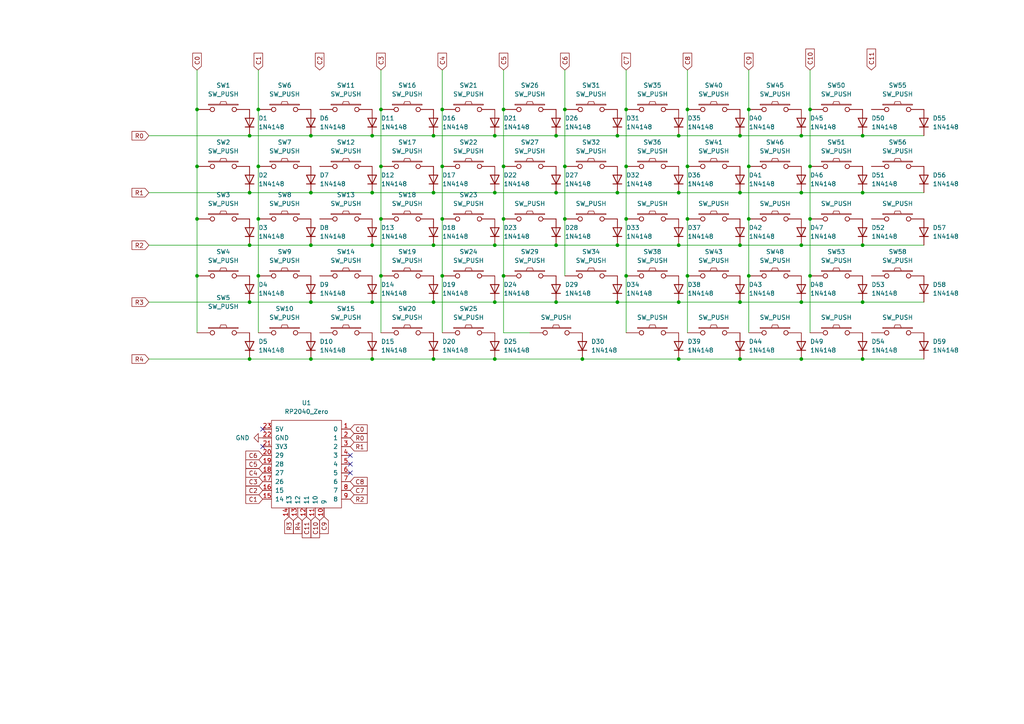
<source format=kicad_sch>
(kicad_sch (version 20230121) (generator eeschema)

  (uuid ad26bf0e-6c48-44aa-b4a9-a8c43cc58767)

  (paper "A4")

  (lib_symbols
    (symbol "Diode:1N4148" (pin_numbers hide) (pin_names (offset 1.016) hide) (in_bom yes) (on_board yes)
      (property "Reference" "D" (at 0 2.54 0)
        (effects (font (size 1.27 1.27)))
      )
      (property "Value" "1N4148" (at 0 -2.54 0)
        (effects (font (size 1.27 1.27)))
      )
      (property "Footprint" "Diode_THT:D_DO-35_SOD27_P7.62mm_Horizontal" (at 0 -4.445 0)
        (effects (font (size 1.27 1.27)) hide)
      )
      (property "Datasheet" "https://assets.nexperia.com/documents/data-sheet/1N4148_1N4448.pdf" (at 0 0 0)
        (effects (font (size 1.27 1.27)) hide)
      )
      (property "ki_keywords" "diode" (at 0 0 0)
        (effects (font (size 1.27 1.27)) hide)
      )
      (property "ki_description" "100V 0.15A standard switching diode, DO-35" (at 0 0 0)
        (effects (font (size 1.27 1.27)) hide)
      )
      (property "ki_fp_filters" "D*DO?35*" (at 0 0 0)
        (effects (font (size 1.27 1.27)) hide)
      )
      (symbol "1N4148_0_1"
        (polyline
          (pts
            (xy -1.27 1.27)
            (xy -1.27 -1.27)
          )
          (stroke (width 0.254) (type default))
          (fill (type none))
        )
        (polyline
          (pts
            (xy 1.27 0)
            (xy -1.27 0)
          )
          (stroke (width 0) (type default))
          (fill (type none))
        )
        (polyline
          (pts
            (xy 1.27 1.27)
            (xy 1.27 -1.27)
            (xy -1.27 0)
            (xy 1.27 1.27)
          )
          (stroke (width 0.254) (type default))
          (fill (type none))
        )
      )
      (symbol "1N4148_1_1"
        (pin passive line (at -3.81 0 0) (length 2.54)
          (name "K" (effects (font (size 1.27 1.27))))
          (number "1" (effects (font (size 1.27 1.27))))
        )
        (pin passive line (at 3.81 0 180) (length 2.54)
          (name "A" (effects (font (size 1.27 1.27))))
          (number "2" (effects (font (size 1.27 1.27))))
        )
      )
    )
    (symbol "ScottoKeebs:MCU_RP2040_Zero" (pin_names (offset 1.016)) (in_bom yes) (on_board yes)
      (property "Reference" "U" (at 0 15.24 0)
        (effects (font (size 1.27 1.27)))
      )
      (property "Value" "RP2040_Zero" (at 0 12.7 0)
        (effects (font (size 1.27 1.27)))
      )
      (property "Footprint" "ScottoKeebs_MCU:RP2040_Zero" (at -8.89 5.08 0)
        (effects (font (size 1.27 1.27)) hide)
      )
      (property "Datasheet" "" (at -8.89 5.08 0)
        (effects (font (size 1.27 1.27)) hide)
      )
      (symbol "MCU_RP2040_Zero_0_1"
        (rectangle (start -10.16 11.43) (end 10.16 -13.97)
          (stroke (width 0) (type default))
          (fill (type none))
        )
      )
      (symbol "MCU_RP2040_Zero_1_1"
        (pin bidirectional line (at 12.7 8.89 180) (length 2.54)
          (name "0" (effects (font (size 1.27 1.27))))
          (number "1" (effects (font (size 1.27 1.27))))
        )
        (pin bidirectional line (at 5.08 -16.51 90) (length 2.54)
          (name "9" (effects (font (size 1.27 1.27))))
          (number "10" (effects (font (size 1.27 1.27))))
        )
        (pin bidirectional line (at 2.54 -16.51 90) (length 2.54)
          (name "10" (effects (font (size 1.27 1.27))))
          (number "11" (effects (font (size 1.27 1.27))))
        )
        (pin bidirectional line (at 0 -16.51 90) (length 2.54)
          (name "11" (effects (font (size 1.27 1.27))))
          (number "12" (effects (font (size 1.27 1.27))))
        )
        (pin bidirectional line (at -2.54 -16.51 90) (length 2.54)
          (name "12" (effects (font (size 1.27 1.27))))
          (number "13" (effects (font (size 1.27 1.27))))
        )
        (pin bidirectional line (at -5.08 -16.51 90) (length 2.54)
          (name "13" (effects (font (size 1.27 1.27))))
          (number "14" (effects (font (size 1.27 1.27))))
        )
        (pin bidirectional line (at -12.7 -11.43 0) (length 2.54)
          (name "14" (effects (font (size 1.27 1.27))))
          (number "15" (effects (font (size 1.27 1.27))))
        )
        (pin bidirectional line (at -12.7 -8.89 0) (length 2.54)
          (name "15" (effects (font (size 1.27 1.27))))
          (number "16" (effects (font (size 1.27 1.27))))
        )
        (pin bidirectional line (at -12.7 -6.35 0) (length 2.54)
          (name "26" (effects (font (size 1.27 1.27))))
          (number "17" (effects (font (size 1.27 1.27))))
        )
        (pin bidirectional line (at -12.7 -3.81 0) (length 2.54)
          (name "27" (effects (font (size 1.27 1.27))))
          (number "18" (effects (font (size 1.27 1.27))))
        )
        (pin bidirectional line (at -12.7 -1.27 0) (length 2.54)
          (name "28" (effects (font (size 1.27 1.27))))
          (number "19" (effects (font (size 1.27 1.27))))
        )
        (pin bidirectional line (at 12.7 6.35 180) (length 2.54)
          (name "1" (effects (font (size 1.27 1.27))))
          (number "2" (effects (font (size 1.27 1.27))))
        )
        (pin bidirectional line (at -12.7 1.27 0) (length 2.54)
          (name "29" (effects (font (size 1.27 1.27))))
          (number "20" (effects (font (size 1.27 1.27))))
        )
        (pin power_out line (at -12.7 3.81 0) (length 2.54)
          (name "3V3" (effects (font (size 1.27 1.27))))
          (number "21" (effects (font (size 1.27 1.27))))
        )
        (pin power_out line (at -12.7 6.35 0) (length 2.54)
          (name "GND" (effects (font (size 1.27 1.27))))
          (number "22" (effects (font (size 1.27 1.27))))
        )
        (pin power_out line (at -12.7 8.89 0) (length 2.54)
          (name "5V" (effects (font (size 1.27 1.27))))
          (number "23" (effects (font (size 1.27 1.27))))
        )
        (pin bidirectional line (at 12.7 3.81 180) (length 2.54)
          (name "2" (effects (font (size 1.27 1.27))))
          (number "3" (effects (font (size 1.27 1.27))))
        )
        (pin bidirectional line (at 12.7 1.27 180) (length 2.54)
          (name "3" (effects (font (size 1.27 1.27))))
          (number "4" (effects (font (size 1.27 1.27))))
        )
        (pin bidirectional line (at 12.7 -1.27 180) (length 2.54)
          (name "4" (effects (font (size 1.27 1.27))))
          (number "5" (effects (font (size 1.27 1.27))))
        )
        (pin bidirectional line (at 12.7 -3.81 180) (length 2.54)
          (name "5" (effects (font (size 1.27 1.27))))
          (number "6" (effects (font (size 1.27 1.27))))
        )
        (pin bidirectional line (at 12.7 -6.35 180) (length 2.54)
          (name "6" (effects (font (size 1.27 1.27))))
          (number "7" (effects (font (size 1.27 1.27))))
        )
        (pin bidirectional line (at 12.7 -8.89 180) (length 2.54)
          (name "7" (effects (font (size 1.27 1.27))))
          (number "8" (effects (font (size 1.27 1.27))))
        )
        (pin bidirectional line (at 12.7 -11.43 180) (length 2.54)
          (name "8" (effects (font (size 1.27 1.27))))
          (number "9" (effects (font (size 1.27 1.27))))
        )
      )
    )
    (symbol "kbd:SW_PUSH" (pin_numbers hide) (pin_names (offset 1.016) hide) (in_bom yes) (on_board yes)
      (property "Reference" "SW" (at 3.81 2.794 0)
        (effects (font (size 1.27 1.27)))
      )
      (property "Value" "SW_PUSH" (at 0 -2.032 0)
        (effects (font (size 1.27 1.27)))
      )
      (property "Footprint" "" (at 0 0 0)
        (effects (font (size 1.27 1.27)))
      )
      (property "Datasheet" "" (at 0 0 0)
        (effects (font (size 1.27 1.27)))
      )
      (symbol "SW_PUSH_0_1"
        (rectangle (start -4.318 1.27) (end 4.318 1.524)
          (stroke (width 0) (type default))
          (fill (type none))
        )
        (polyline
          (pts
            (xy -1.016 1.524)
            (xy -0.762 2.286)
            (xy 0.762 2.286)
            (xy 1.016 1.524)
          )
          (stroke (width 0) (type default))
          (fill (type none))
        )
        (pin passive inverted (at -7.62 0 0) (length 5.08)
          (name "1" (effects (font (size 1.27 1.27))))
          (number "1" (effects (font (size 1.27 1.27))))
        )
        (pin passive inverted (at 7.62 0 180) (length 5.08)
          (name "2" (effects (font (size 1.27 1.27))))
          (number "2" (effects (font (size 1.27 1.27))))
        )
      )
    )
    (symbol "power:GND" (power) (pin_names (offset 0)) (in_bom yes) (on_board yes)
      (property "Reference" "#PWR" (at 0 -6.35 0)
        (effects (font (size 1.27 1.27)) hide)
      )
      (property "Value" "GND" (at 0 -3.81 0)
        (effects (font (size 1.27 1.27)))
      )
      (property "Footprint" "" (at 0 0 0)
        (effects (font (size 1.27 1.27)) hide)
      )
      (property "Datasheet" "" (at 0 0 0)
        (effects (font (size 1.27 1.27)) hide)
      )
      (property "ki_keywords" "global power" (at 0 0 0)
        (effects (font (size 1.27 1.27)) hide)
      )
      (property "ki_description" "Power symbol creates a global label with name \"GND\" , ground" (at 0 0 0)
        (effects (font (size 1.27 1.27)) hide)
      )
      (symbol "GND_0_1"
        (polyline
          (pts
            (xy 0 0)
            (xy 0 -1.27)
            (xy 1.27 -1.27)
            (xy 0 -2.54)
            (xy -1.27 -1.27)
            (xy 0 -1.27)
          )
          (stroke (width 0) (type default))
          (fill (type none))
        )
      )
      (symbol "GND_1_1"
        (pin power_in line (at 0 0 270) (length 0) hide
          (name "GND" (effects (font (size 1.27 1.27))))
          (number "1" (effects (font (size 1.27 1.27))))
        )
      )
    )
  )

  (junction (at 163.83 63.5) (diameter 0) (color 0 0 0 0)
    (uuid 03e63f1e-619d-445a-ba9d-b6a4b5fbe2b3)
  )
  (junction (at 72.39 71.12) (diameter 0) (color 0 0 0 0)
    (uuid 0c46e14c-5619-4363-8d94-725cecf2f9c4)
  )
  (junction (at 125.73 39.37) (diameter 0) (color 0 0 0 0)
    (uuid 1127f8c3-b4f3-4330-a339-7d58fdd6672f)
  )
  (junction (at 181.61 80.01) (diameter 0) (color 0 0 0 0)
    (uuid 16914904-a23b-4962-830c-ccf2e9745063)
  )
  (junction (at 161.29 87.63) (diameter 0) (color 0 0 0 0)
    (uuid 1a22fd1d-f583-4b62-b88a-f38d6f8f0ff5)
  )
  (junction (at 196.85 104.14) (diameter 0) (color 0 0 0 0)
    (uuid 1f2934c6-5644-46e3-badf-d00f477a3323)
  )
  (junction (at 161.29 71.12) (diameter 0) (color 0 0 0 0)
    (uuid 22c10e00-e7a5-4efd-a304-daeb9bc4ad93)
  )
  (junction (at 217.17 80.01) (diameter 0) (color 0 0 0 0)
    (uuid 230158fc-b553-48df-9238-acd560b236e3)
  )
  (junction (at 163.83 48.26) (diameter 0) (color 0 0 0 0)
    (uuid 2364dbbf-823c-49ce-866b-c723ee8ee71f)
  )
  (junction (at 232.41 71.12) (diameter 0) (color 0 0 0 0)
    (uuid 24261b76-dfd0-4254-8c1c-28e4a3d1d603)
  )
  (junction (at 125.73 55.88) (diameter 0) (color 0 0 0 0)
    (uuid 24d7b328-9bbd-4243-9f7d-ce38f28414d0)
  )
  (junction (at 214.63 71.12) (diameter 0) (color 0 0 0 0)
    (uuid 25f08019-da43-4bfc-8e60-5d4528ab24e5)
  )
  (junction (at 90.17 55.88) (diameter 0) (color 0 0 0 0)
    (uuid 2a4515d2-d320-4a43-9d9a-a8f9503aae5e)
  )
  (junction (at 110.49 80.01) (diameter 0) (color 0 0 0 0)
    (uuid 2e4335c6-7728-4e0e-89e7-0057f0f29459)
  )
  (junction (at 143.51 104.14) (diameter 0) (color 0 0 0 0)
    (uuid 2fef4c4e-1e24-49ed-9663-3f9037030ca7)
  )
  (junction (at 72.39 87.63) (diameter 0) (color 0 0 0 0)
    (uuid 3841a074-15da-48d0-a5ed-c94b3c94939e)
  )
  (junction (at 74.93 31.75) (diameter 0) (color 0 0 0 0)
    (uuid 3af219f3-9e21-4ff1-80c7-632db8e91767)
  )
  (junction (at 74.93 80.01) (diameter 0) (color 0 0 0 0)
    (uuid 3bdc78f6-81a5-4d93-81f5-7356b5248bc6)
  )
  (junction (at 143.51 71.12) (diameter 0) (color 0 0 0 0)
    (uuid 3d740939-4e4b-4635-b3f8-ede50c7f1029)
  )
  (junction (at 90.17 71.12) (diameter 0) (color 0 0 0 0)
    (uuid 3f08d3fa-1318-4dcb-a945-e96231a9d814)
  )
  (junction (at 250.19 39.37) (diameter 0) (color 0 0 0 0)
    (uuid 42afa7c6-7669-42e9-94d4-e456b0cf11d2)
  )
  (junction (at 214.63 39.37) (diameter 0) (color 0 0 0 0)
    (uuid 457d6d11-6cf0-4c8c-9050-c8725813fb13)
  )
  (junction (at 128.27 48.26) (diameter 0) (color 0 0 0 0)
    (uuid 486b1a11-b165-4b5e-8999-ed8842f04807)
  )
  (junction (at 179.07 87.63) (diameter 0) (color 0 0 0 0)
    (uuid 494b6b86-66af-42b7-863b-d385b93e34ba)
  )
  (junction (at 232.41 55.88) (diameter 0) (color 0 0 0 0)
    (uuid 4c044f59-ac99-4401-a574-dc937ce2168b)
  )
  (junction (at 250.19 104.14) (diameter 0) (color 0 0 0 0)
    (uuid 516ad333-d9cf-4abc-8372-711d3b44fe32)
  )
  (junction (at 90.17 87.63) (diameter 0) (color 0 0 0 0)
    (uuid 51b04531-e926-49db-8894-8d678d1779f9)
  )
  (junction (at 234.95 63.5) (diameter 0) (color 0 0 0 0)
    (uuid 529800f0-04e4-44d0-b985-2cc5899305ad)
  )
  (junction (at 217.17 48.26) (diameter 0) (color 0 0 0 0)
    (uuid 56a7fd50-b25a-4111-b366-6ca27e39c8ed)
  )
  (junction (at 107.95 55.88) (diameter 0) (color 0 0 0 0)
    (uuid 5a2e0577-423e-46da-8af3-c4c4cd6aa64b)
  )
  (junction (at 128.27 31.75) (diameter 0) (color 0 0 0 0)
    (uuid 5b33f782-8897-40e6-bbcf-226697153c58)
  )
  (junction (at 72.39 104.14) (diameter 0) (color 0 0 0 0)
    (uuid 5c3abada-85c6-4971-8261-7505419dd53a)
  )
  (junction (at 199.39 48.26) (diameter 0) (color 0 0 0 0)
    (uuid 60629b07-56d4-42ca-ac3d-7fee2303101e)
  )
  (junction (at 72.39 55.88) (diameter 0) (color 0 0 0 0)
    (uuid 68ea8e23-44a3-4816-a5b8-a4d0ddac64dc)
  )
  (junction (at 179.07 39.37) (diameter 0) (color 0 0 0 0)
    (uuid 6e78cd67-3593-42c8-bfce-e2b6c2d1b6cd)
  )
  (junction (at 57.15 48.26) (diameter 0) (color 0 0 0 0)
    (uuid 6eb5f311-78eb-410e-b617-a15577824270)
  )
  (junction (at 107.95 39.37) (diameter 0) (color 0 0 0 0)
    (uuid 740e8bd6-7d5d-4f66-81fd-da6178dfb178)
  )
  (junction (at 107.95 87.63) (diameter 0) (color 0 0 0 0)
    (uuid 746ebd3f-143c-4fd9-a1a1-8963f95885c0)
  )
  (junction (at 74.93 48.26) (diameter 0) (color 0 0 0 0)
    (uuid 7a013d05-c1fe-478b-b8e8-1622625687dc)
  )
  (junction (at 125.73 104.14) (diameter 0) (color 0 0 0 0)
    (uuid 7bbe07a4-547e-4cea-8f6d-6c6450c1d45f)
  )
  (junction (at 163.83 31.75) (diameter 0) (color 0 0 0 0)
    (uuid 7ebc5d39-e26f-47e0-89a6-a7b2fc7bd45c)
  )
  (junction (at 232.41 87.63) (diameter 0) (color 0 0 0 0)
    (uuid 86acffcd-da29-439e-a82b-7ee8d82fc81a)
  )
  (junction (at 161.29 39.37) (diameter 0) (color 0 0 0 0)
    (uuid 870164d3-5923-4504-be65-d07b438ab706)
  )
  (junction (at 125.73 87.63) (diameter 0) (color 0 0 0 0)
    (uuid 872f74d6-2b94-4614-97df-a67672b71704)
  )
  (junction (at 168.91 104.14) (diameter 0) (color 0 0 0 0)
    (uuid 8ad39f24-232d-474a-8233-c045627b834b)
  )
  (junction (at 196.85 71.12) (diameter 0) (color 0 0 0 0)
    (uuid 8baddb4d-1d74-4f4d-b8ce-964f1a05a2c9)
  )
  (junction (at 181.61 31.75) (diameter 0) (color 0 0 0 0)
    (uuid 8d5093a4-86ee-4cbb-ad23-b70a3d5f93df)
  )
  (junction (at 90.17 39.37) (diameter 0) (color 0 0 0 0)
    (uuid 8d59b41b-fb80-4ea4-a2f7-5769a036cc6a)
  )
  (junction (at 146.05 80.01) (diameter 0) (color 0 0 0 0)
    (uuid 8f22378d-c98a-416c-a415-cd8fafffcbba)
  )
  (junction (at 196.85 87.63) (diameter 0) (color 0 0 0 0)
    (uuid 952395f3-ecec-4093-be2a-d2cd3711453a)
  )
  (junction (at 179.07 55.88) (diameter 0) (color 0 0 0 0)
    (uuid 966b34b3-8ab0-4239-a1cb-23cb12cb0ce3)
  )
  (junction (at 214.63 104.14) (diameter 0) (color 0 0 0 0)
    (uuid 970b6c25-8bfc-4470-8349-fdea20ebd082)
  )
  (junction (at 199.39 31.75) (diameter 0) (color 0 0 0 0)
    (uuid 9dd30ab6-560f-41c8-82b9-98b54a16180c)
  )
  (junction (at 57.15 63.5) (diameter 0) (color 0 0 0 0)
    (uuid a1ed4f08-bf25-4ffd-b0f8-cf84abc77050)
  )
  (junction (at 214.63 55.88) (diameter 0) (color 0 0 0 0)
    (uuid a2725697-46c6-47ea-8937-6c20921cb3ce)
  )
  (junction (at 143.51 55.88) (diameter 0) (color 0 0 0 0)
    (uuid a3285a71-ba19-441b-88bb-05a011378a13)
  )
  (junction (at 128.27 80.01) (diameter 0) (color 0 0 0 0)
    (uuid a4c9cba3-55b5-4022-a804-5f8789bb5b01)
  )
  (junction (at 107.95 104.14) (diameter 0) (color 0 0 0 0)
    (uuid a65bae39-4b87-4f50-bbbe-c25be2ef0a34)
  )
  (junction (at 143.51 87.63) (diameter 0) (color 0 0 0 0)
    (uuid a9d7c984-d14c-4f17-a9c3-c736477ca058)
  )
  (junction (at 234.95 31.75) (diameter 0) (color 0 0 0 0)
    (uuid ac200fb9-e0a4-495b-89d9-a133fa7a2d1a)
  )
  (junction (at 57.15 31.75) (diameter 0) (color 0 0 0 0)
    (uuid b03fe74a-84db-4c2f-a949-b4d887fe7b54)
  )
  (junction (at 199.39 80.01) (diameter 0) (color 0 0 0 0)
    (uuid b28417d0-5bc6-4fc2-8855-ff8a74f4b908)
  )
  (junction (at 110.49 48.26) (diameter 0) (color 0 0 0 0)
    (uuid b74446cf-ccae-432f-8c22-1d612c4b1c1e)
  )
  (junction (at 196.85 39.37) (diameter 0) (color 0 0 0 0)
    (uuid ba1179d7-27bc-48ef-b3de-2e7c3e551bb3)
  )
  (junction (at 234.95 80.01) (diameter 0) (color 0 0 0 0)
    (uuid bd524347-e2c2-40d2-96bb-82b36ea93ec2)
  )
  (junction (at 161.29 55.88) (diameter 0) (color 0 0 0 0)
    (uuid c2648e59-81b9-4495-8664-a6007514ea1e)
  )
  (junction (at 181.61 63.5) (diameter 0) (color 0 0 0 0)
    (uuid c7227658-4328-49ea-b5c4-bcc04d0bf7f3)
  )
  (junction (at 107.95 71.12) (diameter 0) (color 0 0 0 0)
    (uuid ca1c46c5-5c7f-4e46-8c1e-9e953da7dd93)
  )
  (junction (at 199.39 63.5) (diameter 0) (color 0 0 0 0)
    (uuid cb883d47-64e8-4796-9e58-bb2a677fac80)
  )
  (junction (at 146.05 31.75) (diameter 0) (color 0 0 0 0)
    (uuid cce9a958-f8a2-4983-85c2-09ae6e688bce)
  )
  (junction (at 90.17 104.14) (diameter 0) (color 0 0 0 0)
    (uuid cdb6c236-5f39-47da-b89b-5b04be4e24f9)
  )
  (junction (at 110.49 63.5) (diameter 0) (color 0 0 0 0)
    (uuid d18a2e14-a38e-461b-80f3-d778a3798dec)
  )
  (junction (at 217.17 31.75) (diameter 0) (color 0 0 0 0)
    (uuid d1a5718e-c0a5-4f43-880f-fcba4185c408)
  )
  (junction (at 196.85 55.88) (diameter 0) (color 0 0 0 0)
    (uuid d32034b4-630d-406c-b50e-4459bcac3376)
  )
  (junction (at 128.27 63.5) (diameter 0) (color 0 0 0 0)
    (uuid d589dc4d-1aa6-465d-8c2f-15b23b6c5f4a)
  )
  (junction (at 250.19 71.12) (diameter 0) (color 0 0 0 0)
    (uuid d94f91f8-1e01-46cd-96c6-68b00429ce66)
  )
  (junction (at 110.49 31.75) (diameter 0) (color 0 0 0 0)
    (uuid da0d713b-8a57-4cf9-bbd7-6b38ff7caeaa)
  )
  (junction (at 146.05 48.26) (diameter 0) (color 0 0 0 0)
    (uuid da9f7be8-a614-4e95-90b7-83f576003dc6)
  )
  (junction (at 214.63 87.63) (diameter 0) (color 0 0 0 0)
    (uuid daf91da2-cf60-4a8f-b12e-067a5f0715ea)
  )
  (junction (at 250.19 87.63) (diameter 0) (color 0 0 0 0)
    (uuid e1495bb0-4fca-4d1a-98db-2ddf46bc4efe)
  )
  (junction (at 250.19 55.88) (diameter 0) (color 0 0 0 0)
    (uuid e57176c1-c4b2-449e-a8ff-364943df41db)
  )
  (junction (at 232.41 104.14) (diameter 0) (color 0 0 0 0)
    (uuid e6881712-4be0-45c3-95db-c54ac235ad85)
  )
  (junction (at 217.17 63.5) (diameter 0) (color 0 0 0 0)
    (uuid e8f598fa-98f0-45b0-b8eb-d5ecc905ffe5)
  )
  (junction (at 72.39 39.37) (diameter 0) (color 0 0 0 0)
    (uuid ebe2ed03-99f2-40d1-836d-82c8b2baca1f)
  )
  (junction (at 181.61 48.26) (diameter 0) (color 0 0 0 0)
    (uuid ef04cb5e-8172-4d46-b585-88fde0071b51)
  )
  (junction (at 74.93 63.5) (diameter 0) (color 0 0 0 0)
    (uuid ef6fb44b-2201-458e-a1f6-0e9aaa444dd2)
  )
  (junction (at 179.07 71.12) (diameter 0) (color 0 0 0 0)
    (uuid f067de7a-98a6-4fcf-be83-8eb971fcf4f8)
  )
  (junction (at 143.51 39.37) (diameter 0) (color 0 0 0 0)
    (uuid f35dd8aa-4027-41a0-9af2-e850ad91eaf3)
  )
  (junction (at 146.05 63.5) (diameter 0) (color 0 0 0 0)
    (uuid f60fdd12-7fee-4daa-8ffe-717b72936cc0)
  )
  (junction (at 57.15 80.01) (diameter 0) (color 0 0 0 0)
    (uuid f870b301-b4a7-4078-9e1f-d28f70682cc7)
  )
  (junction (at 234.95 48.26) (diameter 0) (color 0 0 0 0)
    (uuid f9f4c1cf-ce8a-4a66-8dd1-8583f48319d5)
  )
  (junction (at 125.73 71.12) (diameter 0) (color 0 0 0 0)
    (uuid fe0a602f-5a31-43dd-8534-96f7c57824d1)
  )
  (junction (at 232.41 39.37) (diameter 0) (color 0 0 0 0)
    (uuid fe1f0e48-44cc-45d0-9fe4-bd284ef714be)
  )

  (no_connect (at 101.6 134.62) (uuid 0c91972d-bf66-4c12-96b0-706b8009c827))
  (no_connect (at 101.6 132.08) (uuid ab2ffcf3-951b-40c0-970a-cfcdf81ef287))
  (no_connect (at 76.2 124.46) (uuid b0fa0d43-d2ee-4079-a755-c637d7854bcb))
  (no_connect (at 76.2 129.54) (uuid e83608f0-0e6c-4723-b110-da065f05c58c))
  (no_connect (at 101.6 137.16) (uuid f9854026-b997-4881-932e-67a546c82716))

  (wire (pts (xy 232.41 104.14) (xy 250.19 104.14))
    (stroke (width 0) (type default))
    (uuid 015369a6-c61f-4f98-bef8-c27fff86fc63)
  )
  (wire (pts (xy 110.49 31.75) (xy 110.49 48.26))
    (stroke (width 0) (type default))
    (uuid 034e0c57-c802-40c0-abcc-dff1606c92e9)
  )
  (wire (pts (xy 43.18 104.14) (xy 72.39 104.14))
    (stroke (width 0) (type default))
    (uuid 053c8d94-1a6b-4f30-93fd-213fa34a73b2)
  )
  (wire (pts (xy 179.07 55.88) (xy 196.85 55.88))
    (stroke (width 0) (type default))
    (uuid 099405fb-1bac-42a0-8735-e112db89edac)
  )
  (wire (pts (xy 74.93 63.5) (xy 74.93 80.01))
    (stroke (width 0) (type default))
    (uuid 0fe434ea-a193-4eca-b41f-e30b018bbfeb)
  )
  (wire (pts (xy 128.27 20.32) (xy 128.27 31.75))
    (stroke (width 0) (type default))
    (uuid 10b0d636-1ea0-442f-bb89-96f90e97d2ae)
  )
  (wire (pts (xy 128.27 80.01) (xy 128.27 96.52))
    (stroke (width 0) (type default))
    (uuid 13c4f887-f11d-481d-b47f-e1fb6726652a)
  )
  (wire (pts (xy 107.95 104.14) (xy 125.73 104.14))
    (stroke (width 0) (type default))
    (uuid 159b91e2-86dc-4f8e-93b3-c09c8f9d18f1)
  )
  (wire (pts (xy 232.41 71.12) (xy 250.19 71.12))
    (stroke (width 0) (type default))
    (uuid 164b0e81-6359-4189-ad39-bae135485809)
  )
  (wire (pts (xy 181.61 31.75) (xy 181.61 48.26))
    (stroke (width 0) (type default))
    (uuid 1b31c944-4eb1-42e1-9829-198b2234db25)
  )
  (wire (pts (xy 250.19 87.63) (xy 267.97 87.63))
    (stroke (width 0) (type default))
    (uuid 1c9e69c8-4489-4d75-aa6c-232cdef0ef83)
  )
  (wire (pts (xy 168.91 104.14) (xy 196.85 104.14))
    (stroke (width 0) (type default))
    (uuid 1e0a737c-4e66-473b-81ff-beee1159108c)
  )
  (wire (pts (xy 143.51 104.14) (xy 168.91 104.14))
    (stroke (width 0) (type default))
    (uuid 1e4975e4-53ed-44d5-9f71-fd011cb22bbc)
  )
  (wire (pts (xy 90.17 104.14) (xy 107.95 104.14))
    (stroke (width 0) (type default))
    (uuid 1e7b8129-1825-464f-ab61-91da14e786cd)
  )
  (wire (pts (xy 72.39 71.12) (xy 90.17 71.12))
    (stroke (width 0) (type default))
    (uuid 21013179-6f13-44ed-b6fa-e0138da01c9c)
  )
  (wire (pts (xy 163.83 31.75) (xy 163.83 48.26))
    (stroke (width 0) (type default))
    (uuid 218a2f60-7896-40ee-a9b5-9f6b9d33a4fe)
  )
  (wire (pts (xy 217.17 20.32) (xy 217.17 31.75))
    (stroke (width 0) (type default))
    (uuid 2359f4f4-ffae-43ec-8879-bbdca2da51ea)
  )
  (wire (pts (xy 57.15 80.01) (xy 57.15 96.52))
    (stroke (width 0) (type default))
    (uuid 26116ac0-96e6-45b0-94f4-5e6984f84ba3)
  )
  (wire (pts (xy 199.39 20.32) (xy 199.39 31.75))
    (stroke (width 0) (type default))
    (uuid 27e954df-b237-47d9-a9fd-b43960d1c84a)
  )
  (wire (pts (xy 217.17 63.5) (xy 217.17 80.01))
    (stroke (width 0) (type default))
    (uuid 287b96b0-f9df-477e-8bf1-2f39c0dfc1eb)
  )
  (wire (pts (xy 146.05 31.75) (xy 146.05 48.26))
    (stroke (width 0) (type default))
    (uuid 29bd1d4f-58c9-4455-a497-457d101f3d75)
  )
  (wire (pts (xy 217.17 31.75) (xy 217.17 48.26))
    (stroke (width 0) (type default))
    (uuid 2b1f7678-7758-49d5-bc45-026c84a67ea7)
  )
  (wire (pts (xy 143.51 55.88) (xy 161.29 55.88))
    (stroke (width 0) (type default))
    (uuid 2ee72c91-6bf0-46ba-93e9-f81a3c2c223b)
  )
  (wire (pts (xy 161.29 87.63) (xy 179.07 87.63))
    (stroke (width 0) (type default))
    (uuid 2eec398d-a5b1-41cf-aefe-0477bc0d02d6)
  )
  (wire (pts (xy 90.17 87.63) (xy 107.95 87.63))
    (stroke (width 0) (type default))
    (uuid 358a289f-568d-46cb-a7f3-9ab59ef605e5)
  )
  (wire (pts (xy 199.39 63.5) (xy 199.39 80.01))
    (stroke (width 0) (type default))
    (uuid 370cf82c-14b4-45d2-adcb-bce2d9ffa115)
  )
  (wire (pts (xy 199.39 80.01) (xy 199.39 96.52))
    (stroke (width 0) (type default))
    (uuid 37afbae9-1e58-4374-9136-fba00c911808)
  )
  (wire (pts (xy 146.05 48.26) (xy 146.05 63.5))
    (stroke (width 0) (type default))
    (uuid 3acfc236-3f31-48cb-ba31-58b2f83a5b5a)
  )
  (wire (pts (xy 196.85 104.14) (xy 214.63 104.14))
    (stroke (width 0) (type default))
    (uuid 3d6148d8-c8b6-4358-bebd-7e8e4e9b3d65)
  )
  (wire (pts (xy 43.18 39.37) (xy 72.39 39.37))
    (stroke (width 0) (type default))
    (uuid 3eccdb45-4bf7-4b2f-8cb2-4564c5744c23)
  )
  (wire (pts (xy 234.95 20.32) (xy 234.95 31.75))
    (stroke (width 0) (type default))
    (uuid 3f3afbad-cece-4513-84d7-472afe74d561)
  )
  (wire (pts (xy 110.49 48.26) (xy 110.49 63.5))
    (stroke (width 0) (type default))
    (uuid 4676f2a7-8755-4c28-be6d-f3b95908c8e8)
  )
  (wire (pts (xy 232.41 39.37) (xy 250.19 39.37))
    (stroke (width 0) (type default))
    (uuid 47042ae3-8bb7-4ae3-8d5c-71e07933113e)
  )
  (wire (pts (xy 146.05 96.52) (xy 153.67 96.52))
    (stroke (width 0) (type default))
    (uuid 474c3303-6f16-441b-80b3-c05790fd4c5d)
  )
  (wire (pts (xy 90.17 55.88) (xy 107.95 55.88))
    (stroke (width 0) (type default))
    (uuid 4b7187d2-9b0f-4f67-8140-09f03428a030)
  )
  (wire (pts (xy 107.95 39.37) (xy 125.73 39.37))
    (stroke (width 0) (type default))
    (uuid 4c78d211-ed10-49cc-a89d-c71b5ca76192)
  )
  (wire (pts (xy 128.27 48.26) (xy 128.27 63.5))
    (stroke (width 0) (type default))
    (uuid 51487cb4-0dc4-4a7e-ae8f-c8dc6658c0e5)
  )
  (wire (pts (xy 181.61 20.32) (xy 181.61 31.75))
    (stroke (width 0) (type default))
    (uuid 518aa6f0-0558-4c51-a226-fbdf69a54193)
  )
  (wire (pts (xy 57.15 63.5) (xy 57.15 80.01))
    (stroke (width 0) (type default))
    (uuid 5c227f35-e625-405a-9d50-7aa1f54a3f46)
  )
  (wire (pts (xy 250.19 71.12) (xy 267.97 71.12))
    (stroke (width 0) (type default))
    (uuid 5ce1bf25-43e0-4f79-af59-aece98eecb21)
  )
  (wire (pts (xy 90.17 71.12) (xy 107.95 71.12))
    (stroke (width 0) (type default))
    (uuid 5f811c15-e788-4956-8e44-188d96fbaeb2)
  )
  (wire (pts (xy 163.83 20.32) (xy 163.83 31.75))
    (stroke (width 0) (type default))
    (uuid 5fb1203f-038d-47a8-a907-da1e5214a0d7)
  )
  (wire (pts (xy 199.39 48.26) (xy 199.39 63.5))
    (stroke (width 0) (type default))
    (uuid 5fe14729-4dcb-48e6-81d0-7c84570060d7)
  )
  (wire (pts (xy 72.39 39.37) (xy 90.17 39.37))
    (stroke (width 0) (type default))
    (uuid 602b2a19-f77f-431e-9a9d-33f5eee1c135)
  )
  (wire (pts (xy 250.19 39.37) (xy 267.97 39.37))
    (stroke (width 0) (type default))
    (uuid 602d8f1f-27d0-4068-b41e-14282e3d8bf4)
  )
  (wire (pts (xy 125.73 39.37) (xy 143.51 39.37))
    (stroke (width 0) (type default))
    (uuid 60499505-1ea7-4f93-ac3e-1eaa1e56c563)
  )
  (wire (pts (xy 234.95 80.01) (xy 234.95 96.52))
    (stroke (width 0) (type default))
    (uuid 624e7021-1f6b-46bf-9258-0f24551f7111)
  )
  (wire (pts (xy 234.95 31.75) (xy 234.95 48.26))
    (stroke (width 0) (type default))
    (uuid 630cf3da-5ca2-4e12-af4a-44e482fd8759)
  )
  (wire (pts (xy 146.05 63.5) (xy 146.05 80.01))
    (stroke (width 0) (type default))
    (uuid 6403e8ec-d14b-4b54-891a-dcd539681146)
  )
  (wire (pts (xy 232.41 55.88) (xy 250.19 55.88))
    (stroke (width 0) (type default))
    (uuid 64b71dbd-a132-40ea-8940-ae3626012cce)
  )
  (wire (pts (xy 125.73 104.14) (xy 143.51 104.14))
    (stroke (width 0) (type default))
    (uuid 69a7be64-7e43-418d-bd8a-ef281695f80d)
  )
  (wire (pts (xy 214.63 71.12) (xy 232.41 71.12))
    (stroke (width 0) (type default))
    (uuid 6cefe78b-48df-45a4-8a30-42aa307e2c2c)
  )
  (wire (pts (xy 143.51 87.63) (xy 161.29 87.63))
    (stroke (width 0) (type default))
    (uuid 71dba2fe-9966-4db5-9449-366786009f72)
  )
  (wire (pts (xy 179.07 87.63) (xy 196.85 87.63))
    (stroke (width 0) (type default))
    (uuid 75962fe1-4e3e-475c-9012-33cc712b1ec1)
  )
  (wire (pts (xy 234.95 48.26) (xy 234.95 63.5))
    (stroke (width 0) (type default))
    (uuid 77af8003-5592-42eb-b114-b6646ea7a184)
  )
  (wire (pts (xy 110.49 20.32) (xy 110.49 31.75))
    (stroke (width 0) (type default))
    (uuid 7984b665-5eed-414a-8693-e8d62e9b4e26)
  )
  (wire (pts (xy 232.41 87.63) (xy 250.19 87.63))
    (stroke (width 0) (type default))
    (uuid 7aeaa723-4f80-44ec-9784-4001fd959336)
  )
  (wire (pts (xy 128.27 31.75) (xy 128.27 48.26))
    (stroke (width 0) (type default))
    (uuid 7dde200e-eae0-435d-8a8a-37db0749b74c)
  )
  (wire (pts (xy 214.63 87.63) (xy 232.41 87.63))
    (stroke (width 0) (type default))
    (uuid 7f48a352-4d30-46ce-8baa-9ab04c5b28aa)
  )
  (wire (pts (xy 125.73 55.88) (xy 143.51 55.88))
    (stroke (width 0) (type default))
    (uuid 809a8910-efd8-4808-a964-3aba73ac450c)
  )
  (wire (pts (xy 74.93 31.75) (xy 74.93 48.26))
    (stroke (width 0) (type default))
    (uuid 853875a7-b3af-4765-a1df-fb1e12142cbd)
  )
  (wire (pts (xy 214.63 104.14) (xy 232.41 104.14))
    (stroke (width 0) (type default))
    (uuid 8743cd55-cb54-4641-95ff-0a1a83072871)
  )
  (wire (pts (xy 161.29 55.88) (xy 179.07 55.88))
    (stroke (width 0) (type default))
    (uuid 87fa0ecd-bb89-45c4-8111-903a04f4cc23)
  )
  (wire (pts (xy 196.85 71.12) (xy 214.63 71.12))
    (stroke (width 0) (type default))
    (uuid 889b32ff-1218-44a5-84d5-1b945fb65594)
  )
  (wire (pts (xy 196.85 39.37) (xy 214.63 39.37))
    (stroke (width 0) (type default))
    (uuid 88abe294-098d-4bcc-b211-87cead4dfee9)
  )
  (wire (pts (xy 43.18 71.12) (xy 72.39 71.12))
    (stroke (width 0) (type default))
    (uuid 8ca9a714-eede-4a86-89db-fd1091bc3052)
  )
  (wire (pts (xy 196.85 87.63) (xy 214.63 87.63))
    (stroke (width 0) (type default))
    (uuid 8d366eb5-0cbc-446e-bbd1-40fb6b9aa24a)
  )
  (wire (pts (xy 125.73 71.12) (xy 143.51 71.12))
    (stroke (width 0) (type default))
    (uuid 8ec571a0-422a-4b3d-a7eb-35dd225bdd50)
  )
  (wire (pts (xy 143.51 71.12) (xy 161.29 71.12))
    (stroke (width 0) (type default))
    (uuid 8f32416d-2322-4c50-a36c-1c8999db2c49)
  )
  (wire (pts (xy 161.29 39.37) (xy 179.07 39.37))
    (stroke (width 0) (type default))
    (uuid 8f582b62-3757-4685-a613-22938e399e8a)
  )
  (wire (pts (xy 146.05 20.32) (xy 146.05 31.75))
    (stroke (width 0) (type default))
    (uuid 90064372-6c13-49da-b7e3-a2521167e8a6)
  )
  (wire (pts (xy 74.93 48.26) (xy 74.93 63.5))
    (stroke (width 0) (type default))
    (uuid 901c2a3c-1464-44c2-8568-65d29a4163b5)
  )
  (wire (pts (xy 107.95 71.12) (xy 125.73 71.12))
    (stroke (width 0) (type default))
    (uuid 90b11777-90b7-4478-9e88-5d35a19a222f)
  )
  (wire (pts (xy 250.19 104.14) (xy 267.97 104.14))
    (stroke (width 0) (type default))
    (uuid 9aa0121a-65a2-4f6b-842e-90f8042659ec)
  )
  (wire (pts (xy 146.05 80.01) (xy 146.05 96.52))
    (stroke (width 0) (type default))
    (uuid 9ab530fc-15ba-4bf6-9c88-47177797b8da)
  )
  (wire (pts (xy 43.18 87.63) (xy 72.39 87.63))
    (stroke (width 0) (type default))
    (uuid 9f26c606-d435-42b6-b081-294183e5d894)
  )
  (wire (pts (xy 43.18 55.88) (xy 72.39 55.88))
    (stroke (width 0) (type default))
    (uuid a10f1eb0-4293-4680-a8b6-65851cde441e)
  )
  (wire (pts (xy 214.63 39.37) (xy 232.41 39.37))
    (stroke (width 0) (type default))
    (uuid a2a00da9-190b-45ab-9319-a3fa1ad9403c)
  )
  (wire (pts (xy 181.61 48.26) (xy 181.61 63.5))
    (stroke (width 0) (type default))
    (uuid a4c00ec8-9fbf-4f54-8a2b-70431695c75b)
  )
  (wire (pts (xy 214.63 55.88) (xy 232.41 55.88))
    (stroke (width 0) (type default))
    (uuid acdea797-e49c-46d3-973e-2634e9d8de25)
  )
  (wire (pts (xy 196.85 55.88) (xy 214.63 55.88))
    (stroke (width 0) (type default))
    (uuid b0106a41-b0b8-4044-9fd6-b135d4ecde81)
  )
  (wire (pts (xy 72.39 87.63) (xy 90.17 87.63))
    (stroke (width 0) (type default))
    (uuid b07218c0-6292-402e-821d-c69ed7afd6a4)
  )
  (wire (pts (xy 72.39 55.88) (xy 90.17 55.88))
    (stroke (width 0) (type default))
    (uuid b57ec694-2303-4a7b-a81d-a11a9165c112)
  )
  (wire (pts (xy 181.61 63.5) (xy 181.61 80.01))
    (stroke (width 0) (type default))
    (uuid b83f8b79-c239-4e3e-86bb-a9d8fa17c36c)
  )
  (wire (pts (xy 163.83 63.5) (xy 163.83 80.01))
    (stroke (width 0) (type default))
    (uuid b877b37c-6bc6-42cd-8684-d03ff6ae02c6)
  )
  (wire (pts (xy 74.93 80.01) (xy 74.93 96.52))
    (stroke (width 0) (type default))
    (uuid bb1e9977-e6c3-4522-946e-8508e871c2d2)
  )
  (wire (pts (xy 250.19 55.88) (xy 267.97 55.88))
    (stroke (width 0) (type default))
    (uuid bd64eee3-3b82-4c7d-b6d4-4b328c7201c3)
  )
  (wire (pts (xy 179.07 39.37) (xy 196.85 39.37))
    (stroke (width 0) (type default))
    (uuid bee1cde5-84c7-40bc-9bc1-897b0559dce6)
  )
  (wire (pts (xy 161.29 71.12) (xy 179.07 71.12))
    (stroke (width 0) (type default))
    (uuid c018b07d-6979-4c9c-9e4b-49a43b4499a5)
  )
  (wire (pts (xy 110.49 63.5) (xy 110.49 80.01))
    (stroke (width 0) (type default))
    (uuid c17dbfa3-cde9-49a2-9d98-04e0e9d9957f)
  )
  (wire (pts (xy 125.73 87.63) (xy 143.51 87.63))
    (stroke (width 0) (type default))
    (uuid ca388d1d-f1c8-45d1-bb21-4fed273bd391)
  )
  (wire (pts (xy 57.15 20.32) (xy 57.15 31.75))
    (stroke (width 0) (type default))
    (uuid cf5ee50c-f5d0-49df-9df9-d00dd731d1ea)
  )
  (wire (pts (xy 57.15 31.75) (xy 57.15 48.26))
    (stroke (width 0) (type default))
    (uuid d0c493a1-fd30-43eb-a144-976d25dc0a1d)
  )
  (wire (pts (xy 143.51 39.37) (xy 161.29 39.37))
    (stroke (width 0) (type default))
    (uuid d1fdec95-5fb4-4a8a-8a94-fed554f522db)
  )
  (wire (pts (xy 128.27 63.5) (xy 128.27 80.01))
    (stroke (width 0) (type default))
    (uuid d4dfbe90-e126-47aa-b64e-afbb52c5b8ee)
  )
  (wire (pts (xy 199.39 31.75) (xy 199.39 48.26))
    (stroke (width 0) (type default))
    (uuid db0b26e8-48d9-4ac9-9b04-71f5706e5209)
  )
  (wire (pts (xy 74.93 20.32) (xy 74.93 31.75))
    (stroke (width 0) (type default))
    (uuid db1bf154-e9a9-4a17-9763-2d90a53ed964)
  )
  (wire (pts (xy 72.39 104.14) (xy 90.17 104.14))
    (stroke (width 0) (type default))
    (uuid e06c4d20-8e91-4c13-8685-a9b9b187fe74)
  )
  (wire (pts (xy 163.83 48.26) (xy 163.83 63.5))
    (stroke (width 0) (type default))
    (uuid e259f23c-f624-486a-ab24-a3ab6f0d0e42)
  )
  (wire (pts (xy 90.17 39.37) (xy 107.95 39.37))
    (stroke (width 0) (type default))
    (uuid e55e8bf2-47a0-4c29-ada6-cace7b3925ef)
  )
  (wire (pts (xy 57.15 48.26) (xy 57.15 63.5))
    (stroke (width 0) (type default))
    (uuid e8b67ef5-d21d-4c0d-b4cf-d4b11a8e925b)
  )
  (wire (pts (xy 181.61 80.01) (xy 181.61 96.52))
    (stroke (width 0) (type default))
    (uuid e909f296-0526-4eb2-b53a-2868fcb95339)
  )
  (wire (pts (xy 217.17 48.26) (xy 217.17 63.5))
    (stroke (width 0) (type default))
    (uuid eae99cdc-9cfe-48a0-b141-6582919772ec)
  )
  (wire (pts (xy 107.95 55.88) (xy 125.73 55.88))
    (stroke (width 0) (type default))
    (uuid ec6455d2-8fd2-4b29-8705-14461adf86fc)
  )
  (wire (pts (xy 110.49 80.01) (xy 110.49 96.52))
    (stroke (width 0) (type default))
    (uuid eee8a254-eeb9-4432-8edd-b284fb757a6f)
  )
  (wire (pts (xy 234.95 63.5) (xy 234.95 80.01))
    (stroke (width 0) (type default))
    (uuid f197b636-e7ba-475c-9438-fcadb3caad7a)
  )
  (wire (pts (xy 179.07 71.12) (xy 196.85 71.12))
    (stroke (width 0) (type default))
    (uuid f6d01bf7-b79c-48b7-96a5-6b9f730d841f)
  )
  (wire (pts (xy 107.95 87.63) (xy 125.73 87.63))
    (stroke (width 0) (type default))
    (uuid f6d9133a-1867-4d01-84a9-da3f88d959e3)
  )
  (wire (pts (xy 217.17 80.01) (xy 217.17 96.52))
    (stroke (width 0) (type default))
    (uuid f95e41cf-7576-4240-a94a-af05bc545784)
  )

  (global_label "C3" (shape input) (at 76.2 139.7 180) (fields_autoplaced)
    (effects (font (size 1.27 1.27)) (justify right))
    (uuid 01e7e1d1-818e-4f5a-a8c8-3ebd18465441)
    (property "Intersheetrefs" "${INTERSHEET_REFS}" (at 70.7353 139.7 0)
      (effects (font (size 1.27 1.27)) (justify right) hide)
    )
  )
  (global_label "C2" (shape input) (at 92.71 20.32 90) (fields_autoplaced)
    (effects (font (size 1.27 1.27)) (justify left))
    (uuid 06e34d23-e5ed-4f90-8fe1-774d4513608a)
    (property "Intersheetrefs" "${INTERSHEET_REFS}" (at 92.6306 15.4274 90)
      (effects (font (size 1.27 1.27)) (justify left) hide)
    )
  )
  (global_label "C4" (shape input) (at 76.2 137.16 180) (fields_autoplaced)
    (effects (font (size 1.27 1.27)) (justify right))
    (uuid 0890fdbf-df0e-4d0f-a5ae-69e2d26f1a73)
    (property "Intersheetrefs" "${INTERSHEET_REFS}" (at 70.7353 137.16 0)
      (effects (font (size 1.27 1.27)) (justify right) hide)
    )
  )
  (global_label "R2" (shape input) (at 101.6 144.78 0) (fields_autoplaced)
    (effects (font (size 1.27 1.27)) (justify left))
    (uuid 0f5885fd-11e8-49e0-8264-eae1a854a430)
    (property "Intersheetrefs" "${INTERSHEET_REFS}" (at 107.0647 144.78 0)
      (effects (font (size 1.27 1.27)) (justify left) hide)
    )
  )
  (global_label "C6" (shape input) (at 163.83 20.32 90) (fields_autoplaced)
    (effects (font (size 1.27 1.27)) (justify left))
    (uuid 14a93f78-f15f-404b-95f1-aa2040be1ce0)
    (property "Intersheetrefs" "${INTERSHEET_REFS}" (at 163.7506 15.4274 90)
      (effects (font (size 1.27 1.27)) (justify left) hide)
    )
  )
  (global_label "C11" (shape input) (at 88.9 149.86 270) (fields_autoplaced)
    (effects (font (size 1.27 1.27)) (justify right))
    (uuid 21c89872-f54e-42a5-8108-75ecd1a6771f)
    (property "Intersheetrefs" "${INTERSHEET_REFS}" (at 88.9 156.5342 90)
      (effects (font (size 1.27 1.27)) (justify right) hide)
    )
  )
  (global_label "R0" (shape input) (at 43.18 39.37 180) (fields_autoplaced)
    (effects (font (size 1.27 1.27)) (justify right))
    (uuid 2b05493c-fe8f-4ea8-880a-4db49a14b170)
    (property "Intersheetrefs" "${INTERSHEET_REFS}" (at 38.2874 39.2906 0)
      (effects (font (size 1.27 1.27)) (justify right) hide)
    )
  )
  (global_label "C11" (shape input) (at 252.73 20.32 90) (fields_autoplaced)
    (effects (font (size 1.27 1.27)) (justify left))
    (uuid 31b8d3f0-d62b-4f92-9632-a5745325a138)
    (property "Intersheetrefs" "${INTERSHEET_REFS}" (at 252.6506 14.2179 90)
      (effects (font (size 1.27 1.27)) (justify left) hide)
    )
  )
  (global_label "C1" (shape input) (at 74.93 20.32 90) (fields_autoplaced)
    (effects (font (size 1.27 1.27)) (justify left))
    (uuid 372927dc-5f56-4e35-90fd-0b22e2e386e2)
    (property "Intersheetrefs" "${INTERSHEET_REFS}" (at 74.8506 15.4274 90)
      (effects (font (size 1.27 1.27)) (justify left) hide)
    )
  )
  (global_label "C0" (shape input) (at 57.15 20.32 90) (fields_autoplaced)
    (effects (font (size 1.27 1.27)) (justify left))
    (uuid 4049bed0-3f4b-449d-9c33-a450cd168edf)
    (property "Intersheetrefs" "${INTERSHEET_REFS}" (at 57.0706 15.4274 90)
      (effects (font (size 1.27 1.27)) (justify left) hide)
    )
  )
  (global_label "C7" (shape input) (at 181.61 20.32 90) (fields_autoplaced)
    (effects (font (size 1.27 1.27)) (justify left))
    (uuid 4aaffc20-a291-4b41-a25f-f0b8d29f66b4)
    (property "Intersheetrefs" "${INTERSHEET_REFS}" (at 181.5306 15.4274 90)
      (effects (font (size 1.27 1.27)) (justify left) hide)
    )
  )
  (global_label "C0" (shape input) (at 101.6 124.46 0) (fields_autoplaced)
    (effects (font (size 1.27 1.27)) (justify left))
    (uuid 59beb88a-a811-4baa-9b2a-78b5e9916e73)
    (property "Intersheetrefs" "${INTERSHEET_REFS}" (at 106.4926 124.3806 0)
      (effects (font (size 1.27 1.27)) (justify left) hide)
    )
  )
  (global_label "R1" (shape input) (at 101.6 129.54 0) (fields_autoplaced)
    (effects (font (size 1.27 1.27)) (justify left))
    (uuid 65246fef-2fcf-40b2-9570-d05cbdde5fa3)
    (property "Intersheetrefs" "${INTERSHEET_REFS}" (at 107.0647 129.54 0)
      (effects (font (size 1.27 1.27)) (justify left) hide)
    )
  )
  (global_label "C3" (shape input) (at 110.49 20.32 90) (fields_autoplaced)
    (effects (font (size 1.27 1.27)) (justify left))
    (uuid 66895ed6-0965-4bed-955b-42a9b232d966)
    (property "Intersheetrefs" "${INTERSHEET_REFS}" (at 110.49 14.8553 90)
      (effects (font (size 1.27 1.27)) (justify left) hide)
    )
  )
  (global_label "C2" (shape input) (at 76.2 142.24 180) (fields_autoplaced)
    (effects (font (size 1.27 1.27)) (justify right))
    (uuid 6f630fc5-402d-4d4c-bc6d-8a5f85c813fc)
    (property "Intersheetrefs" "${INTERSHEET_REFS}" (at 70.7353 142.24 0)
      (effects (font (size 1.27 1.27)) (justify right) hide)
    )
  )
  (global_label "C8" (shape input) (at 199.39 20.32 90) (fields_autoplaced)
    (effects (font (size 1.27 1.27)) (justify left))
    (uuid 7e0c1516-3f43-4ba6-874a-2d11b24c1ae4)
    (property "Intersheetrefs" "${INTERSHEET_REFS}" (at 199.3106 15.4274 90)
      (effects (font (size 1.27 1.27)) (justify left) hide)
    )
  )
  (global_label "C10" (shape input) (at 91.44 149.86 270) (fields_autoplaced)
    (effects (font (size 1.27 1.27)) (justify right))
    (uuid 925ce23b-0098-40fe-8ac7-c13cd1cf1f9d)
    (property "Intersheetrefs" "${INTERSHEET_REFS}" (at 91.44 156.5342 90)
      (effects (font (size 1.27 1.27)) (justify right) hide)
    )
  )
  (global_label "C7" (shape input) (at 101.6 142.24 0) (fields_autoplaced)
    (effects (font (size 1.27 1.27)) (justify left))
    (uuid 99101763-67df-4362-8889-ae7769af0e00)
    (property "Intersheetrefs" "${INTERSHEET_REFS}" (at 107.0647 142.24 0)
      (effects (font (size 1.27 1.27)) (justify left) hide)
    )
  )
  (global_label "R2" (shape input) (at 43.18 71.12 180) (fields_autoplaced)
    (effects (font (size 1.27 1.27)) (justify right))
    (uuid 9b3f3132-ab25-406f-82da-2c08170e75c1)
    (property "Intersheetrefs" "${INTERSHEET_REFS}" (at 38.2874 71.0406 0)
      (effects (font (size 1.27 1.27)) (justify right) hide)
    )
  )
  (global_label "C1" (shape input) (at 76.2 144.78 180) (fields_autoplaced)
    (effects (font (size 1.27 1.27)) (justify right))
    (uuid a1736e39-8c92-4cae-919b-80668d105887)
    (property "Intersheetrefs" "${INTERSHEET_REFS}" (at 70.7353 144.78 0)
      (effects (font (size 1.27 1.27)) (justify right) hide)
    )
  )
  (global_label "R4" (shape input) (at 43.18 104.14 180) (fields_autoplaced)
    (effects (font (size 1.27 1.27)) (justify right))
    (uuid af45c69f-b12a-4457-bd54-e9efc51afe3a)
    (property "Intersheetrefs" "${INTERSHEET_REFS}" (at 38.2874 104.0606 0)
      (effects (font (size 1.27 1.27)) (justify right) hide)
    )
  )
  (global_label "C5" (shape input) (at 76.2 134.62 180) (fields_autoplaced)
    (effects (font (size 1.27 1.27)) (justify right))
    (uuid b2b0d37d-c2fc-4949-93c9-577127be0e17)
    (property "Intersheetrefs" "${INTERSHEET_REFS}" (at 70.7353 134.62 0)
      (effects (font (size 1.27 1.27)) (justify right) hide)
    )
  )
  (global_label "C10" (shape input) (at 234.95 20.32 90) (fields_autoplaced)
    (effects (font (size 1.27 1.27)) (justify left))
    (uuid b4e8540b-96bc-4183-8de1-ada3a360a1ba)
    (property "Intersheetrefs" "${INTERSHEET_REFS}" (at 234.8706 14.2179 90)
      (effects (font (size 1.27 1.27)) (justify left) hide)
    )
  )
  (global_label "C9" (shape input) (at 217.17 20.32 90) (fields_autoplaced)
    (effects (font (size 1.27 1.27)) (justify left))
    (uuid b5ac61c2-49a5-4bbf-83f6-9c808e227f72)
    (property "Intersheetrefs" "${INTERSHEET_REFS}" (at 217.0906 15.4274 90)
      (effects (font (size 1.27 1.27)) (justify left) hide)
    )
  )
  (global_label "R3" (shape input) (at 43.18 87.63 180) (fields_autoplaced)
    (effects (font (size 1.27 1.27)) (justify right))
    (uuid b6cac935-0969-4fa2-89f0-5b79a3367677)
    (property "Intersheetrefs" "${INTERSHEET_REFS}" (at 38.2874 87.5506 0)
      (effects (font (size 1.27 1.27)) (justify right) hide)
    )
  )
  (global_label "C6" (shape input) (at 76.2 132.08 180) (fields_autoplaced)
    (effects (font (size 1.27 1.27)) (justify right))
    (uuid c3b0c962-167e-4062-bda9-d29e03b4e91c)
    (property "Intersheetrefs" "${INTERSHEET_REFS}" (at 70.7353 132.08 0)
      (effects (font (size 1.27 1.27)) (justify right) hide)
    )
  )
  (global_label "R1" (shape input) (at 43.18 55.88 180) (fields_autoplaced)
    (effects (font (size 1.27 1.27)) (justify right))
    (uuid c820d637-b85f-4e78-ab05-a2206aedc1e0)
    (property "Intersheetrefs" "${INTERSHEET_REFS}" (at 38.2874 55.8006 0)
      (effects (font (size 1.27 1.27)) (justify right) hide)
    )
  )
  (global_label "R0" (shape input) (at 101.6 127 0) (fields_autoplaced)
    (effects (font (size 1.27 1.27)) (justify left))
    (uuid cd829dc4-02a3-4950-a7b4-ee24f000f441)
    (property "Intersheetrefs" "${INTERSHEET_REFS}" (at 107.0647 127 0)
      (effects (font (size 1.27 1.27)) (justify left) hide)
    )
  )
  (global_label "C5" (shape input) (at 146.05 20.32 90) (fields_autoplaced)
    (effects (font (size 1.27 1.27)) (justify left))
    (uuid cdf0a7f2-67ac-455d-8709-22f075edf96e)
    (property "Intersheetrefs" "${INTERSHEET_REFS}" (at 145.9706 15.4274 90)
      (effects (font (size 1.27 1.27)) (justify left) hide)
    )
  )
  (global_label "R3" (shape input) (at 83.82 149.86 270) (fields_autoplaced)
    (effects (font (size 1.27 1.27)) (justify right))
    (uuid dbe6f4c3-0c4f-4e2a-969b-8d77a977162b)
    (property "Intersheetrefs" "${INTERSHEET_REFS}" (at 83.82 155.3247 90)
      (effects (font (size 1.27 1.27)) (justify right) hide)
    )
  )
  (global_label "C4" (shape input) (at 128.27 20.32 90) (fields_autoplaced)
    (effects (font (size 1.27 1.27)) (justify left))
    (uuid e217e09f-3279-4c78-9300-c9107f2b0053)
    (property "Intersheetrefs" "${INTERSHEET_REFS}" (at 128.1906 15.4274 90)
      (effects (font (size 1.27 1.27)) (justify left) hide)
    )
  )
  (global_label "C8" (shape input) (at 101.6 139.7 0) (fields_autoplaced)
    (effects (font (size 1.27 1.27)) (justify left))
    (uuid e4e82db4-04e5-4d1e-bb68-8e6166459c1a)
    (property "Intersheetrefs" "${INTERSHEET_REFS}" (at 107.0647 139.7 0)
      (effects (font (size 1.27 1.27)) (justify left) hide)
    )
  )
  (global_label "C9" (shape input) (at 93.98 149.86 270) (fields_autoplaced)
    (effects (font (size 1.27 1.27)) (justify right))
    (uuid f36e7beb-ff09-4cbf-b63f-0d0ec0d02254)
    (property "Intersheetrefs" "${INTERSHEET_REFS}" (at 93.98 155.3247 90)
      (effects (font (size 1.27 1.27)) (justify right) hide)
    )
  )
  (global_label "R4" (shape input) (at 86.36 149.86 270) (fields_autoplaced)
    (effects (font (size 1.27 1.27)) (justify right))
    (uuid ffc1d1fc-b793-42ea-8974-d4887416a428)
    (property "Intersheetrefs" "${INTERSHEET_REFS}" (at 86.36 155.3247 90)
      (effects (font (size 1.27 1.27)) (justify right) hide)
    )
  )

  (symbol (lib_id "power:GND") (at 76.2 127 270) (unit 1)
    (in_bom yes) (on_board yes) (dnp no) (fields_autoplaced)
    (uuid 01eb760d-4e1b-4dde-ac77-78564416e404)
    (property "Reference" "#PWR01" (at 69.85 127 0)
      (effects (font (size 1.27 1.27)) hide)
    )
    (property "Value" "GND" (at 72.39 127 90)
      (effects (font (size 1.27 1.27)) (justify right))
    )
    (property "Footprint" "" (at 76.2 127 0)
      (effects (font (size 1.27 1.27)) hide)
    )
    (property "Datasheet" "" (at 76.2 127 0)
      (effects (font (size 1.27 1.27)) hide)
    )
    (pin "1" (uuid 36f8bd5c-52dc-4a7d-886e-c4498a462ae7))
    (instances
      (project "Rev1"
        (path "/ad26bf0e-6c48-44aa-b4a9-a8c43cc58767"
          (reference "#PWR01") (unit 1)
        )
      )
    )
  )

  (symbol (lib_id "kbd:SW_PUSH") (at 260.35 63.5 0) (unit 1)
    (in_bom yes) (on_board yes) (dnp no) (fields_autoplaced)
    (uuid 0ba31b3c-72e0-497e-97f5-4f31fd642dde)
    (property "Reference" "SW57" (at 260.35 56.515 0)
      (effects (font (size 1.27 1.27)) hide)
    )
    (property "Value" "SW_PUSH" (at 260.35 59.055 0)
      (effects (font (size 1.27 1.27)))
    )
    (property "Footprint" "ScottoKeebs_MX:MX_PCB_1.00u" (at 260.35 63.5 0)
      (effects (font (size 1.27 1.27)) hide)
    )
    (property "Datasheet" "" (at 260.35 63.5 0)
      (effects (font (size 1.27 1.27)))
    )
    (pin "1" (uuid 8dab4d28-95c1-48f6-9d66-508bcd9ae625))
    (pin "2" (uuid 0c497cff-e1fb-4f58-9f7e-c37e8aeb3176))
    (instances
      (project "Rev1"
        (path "/ad26bf0e-6c48-44aa-b4a9-a8c43cc58767"
          (reference "SW57") (unit 1)
        )
      )
    )
  )

  (symbol (lib_id "Diode:1N4148") (at 250.19 100.33 90) (unit 1)
    (in_bom yes) (on_board yes) (dnp no) (fields_autoplaced)
    (uuid 0c466bee-b684-4c50-baa4-de284a70d2b5)
    (property "Reference" "D54" (at 252.73 99.0599 90)
      (effects (font (size 1.27 1.27)) (justify right))
    )
    (property "Value" "1N4148" (at 252.73 101.5999 90)
      (effects (font (size 1.27 1.27)) (justify right))
    )
    (property "Footprint" "ScottoKeebs_Components:Diode_SOD-123" (at 254.635 100.33 0)
      (effects (font (size 1.27 1.27)) hide)
    )
    (property "Datasheet" "https://assets.nexperia.com/documents/data-sheet/1N4148_1N4448.pdf" (at 250.19 100.33 0)
      (effects (font (size 1.27 1.27)) hide)
    )
    (pin "1" (uuid 0b1a2e8e-7f27-47c5-aa65-6748d3cae456))
    (pin "2" (uuid fb8f4ffe-3ab1-4a33-a360-3c75ff2c73e0))
    (instances
      (project "Rev1"
        (path "/ad26bf0e-6c48-44aa-b4a9-a8c43cc58767"
          (reference "D54") (unit 1)
        )
      )
    )
  )

  (symbol (lib_id "Diode:1N4148") (at 267.97 100.33 90) (unit 1)
    (in_bom yes) (on_board yes) (dnp no) (fields_autoplaced)
    (uuid 0ec822ce-83c7-46e4-9bb2-b8acc088e249)
    (property "Reference" "D59" (at 270.51 99.0599 90)
      (effects (font (size 1.27 1.27)) (justify right))
    )
    (property "Value" "1N4148" (at 270.51 101.5999 90)
      (effects (font (size 1.27 1.27)) (justify right))
    )
    (property "Footprint" "ScottoKeebs_Components:Diode_SOD-123" (at 272.415 100.33 0)
      (effects (font (size 1.27 1.27)) hide)
    )
    (property "Datasheet" "https://assets.nexperia.com/documents/data-sheet/1N4148_1N4448.pdf" (at 267.97 100.33 0)
      (effects (font (size 1.27 1.27)) hide)
    )
    (pin "1" (uuid a389f8c7-a36d-4575-b018-84559f047ef0))
    (pin "2" (uuid c7cdc785-351b-48ef-a56f-e665ff519c44))
    (instances
      (project "Rev1"
        (path "/ad26bf0e-6c48-44aa-b4a9-a8c43cc58767"
          (reference "D59") (unit 1)
        )
      )
    )
  )

  (symbol (lib_id "Diode:1N4148") (at 250.19 52.07 90) (unit 1)
    (in_bom yes) (on_board yes) (dnp no) (fields_autoplaced)
    (uuid 1175b3fb-ce80-4178-ab2c-9efedb74c6ec)
    (property "Reference" "D51" (at 252.73 50.7999 90)
      (effects (font (size 1.27 1.27)) (justify right))
    )
    (property "Value" "1N4148" (at 252.73 53.3399 90)
      (effects (font (size 1.27 1.27)) (justify right))
    )
    (property "Footprint" "ScottoKeebs_Components:Diode_SOD-123" (at 254.635 52.07 0)
      (effects (font (size 1.27 1.27)) hide)
    )
    (property "Datasheet" "https://assets.nexperia.com/documents/data-sheet/1N4148_1N4448.pdf" (at 250.19 52.07 0)
      (effects (font (size 1.27 1.27)) hide)
    )
    (pin "1" (uuid f2955a82-db5c-44f4-8616-cdbb1fac8eac))
    (pin "2" (uuid 9a17a4bd-b4af-4b51-a12f-a74c264f35d0))
    (instances
      (project "Rev1"
        (path "/ad26bf0e-6c48-44aa-b4a9-a8c43cc58767"
          (reference "D51") (unit 1)
        )
      )
    )
  )

  (symbol (lib_id "Diode:1N4148") (at 179.07 83.82 90) (unit 1)
    (in_bom yes) (on_board yes) (dnp no) (fields_autoplaced)
    (uuid 1415843b-3193-4bf3-91f2-b2d7a005efdf)
    (property "Reference" "D34" (at 181.61 82.5499 90)
      (effects (font (size 1.27 1.27)) (justify right))
    )
    (property "Value" "1N4148" (at 181.61 85.0899 90)
      (effects (font (size 1.27 1.27)) (justify right))
    )
    (property "Footprint" "ScottoKeebs_Components:Diode_SOD-123" (at 183.515 83.82 0)
      (effects (font (size 1.27 1.27)) hide)
    )
    (property "Datasheet" "https://assets.nexperia.com/documents/data-sheet/1N4148_1N4448.pdf" (at 179.07 83.82 0)
      (effects (font (size 1.27 1.27)) hide)
    )
    (pin "1" (uuid 5ce235c6-60b7-45bb-a89c-43270c519484))
    (pin "2" (uuid b1721d50-e62d-4528-be6f-3ff6542dc0d6))
    (instances
      (project "Rev1"
        (path "/ad26bf0e-6c48-44aa-b4a9-a8c43cc58767"
          (reference "D34") (unit 1)
        )
      )
    )
  )

  (symbol (lib_id "Diode:1N4148") (at 161.29 67.31 90) (unit 1)
    (in_bom yes) (on_board yes) (dnp no) (fields_autoplaced)
    (uuid 181a54cb-a791-4096-86c8-7abbb64bd9a4)
    (property "Reference" "D28" (at 163.83 66.0399 90)
      (effects (font (size 1.27 1.27)) (justify right))
    )
    (property "Value" "1N4148" (at 163.83 68.5799 90)
      (effects (font (size 1.27 1.27)) (justify right))
    )
    (property "Footprint" "ScottoKeebs_Components:Diode_SOD-123" (at 165.735 67.31 0)
      (effects (font (size 1.27 1.27)) hide)
    )
    (property "Datasheet" "https://assets.nexperia.com/documents/data-sheet/1N4148_1N4448.pdf" (at 161.29 67.31 0)
      (effects (font (size 1.27 1.27)) hide)
    )
    (pin "1" (uuid e74b1e3b-e054-485b-8155-4a614a61cc5e))
    (pin "2" (uuid b50152bb-be1e-4d1c-9ee8-8e87c50664cc))
    (instances
      (project "Rev1"
        (path "/ad26bf0e-6c48-44aa-b4a9-a8c43cc58767"
          (reference "D28") (unit 1)
        )
      )
    )
  )

  (symbol (lib_id "kbd:SW_PUSH") (at 100.33 96.52 0) (unit 1)
    (in_bom yes) (on_board yes) (dnp no) (fields_autoplaced)
    (uuid 1a6a3ae2-b683-4f99-85d7-df937ee18b03)
    (property "Reference" "SW15" (at 100.33 89.535 0)
      (effects (font (size 1.27 1.27)))
    )
    (property "Value" "SW_PUSH" (at 100.33 92.075 0)
      (effects (font (size 1.27 1.27)))
    )
    (property "Footprint" "ScottoKeebs_MX:MX_PCB_1.00u" (at 100.33 96.52 0)
      (effects (font (size 1.27 1.27)) hide)
    )
    (property "Datasheet" "" (at 100.33 96.52 0)
      (effects (font (size 1.27 1.27)))
    )
    (pin "1" (uuid 9be6a0be-ae5c-428c-9b0f-0e7651b67171))
    (pin "2" (uuid 6b7b7972-f76e-44e0-bd86-8509ec8f41ca))
    (instances
      (project "Rev1"
        (path "/ad26bf0e-6c48-44aa-b4a9-a8c43cc58767"
          (reference "SW15") (unit 1)
        )
      )
    )
  )

  (symbol (lib_id "Diode:1N4148") (at 125.73 52.07 90) (unit 1)
    (in_bom yes) (on_board yes) (dnp no) (fields_autoplaced)
    (uuid 1e2ebefd-d5a8-4e07-a59d-81a761f6574a)
    (property "Reference" "D17" (at 128.27 50.7999 90)
      (effects (font (size 1.27 1.27)) (justify right))
    )
    (property "Value" "1N4148" (at 128.27 53.3399 90)
      (effects (font (size 1.27 1.27)) (justify right))
    )
    (property "Footprint" "ScottoKeebs_Components:Diode_SOD-123" (at 130.175 52.07 0)
      (effects (font (size 1.27 1.27)) hide)
    )
    (property "Datasheet" "https://assets.nexperia.com/documents/data-sheet/1N4148_1N4448.pdf" (at 125.73 52.07 0)
      (effects (font (size 1.27 1.27)) hide)
    )
    (pin "1" (uuid a46f4008-502e-4d16-854f-c1a893a8b81c))
    (pin "2" (uuid e31d95ef-9f6e-4f09-bc46-65f09a11a76d))
    (instances
      (project "Rev1"
        (path "/ad26bf0e-6c48-44aa-b4a9-a8c43cc58767"
          (reference "D17") (unit 1)
        )
      )
    )
  )

  (symbol (lib_id "kbd:SW_PUSH") (at 118.11 48.26 0) (unit 1)
    (in_bom yes) (on_board yes) (dnp no) (fields_autoplaced)
    (uuid 20889673-5a0e-4935-b0fd-f1c8287b653e)
    (property "Reference" "SW17" (at 118.11 41.275 0)
      (effects (font (size 1.27 1.27)))
    )
    (property "Value" "SW_PUSH" (at 118.11 43.815 0)
      (effects (font (size 1.27 1.27)))
    )
    (property "Footprint" "ScottoKeebs_MX:MX_PCB_1.00u" (at 118.11 48.26 0)
      (effects (font (size 1.27 1.27)) hide)
    )
    (property "Datasheet" "" (at 118.11 48.26 0)
      (effects (font (size 1.27 1.27)))
    )
    (pin "1" (uuid ff0616fb-ab0d-4dc2-8dd7-ce447ef0b29e))
    (pin "2" (uuid 19aeeee4-0346-4730-b19c-a8445ba58595))
    (instances
      (project "Rev1"
        (path "/ad26bf0e-6c48-44aa-b4a9-a8c43cc58767"
          (reference "SW17") (unit 1)
        )
      )
    )
  )

  (symbol (lib_id "Diode:1N4148") (at 90.17 35.56 90) (unit 1)
    (in_bom yes) (on_board yes) (dnp no) (fields_autoplaced)
    (uuid 2231d73b-0d7f-42fb-827c-ecec6e2287ee)
    (property "Reference" "D6" (at 92.71 34.2899 90)
      (effects (font (size 1.27 1.27)) (justify right))
    )
    (property "Value" "1N4148" (at 92.71 36.8299 90)
      (effects (font (size 1.27 1.27)) (justify right))
    )
    (property "Footprint" "ScottoKeebs_Components:Diode_SOD-123" (at 94.615 35.56 0)
      (effects (font (size 1.27 1.27)) hide)
    )
    (property "Datasheet" "https://assets.nexperia.com/documents/data-sheet/1N4148_1N4448.pdf" (at 90.17 35.56 0)
      (effects (font (size 1.27 1.27)) hide)
    )
    (pin "1" (uuid c564db86-c0f7-4342-844a-c8d538237736))
    (pin "2" (uuid 2bb6160f-a020-4726-8240-c8f7189db3ab))
    (instances
      (project "Rev1"
        (path "/ad26bf0e-6c48-44aa-b4a9-a8c43cc58767"
          (reference "D6") (unit 1)
        )
      )
    )
  )

  (symbol (lib_id "kbd:SW_PUSH") (at 242.57 96.52 0) (unit 1)
    (in_bom yes) (on_board yes) (dnp no) (fields_autoplaced)
    (uuid 235db131-628d-4fd1-816e-1704fc2237e2)
    (property "Reference" "SW54" (at 242.57 89.535 0)
      (effects (font (size 1.27 1.27)) hide)
    )
    (property "Value" "SW_PUSH" (at 242.57 92.075 0)
      (effects (font (size 1.27 1.27)))
    )
    (property "Footprint" "ScottoKeebs_MX:MX_PCB_1.00u" (at 242.57 96.52 0)
      (effects (font (size 1.27 1.27)) hide)
    )
    (property "Datasheet" "" (at 242.57 96.52 0)
      (effects (font (size 1.27 1.27)))
    )
    (pin "1" (uuid 3efa0161-c458-49c4-b62e-3c466e39ec03))
    (pin "2" (uuid fdcb5abb-e2d7-4b33-81a4-f325cbb62af7))
    (instances
      (project "Rev1"
        (path "/ad26bf0e-6c48-44aa-b4a9-a8c43cc58767"
          (reference "SW54") (unit 1)
        )
      )
    )
  )

  (symbol (lib_id "Diode:1N4148") (at 90.17 83.82 90) (unit 1)
    (in_bom yes) (on_board yes) (dnp no) (fields_autoplaced)
    (uuid 2722c4c9-f915-4553-a0c8-c410e4e0fef6)
    (property "Reference" "D9" (at 92.71 82.5499 90)
      (effects (font (size 1.27 1.27)) (justify right))
    )
    (property "Value" "1N4148" (at 92.71 85.0899 90)
      (effects (font (size 1.27 1.27)) (justify right))
    )
    (property "Footprint" "ScottoKeebs_Components:Diode_SOD-123" (at 94.615 83.82 0)
      (effects (font (size 1.27 1.27)) hide)
    )
    (property "Datasheet" "https://assets.nexperia.com/documents/data-sheet/1N4148_1N4448.pdf" (at 90.17 83.82 0)
      (effects (font (size 1.27 1.27)) hide)
    )
    (pin "1" (uuid 1c7a4ffa-aca7-461a-ac87-3fb67e85700d))
    (pin "2" (uuid de980481-89d8-4cbd-8c61-5f7ec752b65f))
    (instances
      (project "Rev1"
        (path "/ad26bf0e-6c48-44aa-b4a9-a8c43cc58767"
          (reference "D9") (unit 1)
        )
      )
    )
  )

  (symbol (lib_id "Diode:1N4148") (at 72.39 67.31 90) (unit 1)
    (in_bom yes) (on_board yes) (dnp no) (fields_autoplaced)
    (uuid 2b1a9f82-c64b-40fc-b795-c1583338163d)
    (property "Reference" "D3" (at 74.93 66.0399 90)
      (effects (font (size 1.27 1.27)) (justify right))
    )
    (property "Value" "1N4148" (at 74.93 68.5799 90)
      (effects (font (size 1.27 1.27)) (justify right))
    )
    (property "Footprint" "ScottoKeebs_Components:Diode_SOD-123" (at 76.835 67.31 0)
      (effects (font (size 1.27 1.27)) hide)
    )
    (property "Datasheet" "https://assets.nexperia.com/documents/data-sheet/1N4148_1N4448.pdf" (at 72.39 67.31 0)
      (effects (font (size 1.27 1.27)) hide)
    )
    (pin "1" (uuid 36269ebf-9e14-4526-b3b9-e0184517df1a))
    (pin "2" (uuid ee2d157c-63cd-41ce-b604-25a86885f96b))
    (instances
      (project "Rev1"
        (path "/ad26bf0e-6c48-44aa-b4a9-a8c43cc58767"
          (reference "D3") (unit 1)
        )
      )
    )
  )

  (symbol (lib_id "kbd:SW_PUSH") (at 224.79 48.26 0) (unit 1)
    (in_bom yes) (on_board yes) (dnp no) (fields_autoplaced)
    (uuid 2efc1eec-446c-4c53-be64-2be6f67deb34)
    (property "Reference" "SW46" (at 224.79 41.275 0)
      (effects (font (size 1.27 1.27)))
    )
    (property "Value" "SW_PUSH" (at 224.79 43.815 0)
      (effects (font (size 1.27 1.27)))
    )
    (property "Footprint" "ScottoKeebs_MX:MX_PCB_1.00u" (at 224.79 48.26 0)
      (effects (font (size 1.27 1.27)) hide)
    )
    (property "Datasheet" "" (at 224.79 48.26 0)
      (effects (font (size 1.27 1.27)))
    )
    (pin "1" (uuid 40d6095d-9a14-40e0-8a38-0c6477db3743))
    (pin "2" (uuid e73d3202-9600-4d5b-b724-8ef813e37239))
    (instances
      (project "Rev1"
        (path "/ad26bf0e-6c48-44aa-b4a9-a8c43cc58767"
          (reference "SW46") (unit 1)
        )
      )
    )
  )

  (symbol (lib_id "Diode:1N4148") (at 107.95 35.56 90) (unit 1)
    (in_bom yes) (on_board yes) (dnp no) (fields_autoplaced)
    (uuid 315866fe-94bb-4f59-a72b-bfe1f4622bc1)
    (property "Reference" "D11" (at 110.49 34.2899 90)
      (effects (font (size 1.27 1.27)) (justify right))
    )
    (property "Value" "1N4148" (at 110.49 36.8299 90)
      (effects (font (size 1.27 1.27)) (justify right))
    )
    (property "Footprint" "ScottoKeebs_Components:Diode_SOD-123" (at 112.395 35.56 0)
      (effects (font (size 1.27 1.27)) hide)
    )
    (property "Datasheet" "https://assets.nexperia.com/documents/data-sheet/1N4148_1N4448.pdf" (at 107.95 35.56 0)
      (effects (font (size 1.27 1.27)) hide)
    )
    (pin "1" (uuid 09c150b4-d553-4c26-b7ac-eadd696b044b))
    (pin "2" (uuid 776ecb2b-43d2-4198-8dd9-c729d8cbcb98))
    (instances
      (project "Rev1"
        (path "/ad26bf0e-6c48-44aa-b4a9-a8c43cc58767"
          (reference "D11") (unit 1)
        )
      )
    )
  )

  (symbol (lib_id "kbd:SW_PUSH") (at 189.23 48.26 0) (unit 1)
    (in_bom yes) (on_board yes) (dnp no) (fields_autoplaced)
    (uuid 3285e7ed-59a1-4b99-8383-497ae96c8753)
    (property "Reference" "SW36" (at 189.23 41.275 0)
      (effects (font (size 1.27 1.27)))
    )
    (property "Value" "SW_PUSH" (at 189.23 43.815 0)
      (effects (font (size 1.27 1.27)))
    )
    (property "Footprint" "ScottoKeebs_MX:MX_PCB_1.00u" (at 189.23 48.26 0)
      (effects (font (size 1.27 1.27)) hide)
    )
    (property "Datasheet" "" (at 189.23 48.26 0)
      (effects (font (size 1.27 1.27)))
    )
    (pin "1" (uuid b2c0bc19-aeea-4fe9-aac4-fa4a45eff47a))
    (pin "2" (uuid 338decb8-c580-4098-acca-860d38884afb))
    (instances
      (project "Rev1"
        (path "/ad26bf0e-6c48-44aa-b4a9-a8c43cc58767"
          (reference "SW36") (unit 1)
        )
      )
    )
  )

  (symbol (lib_id "kbd:SW_PUSH") (at 224.79 80.01 0) (unit 1)
    (in_bom yes) (on_board yes) (dnp no) (fields_autoplaced)
    (uuid 3492d29d-86ea-4416-b59e-8ab2a6f54fb6)
    (property "Reference" "SW48" (at 224.79 73.025 0)
      (effects (font (size 1.27 1.27)))
    )
    (property "Value" "SW_PUSH" (at 224.79 75.565 0)
      (effects (font (size 1.27 1.27)))
    )
    (property "Footprint" "ScottoKeebs_MX:MX_PCB_1.00u" (at 224.79 80.01 0)
      (effects (font (size 1.27 1.27)) hide)
    )
    (property "Datasheet" "" (at 224.79 80.01 0)
      (effects (font (size 1.27 1.27)))
    )
    (pin "1" (uuid ea1618c8-e7aa-4536-be0a-84b29ac9e0d5))
    (pin "2" (uuid 55fb8168-7e7c-497e-960f-0dfff392bca1))
    (instances
      (project "Rev1"
        (path "/ad26bf0e-6c48-44aa-b4a9-a8c43cc58767"
          (reference "SW48") (unit 1)
        )
      )
    )
  )

  (symbol (lib_id "kbd:SW_PUSH") (at 64.77 96.52 0) (unit 1)
    (in_bom yes) (on_board yes) (dnp no) (fields_autoplaced)
    (uuid 35174200-b706-4bd7-aea4-c51ebed6d6e9)
    (property "Reference" "SW5" (at 64.77 86.36 0)
      (effects (font (size 1.27 1.27)))
    )
    (property "Value" "SW_PUSH" (at 64.77 88.9 0)
      (effects (font (size 1.27 1.27)))
    )
    (property "Footprint" "ScottoKeebs_MX:MX_PCB_1.00u" (at 64.77 91.44 0)
      (effects (font (size 1.27 1.27)) hide)
    )
    (property "Datasheet" "" (at 64.77 96.52 0)
      (effects (font (size 1.27 1.27)) hide)
    )
    (pin "1" (uuid 410a5566-07f6-4700-8a29-d0efaa7845b3))
    (pin "2" (uuid 6b4fefc0-eaaa-485a-ade5-54caffc6b646))
    (instances
      (project "Rev1"
        (path "/ad26bf0e-6c48-44aa-b4a9-a8c43cc58767"
          (reference "SW5") (unit 1)
        )
      )
    )
  )

  (symbol (lib_id "Diode:1N4148") (at 267.97 67.31 90) (unit 1)
    (in_bom yes) (on_board yes) (dnp no) (fields_autoplaced)
    (uuid 37167c1c-741e-4534-9b90-ef229fc8c11e)
    (property "Reference" "D57" (at 270.51 66.0399 90)
      (effects (font (size 1.27 1.27)) (justify right))
    )
    (property "Value" "1N4148" (at 270.51 68.5799 90)
      (effects (font (size 1.27 1.27)) (justify right))
    )
    (property "Footprint" "ScottoKeebs_Components:Diode_SOD-123" (at 272.415 67.31 0)
      (effects (font (size 1.27 1.27)) hide)
    )
    (property "Datasheet" "https://assets.nexperia.com/documents/data-sheet/1N4148_1N4448.pdf" (at 267.97 67.31 0)
      (effects (font (size 1.27 1.27)) hide)
    )
    (pin "1" (uuid 1eb6cfb5-41e2-4376-bb7d-651b531a49d5))
    (pin "2" (uuid f6121cd0-566f-4cc3-aebb-e234cda8e112))
    (instances
      (project "Rev1"
        (path "/ad26bf0e-6c48-44aa-b4a9-a8c43cc58767"
          (reference "D57") (unit 1)
        )
      )
    )
  )

  (symbol (lib_id "Diode:1N4148") (at 107.95 83.82 90) (unit 1)
    (in_bom yes) (on_board yes) (dnp no) (fields_autoplaced)
    (uuid 372e219b-5cc3-4ecd-83ab-cd7a7951f32b)
    (property "Reference" "D14" (at 110.49 82.5499 90)
      (effects (font (size 1.27 1.27)) (justify right))
    )
    (property "Value" "1N4148" (at 110.49 85.0899 90)
      (effects (font (size 1.27 1.27)) (justify right))
    )
    (property "Footprint" "ScottoKeebs_Components:Diode_SOD-123" (at 112.395 83.82 0)
      (effects (font (size 1.27 1.27)) hide)
    )
    (property "Datasheet" "https://assets.nexperia.com/documents/data-sheet/1N4148_1N4448.pdf" (at 107.95 83.82 0)
      (effects (font (size 1.27 1.27)) hide)
    )
    (pin "1" (uuid 46bd71ee-305b-4255-b355-f22ffe9c345e))
    (pin "2" (uuid db7c8525-ec92-4bb9-854b-e1e2cdb4300a))
    (instances
      (project "Rev1"
        (path "/ad26bf0e-6c48-44aa-b4a9-a8c43cc58767"
          (reference "D14") (unit 1)
        )
      )
    )
  )

  (symbol (lib_id "Diode:1N4148") (at 143.51 83.82 90) (unit 1)
    (in_bom yes) (on_board yes) (dnp no) (fields_autoplaced)
    (uuid 39568645-99ae-43b4-8f7a-d8db948ba236)
    (property "Reference" "D24" (at 146.05 82.5499 90)
      (effects (font (size 1.27 1.27)) (justify right))
    )
    (property "Value" "1N4148" (at 146.05 85.0899 90)
      (effects (font (size 1.27 1.27)) (justify right))
    )
    (property "Footprint" "ScottoKeebs_Components:Diode_SOD-123" (at 147.955 83.82 0)
      (effects (font (size 1.27 1.27)) hide)
    )
    (property "Datasheet" "https://assets.nexperia.com/documents/data-sheet/1N4148_1N4448.pdf" (at 143.51 83.82 0)
      (effects (font (size 1.27 1.27)) hide)
    )
    (pin "1" (uuid 6ce45d37-3573-4f05-bb7e-36ef7ec19320))
    (pin "2" (uuid 63a643c3-338e-41ec-a4fd-90625a5fb75a))
    (instances
      (project "Rev1"
        (path "/ad26bf0e-6c48-44aa-b4a9-a8c43cc58767"
          (reference "D24") (unit 1)
        )
      )
    )
  )

  (symbol (lib_id "kbd:SW_PUSH") (at 64.77 63.5 0) (unit 1)
    (in_bom yes) (on_board yes) (dnp no) (fields_autoplaced)
    (uuid 3ad57df4-e180-4e7f-acec-55c0ffc2fe46)
    (property "Reference" "SW3" (at 64.77 56.515 0)
      (effects (font (size 1.27 1.27)))
    )
    (property "Value" "SW_PUSH" (at 64.77 59.055 0)
      (effects (font (size 1.27 1.27)))
    )
    (property "Footprint" "ScottoKeebs_MX:MX_PCB_1.00u" (at 64.77 63.5 0)
      (effects (font (size 1.27 1.27)) hide)
    )
    (property "Datasheet" "" (at 64.77 63.5 0)
      (effects (font (size 1.27 1.27)))
    )
    (pin "1" (uuid 70d99a41-6c6f-44bf-be54-a0679eaf5e0e))
    (pin "2" (uuid d9449f70-e80f-493b-a031-60068c9a2f70))
    (instances
      (project "Rev1"
        (path "/ad26bf0e-6c48-44aa-b4a9-a8c43cc58767"
          (reference "SW3") (unit 1)
        )
      )
    )
  )

  (symbol (lib_id "Diode:1N4148") (at 161.29 52.07 90) (unit 1)
    (in_bom yes) (on_board yes) (dnp no) (fields_autoplaced)
    (uuid 3b4cdf0b-f589-4d28-abd0-6207d0aab5a2)
    (property "Reference" "D27" (at 163.83 50.7999 90)
      (effects (font (size 1.27 1.27)) (justify right))
    )
    (property "Value" "1N4148" (at 163.83 53.3399 90)
      (effects (font (size 1.27 1.27)) (justify right))
    )
    (property "Footprint" "ScottoKeebs_Components:Diode_SOD-123" (at 165.735 52.07 0)
      (effects (font (size 1.27 1.27)) hide)
    )
    (property "Datasheet" "https://assets.nexperia.com/documents/data-sheet/1N4148_1N4448.pdf" (at 161.29 52.07 0)
      (effects (font (size 1.27 1.27)) hide)
    )
    (pin "1" (uuid 74df8ba6-0d90-4874-92bb-1e3607a175a4))
    (pin "2" (uuid 752cc382-c432-4ac4-8956-2663abc6c563))
    (instances
      (project "Rev1"
        (path "/ad26bf0e-6c48-44aa-b4a9-a8c43cc58767"
          (reference "D27") (unit 1)
        )
      )
    )
  )

  (symbol (lib_id "Diode:1N4148") (at 232.41 83.82 90) (unit 1)
    (in_bom yes) (on_board yes) (dnp no) (fields_autoplaced)
    (uuid 3b5c77cf-5427-4869-9723-617a577fbcd0)
    (property "Reference" "D48" (at 234.95 82.5499 90)
      (effects (font (size 1.27 1.27)) (justify right))
    )
    (property "Value" "1N4148" (at 234.95 85.0899 90)
      (effects (font (size 1.27 1.27)) (justify right))
    )
    (property "Footprint" "ScottoKeebs_Components:Diode_SOD-123" (at 236.855 83.82 0)
      (effects (font (size 1.27 1.27)) hide)
    )
    (property "Datasheet" "https://assets.nexperia.com/documents/data-sheet/1N4148_1N4448.pdf" (at 232.41 83.82 0)
      (effects (font (size 1.27 1.27)) hide)
    )
    (pin "1" (uuid e13531cd-d49f-4816-98e2-82c6abc9a480))
    (pin "2" (uuid 01cd3db5-2269-442e-9ea2-2e00c04ad565))
    (instances
      (project "Rev1"
        (path "/ad26bf0e-6c48-44aa-b4a9-a8c43cc58767"
          (reference "D48") (unit 1)
        )
      )
    )
  )

  (symbol (lib_id "Diode:1N4148") (at 90.17 52.07 90) (unit 1)
    (in_bom yes) (on_board yes) (dnp no) (fields_autoplaced)
    (uuid 3d52978a-3b16-4d83-96b9-898c7f1e6bd2)
    (property "Reference" "D7" (at 92.71 50.7999 90)
      (effects (font (size 1.27 1.27)) (justify right))
    )
    (property "Value" "1N4148" (at 92.71 53.3399 90)
      (effects (font (size 1.27 1.27)) (justify right))
    )
    (property "Footprint" "ScottoKeebs_Components:Diode_SOD-123" (at 94.615 52.07 0)
      (effects (font (size 1.27 1.27)) hide)
    )
    (property "Datasheet" "https://assets.nexperia.com/documents/data-sheet/1N4148_1N4448.pdf" (at 90.17 52.07 0)
      (effects (font (size 1.27 1.27)) hide)
    )
    (pin "1" (uuid 9dd2e1e4-22d5-45e4-b3c9-7c88f7c00a81))
    (pin "2" (uuid 447cc8f2-5ede-42fc-a77a-0113dfa56df5))
    (instances
      (project "Rev1"
        (path "/ad26bf0e-6c48-44aa-b4a9-a8c43cc58767"
          (reference "D7") (unit 1)
        )
      )
    )
  )

  (symbol (lib_id "kbd:SW_PUSH") (at 171.45 63.5 0) (unit 1)
    (in_bom yes) (on_board yes) (dnp no) (fields_autoplaced)
    (uuid 3d97f981-9296-44a9-be0b-e2e839b30bd8)
    (property "Reference" "SW33" (at 171.45 56.515 0)
      (effects (font (size 1.27 1.27)) hide)
    )
    (property "Value" "SW_PUSH" (at 171.45 59.055 0)
      (effects (font (size 1.27 1.27)))
    )
    (property "Footprint" "ScottoKeebs_MX:MX_PCB_1.00u" (at 171.45 63.5 0)
      (effects (font (size 1.27 1.27)) hide)
    )
    (property "Datasheet" "" (at 171.45 63.5 0)
      (effects (font (size 1.27 1.27)))
    )
    (pin "1" (uuid 0aad33e2-e2a1-4de3-9831-935c7c730768))
    (pin "2" (uuid bb92077a-7e89-4ddd-9fd4-bb02bb169cba))
    (instances
      (project "Rev1"
        (path "/ad26bf0e-6c48-44aa-b4a9-a8c43cc58767"
          (reference "SW33") (unit 1)
        )
      )
    )
  )

  (symbol (lib_id "kbd:SW_PUSH") (at 242.57 80.01 0) (unit 1)
    (in_bom yes) (on_board yes) (dnp no) (fields_autoplaced)
    (uuid 3e01e3c2-2c25-4db4-815b-4b62e8366463)
    (property "Reference" "SW53" (at 242.57 73.025 0)
      (effects (font (size 1.27 1.27)))
    )
    (property "Value" "SW_PUSH" (at 242.57 75.565 0)
      (effects (font (size 1.27 1.27)))
    )
    (property "Footprint" "ScottoKeebs_MX:MX_PCB_1.00u" (at 242.57 80.01 0)
      (effects (font (size 1.27 1.27)) hide)
    )
    (property "Datasheet" "" (at 242.57 80.01 0)
      (effects (font (size 1.27 1.27)))
    )
    (pin "1" (uuid 2399db47-14cd-45f3-a04b-8662b07a1652))
    (pin "2" (uuid bdadb9d8-abfc-40e0-bf53-98cd7da2bdbb))
    (instances
      (project "Rev1"
        (path "/ad26bf0e-6c48-44aa-b4a9-a8c43cc58767"
          (reference "SW53") (unit 1)
        )
      )
    )
  )

  (symbol (lib_id "Diode:1N4148") (at 267.97 83.82 90) (unit 1)
    (in_bom yes) (on_board yes) (dnp no) (fields_autoplaced)
    (uuid 3f7e456d-a0bc-4273-8995-b652949bb64c)
    (property "Reference" "D58" (at 270.51 82.5499 90)
      (effects (font (size 1.27 1.27)) (justify right))
    )
    (property "Value" "1N4148" (at 270.51 85.0899 90)
      (effects (font (size 1.27 1.27)) (justify right))
    )
    (property "Footprint" "ScottoKeebs_Components:Diode_SOD-123" (at 272.415 83.82 0)
      (effects (font (size 1.27 1.27)) hide)
    )
    (property "Datasheet" "https://assets.nexperia.com/documents/data-sheet/1N4148_1N4448.pdf" (at 267.97 83.82 0)
      (effects (font (size 1.27 1.27)) hide)
    )
    (pin "1" (uuid b80cd904-8de0-4599-89de-89e173cdf14f))
    (pin "2" (uuid 700fe619-2366-4091-a906-3e280863df85))
    (instances
      (project "Rev1"
        (path "/ad26bf0e-6c48-44aa-b4a9-a8c43cc58767"
          (reference "D58") (unit 1)
        )
      )
    )
  )

  (symbol (lib_id "kbd:SW_PUSH") (at 100.33 48.26 0) (unit 1)
    (in_bom yes) (on_board yes) (dnp no) (fields_autoplaced)
    (uuid 41116590-ff19-4583-867d-9099e8f3c901)
    (property "Reference" "SW12" (at 100.33 41.275 0)
      (effects (font (size 1.27 1.27)))
    )
    (property "Value" "SW_PUSH" (at 100.33 43.815 0)
      (effects (font (size 1.27 1.27)))
    )
    (property "Footprint" "ScottoKeebs_MX:MX_PCB_1.00u" (at 100.33 48.26 0)
      (effects (font (size 1.27 1.27)) hide)
    )
    (property "Datasheet" "" (at 100.33 48.26 0)
      (effects (font (size 1.27 1.27)))
    )
    (pin "1" (uuid e7680ba8-9e10-42d6-9399-61cea314f413))
    (pin "2" (uuid d2c88949-ce1f-40cf-9fc6-58cbd48f73b0))
    (instances
      (project "Rev1"
        (path "/ad26bf0e-6c48-44aa-b4a9-a8c43cc58767"
          (reference "SW12") (unit 1)
        )
      )
    )
  )

  (symbol (lib_id "kbd:SW_PUSH") (at 153.67 48.26 0) (unit 1)
    (in_bom yes) (on_board yes) (dnp no) (fields_autoplaced)
    (uuid 414f7795-8c3c-4ddb-9527-40774e2ebcb8)
    (property "Reference" "SW27" (at 153.67 41.275 0)
      (effects (font (size 1.27 1.27)))
    )
    (property "Value" "SW_PUSH" (at 153.67 43.815 0)
      (effects (font (size 1.27 1.27)))
    )
    (property "Footprint" "ScottoKeebs_MX:MX_PCB_1.00u" (at 153.67 48.26 0)
      (effects (font (size 1.27 1.27)) hide)
    )
    (property "Datasheet" "" (at 153.67 48.26 0)
      (effects (font (size 1.27 1.27)))
    )
    (pin "1" (uuid 5c0c3a5c-50ad-4323-82bc-6717d97235d5))
    (pin "2" (uuid ec24caad-4aa2-423e-8df2-9b201810c9d1))
    (instances
      (project "Rev1"
        (path "/ad26bf0e-6c48-44aa-b4a9-a8c43cc58767"
          (reference "SW27") (unit 1)
        )
      )
    )
  )

  (symbol (lib_id "kbd:SW_PUSH") (at 64.77 31.75 0) (unit 1)
    (in_bom yes) (on_board yes) (dnp no) (fields_autoplaced)
    (uuid 46aed3ff-e213-4aec-8fe4-b3da5f31a2fd)
    (property "Reference" "SW1" (at 64.77 24.765 0)
      (effects (font (size 1.27 1.27)))
    )
    (property "Value" "SW_PUSH" (at 64.77 27.305 0)
      (effects (font (size 1.27 1.27)))
    )
    (property "Footprint" "ScottoKeebs_MX:MX_PCB_1.00u" (at 64.77 31.75 0)
      (effects (font (size 1.27 1.27)) hide)
    )
    (property "Datasheet" "" (at 64.77 31.75 0)
      (effects (font (size 1.27 1.27)))
    )
    (pin "1" (uuid 15d2c407-ad48-4b81-b966-88038a9f7a47))
    (pin "2" (uuid 77af04b0-885b-408f-9d3d-ed67acc3eae0))
    (instances
      (project "Rev1"
        (path "/ad26bf0e-6c48-44aa-b4a9-a8c43cc58767"
          (reference "SW1") (unit 1)
        )
      )
    )
  )

  (symbol (lib_id "Diode:1N4148") (at 161.29 83.82 90) (unit 1)
    (in_bom yes) (on_board yes) (dnp no) (fields_autoplaced)
    (uuid 471bcadb-f7c0-4e37-80d3-d49b0a92fe91)
    (property "Reference" "D29" (at 163.83 82.5499 90)
      (effects (font (size 1.27 1.27)) (justify right))
    )
    (property "Value" "1N4148" (at 163.83 85.0899 90)
      (effects (font (size 1.27 1.27)) (justify right))
    )
    (property "Footprint" "ScottoKeebs_Components:Diode_SOD-123" (at 165.735 83.82 0)
      (effects (font (size 1.27 1.27)) hide)
    )
    (property "Datasheet" "https://assets.nexperia.com/documents/data-sheet/1N4148_1N4448.pdf" (at 161.29 83.82 0)
      (effects (font (size 1.27 1.27)) hide)
    )
    (pin "1" (uuid ab43db53-12fb-4c38-a72e-32440d0427ab))
    (pin "2" (uuid e7ee9d7c-5843-4ab5-aa2a-a6aa5ef8e665))
    (instances
      (project "Rev1"
        (path "/ad26bf0e-6c48-44aa-b4a9-a8c43cc58767"
          (reference "D29") (unit 1)
        )
      )
    )
  )

  (symbol (lib_id "kbd:SW_PUSH") (at 224.79 63.5 0) (unit 1)
    (in_bom yes) (on_board yes) (dnp no) (fields_autoplaced)
    (uuid 47a7f257-69f2-49c6-a395-214e6f49ed4c)
    (property "Reference" "SW47" (at 224.79 56.515 0)
      (effects (font (size 1.27 1.27)) hide)
    )
    (property "Value" "SW_PUSH" (at 224.79 59.055 0)
      (effects (font (size 1.27 1.27)))
    )
    (property "Footprint" "ScottoKeebs_MX:MX_PCB_1.00u" (at 224.79 63.5 0)
      (effects (font (size 1.27 1.27)) hide)
    )
    (property "Datasheet" "" (at 224.79 63.5 0)
      (effects (font (size 1.27 1.27)))
    )
    (pin "1" (uuid 0ac5d23e-8fc8-4186-a32a-4b9c545e7a24))
    (pin "2" (uuid 5583e38e-e930-4f6b-893a-1ab2016f4b54))
    (instances
      (project "Rev1"
        (path "/ad26bf0e-6c48-44aa-b4a9-a8c43cc58767"
          (reference "SW47") (unit 1)
        )
      )
    )
  )

  (symbol (lib_id "kbd:SW_PUSH") (at 135.89 48.26 0) (unit 1)
    (in_bom yes) (on_board yes) (dnp no) (fields_autoplaced)
    (uuid 4d134115-594f-478e-8b8c-8109e8a4f869)
    (property "Reference" "SW22" (at 135.89 41.275 0)
      (effects (font (size 1.27 1.27)))
    )
    (property "Value" "SW_PUSH" (at 135.89 43.815 0)
      (effects (font (size 1.27 1.27)))
    )
    (property "Footprint" "ScottoKeebs_MX:MX_PCB_1.00u" (at 135.89 48.26 0)
      (effects (font (size 1.27 1.27)) hide)
    )
    (property "Datasheet" "" (at 135.89 48.26 0)
      (effects (font (size 1.27 1.27)))
    )
    (pin "1" (uuid dd7f0d6b-b69f-4a81-97c3-233f090a8a32))
    (pin "2" (uuid 0e1cb6f2-4c9b-4e41-acb2-c496f20695c1))
    (instances
      (project "Rev1"
        (path "/ad26bf0e-6c48-44aa-b4a9-a8c43cc58767"
          (reference "SW22") (unit 1)
        )
      )
    )
  )

  (symbol (lib_id "Diode:1N4148") (at 214.63 67.31 90) (unit 1)
    (in_bom yes) (on_board yes) (dnp no) (fields_autoplaced)
    (uuid 4fb91d8c-2c83-46a7-8ebf-8fe6a7661e9d)
    (property "Reference" "D42" (at 217.17 66.0399 90)
      (effects (font (size 1.27 1.27)) (justify right))
    )
    (property "Value" "1N4148" (at 217.17 68.5799 90)
      (effects (font (size 1.27 1.27)) (justify right))
    )
    (property "Footprint" "ScottoKeebs_Components:Diode_SOD-123" (at 219.075 67.31 0)
      (effects (font (size 1.27 1.27)) hide)
    )
    (property "Datasheet" "https://assets.nexperia.com/documents/data-sheet/1N4148_1N4448.pdf" (at 214.63 67.31 0)
      (effects (font (size 1.27 1.27)) hide)
    )
    (pin "1" (uuid 0b81108e-8eb8-4fb6-9e47-ba870ca9487b))
    (pin "2" (uuid ae8809e3-ac02-45b1-bf72-c3e8fb7e6981))
    (instances
      (project "Rev1"
        (path "/ad26bf0e-6c48-44aa-b4a9-a8c43cc58767"
          (reference "D42") (unit 1)
        )
      )
    )
  )

  (symbol (lib_id "Diode:1N4148") (at 196.85 67.31 90) (unit 1)
    (in_bom yes) (on_board yes) (dnp no) (fields_autoplaced)
    (uuid 51d13fa9-0fc8-451e-8ce4-69f2c1f679e3)
    (property "Reference" "D37" (at 199.39 66.0399 90)
      (effects (font (size 1.27 1.27)) (justify right))
    )
    (property "Value" "1N4148" (at 199.39 68.5799 90)
      (effects (font (size 1.27 1.27)) (justify right))
    )
    (property "Footprint" "ScottoKeebs_Components:Diode_SOD-123" (at 201.295 67.31 0)
      (effects (font (size 1.27 1.27)) hide)
    )
    (property "Datasheet" "https://assets.nexperia.com/documents/data-sheet/1N4148_1N4448.pdf" (at 196.85 67.31 0)
      (effects (font (size 1.27 1.27)) hide)
    )
    (pin "1" (uuid 5a087257-94cc-403c-9794-40fe5ea6954d))
    (pin "2" (uuid c4683b9d-51cf-4a44-a6e9-2b6736c58da4))
    (instances
      (project "Rev1"
        (path "/ad26bf0e-6c48-44aa-b4a9-a8c43cc58767"
          (reference "D37") (unit 1)
        )
      )
    )
  )

  (symbol (lib_id "Diode:1N4148") (at 143.51 100.33 90) (unit 1)
    (in_bom yes) (on_board yes) (dnp no) (fields_autoplaced)
    (uuid 58e68ff7-7d5b-45d3-9ef6-78c3fd434c70)
    (property "Reference" "D25" (at 146.05 99.0599 90)
      (effects (font (size 1.27 1.27)) (justify right))
    )
    (property "Value" "1N4148" (at 146.05 101.5999 90)
      (effects (font (size 1.27 1.27)) (justify right))
    )
    (property "Footprint" "ScottoKeebs_Components:Diode_SOD-123" (at 147.955 100.33 0)
      (effects (font (size 1.27 1.27)) hide)
    )
    (property "Datasheet" "https://assets.nexperia.com/documents/data-sheet/1N4148_1N4448.pdf" (at 143.51 100.33 0)
      (effects (font (size 1.27 1.27)) hide)
    )
    (pin "1" (uuid 76c7982a-4b0b-42b1-893b-2ac8953b9a8a))
    (pin "2" (uuid 2e94cd9c-d98f-44d0-95f5-c588e6bd893f))
    (instances
      (project "Rev1"
        (path "/ad26bf0e-6c48-44aa-b4a9-a8c43cc58767"
          (reference "D25") (unit 1)
        )
      )
    )
  )

  (symbol (lib_id "kbd:SW_PUSH") (at 100.33 31.75 0) (unit 1)
    (in_bom yes) (on_board yes) (dnp no) (fields_autoplaced)
    (uuid 5b32bb03-80e8-4d2c-a434-f6fc15e7dfbc)
    (property "Reference" "SW11" (at 100.33 24.765 0)
      (effects (font (size 1.27 1.27)))
    )
    (property "Value" "SW_PUSH" (at 100.33 27.305 0)
      (effects (font (size 1.27 1.27)))
    )
    (property "Footprint" "ScottoKeebs_MX:MX_PCB_1.00u" (at 100.33 31.75 0)
      (effects (font (size 1.27 1.27)) hide)
    )
    (property "Datasheet" "" (at 100.33 31.75 0)
      (effects (font (size 1.27 1.27)))
    )
    (pin "1" (uuid 83bf619d-9afe-4824-a71e-8bd3c13e194d))
    (pin "2" (uuid 85b069e1-2a74-4dbe-8c16-fac299beacbc))
    (instances
      (project "Rev1"
        (path "/ad26bf0e-6c48-44aa-b4a9-a8c43cc58767"
          (reference "SW11") (unit 1)
        )
      )
    )
  )

  (symbol (lib_id "kbd:SW_PUSH") (at 224.79 96.52 0) (unit 1)
    (in_bom yes) (on_board yes) (dnp no) (fields_autoplaced)
    (uuid 5c07b94e-172a-4542-8a73-6fa192f97e80)
    (property "Reference" "SW49" (at 224.79 89.535 0)
      (effects (font (size 1.27 1.27)) hide)
    )
    (property "Value" "SW_PUSH" (at 224.79 92.075 0)
      (effects (font (size 1.27 1.27)))
    )
    (property "Footprint" "ScottoKeebs_MX:MX_PCB_1.00u" (at 224.79 96.52 0)
      (effects (font (size 1.27 1.27)) hide)
    )
    (property "Datasheet" "" (at 224.79 96.52 0)
      (effects (font (size 1.27 1.27)))
    )
    (pin "1" (uuid 6d71a2b3-c22b-4b6b-a6c0-5373181f59c6))
    (pin "2" (uuid a5564a33-1b32-45d1-8123-a131ab2714ac))
    (instances
      (project "Rev1"
        (path "/ad26bf0e-6c48-44aa-b4a9-a8c43cc58767"
          (reference "SW49") (unit 1)
        )
      )
    )
  )

  (symbol (lib_id "Diode:1N4148") (at 232.41 52.07 90) (unit 1)
    (in_bom yes) (on_board yes) (dnp no) (fields_autoplaced)
    (uuid 5d6d66d1-75d1-43b3-9d3e-c229c8e08647)
    (property "Reference" "D46" (at 234.95 50.7999 90)
      (effects (font (size 1.27 1.27)) (justify right))
    )
    (property "Value" "1N4148" (at 234.95 53.3399 90)
      (effects (font (size 1.27 1.27)) (justify right))
    )
    (property "Footprint" "ScottoKeebs_Components:Diode_SOD-123" (at 236.855 52.07 0)
      (effects (font (size 1.27 1.27)) hide)
    )
    (property "Datasheet" "https://assets.nexperia.com/documents/data-sheet/1N4148_1N4448.pdf" (at 232.41 52.07 0)
      (effects (font (size 1.27 1.27)) hide)
    )
    (pin "1" (uuid a555f94e-3710-4c17-875c-7e0ae6f1e73d))
    (pin "2" (uuid 72e0d343-2de2-4105-b476-27b4edfe439c))
    (instances
      (project "Rev1"
        (path "/ad26bf0e-6c48-44aa-b4a9-a8c43cc58767"
          (reference "D46") (unit 1)
        )
      )
    )
  )

  (symbol (lib_id "kbd:SW_PUSH") (at 189.23 96.52 0) (unit 1)
    (in_bom yes) (on_board yes) (dnp no) (fields_autoplaced)
    (uuid 5f220334-2eb3-494f-a5e3-f948457dbe85)
    (property "Reference" "SW39" (at 189.23 89.535 0)
      (effects (font (size 1.27 1.27)) hide)
    )
    (property "Value" "SW_PUSH" (at 189.23 92.075 0)
      (effects (font (size 1.27 1.27)))
    )
    (property "Footprint" "ScottoKeebs_MX:MX_PCB_1.00u" (at 189.23 96.52 0)
      (effects (font (size 1.27 1.27)) hide)
    )
    (property "Datasheet" "" (at 189.23 96.52 0)
      (effects (font (size 1.27 1.27)))
    )
    (pin "1" (uuid 07e9f9b0-469e-4497-b4cc-b243d0022e5f))
    (pin "2" (uuid 2a97e919-371f-426f-a423-f71018cef14e))
    (instances
      (project "Rev1"
        (path "/ad26bf0e-6c48-44aa-b4a9-a8c43cc58767"
          (reference "SW39") (unit 1)
        )
      )
    )
  )

  (symbol (lib_id "Diode:1N4148") (at 125.73 83.82 90) (unit 1)
    (in_bom yes) (on_board yes) (dnp no) (fields_autoplaced)
    (uuid 602d0d73-9311-44b1-905a-ece3eec1f43f)
    (property "Reference" "D19" (at 128.27 82.5499 90)
      (effects (font (size 1.27 1.27)) (justify right))
    )
    (property "Value" "1N4148" (at 128.27 85.0899 90)
      (effects (font (size 1.27 1.27)) (justify right))
    )
    (property "Footprint" "ScottoKeebs_Components:Diode_SOD-123" (at 130.175 83.82 0)
      (effects (font (size 1.27 1.27)) hide)
    )
    (property "Datasheet" "https://assets.nexperia.com/documents/data-sheet/1N4148_1N4448.pdf" (at 125.73 83.82 0)
      (effects (font (size 1.27 1.27)) hide)
    )
    (pin "1" (uuid 50be6daa-868a-4da0-89b6-3fb095ecfd42))
    (pin "2" (uuid e781c4ba-7e0a-4012-9176-f802c86b4701))
    (instances
      (project "Rev1"
        (path "/ad26bf0e-6c48-44aa-b4a9-a8c43cc58767"
          (reference "D19") (unit 1)
        )
      )
    )
  )

  (symbol (lib_id "Diode:1N4148") (at 125.73 35.56 90) (unit 1)
    (in_bom yes) (on_board yes) (dnp no) (fields_autoplaced)
    (uuid 65c26721-907a-451f-abf9-5eb8d302dae7)
    (property "Reference" "D16" (at 128.27 34.2899 90)
      (effects (font (size 1.27 1.27)) (justify right))
    )
    (property "Value" "1N4148" (at 128.27 36.8299 90)
      (effects (font (size 1.27 1.27)) (justify right))
    )
    (property "Footprint" "ScottoKeebs_Components:Diode_SOD-123" (at 130.175 35.56 0)
      (effects (font (size 1.27 1.27)) hide)
    )
    (property "Datasheet" "https://assets.nexperia.com/documents/data-sheet/1N4148_1N4448.pdf" (at 125.73 35.56 0)
      (effects (font (size 1.27 1.27)) hide)
    )
    (pin "1" (uuid 24304f29-30b7-4549-9d75-c7b1acfe9e27))
    (pin "2" (uuid 6f9178dc-6178-43e7-ab54-8e64a478ae20))
    (instances
      (project "Rev1"
        (path "/ad26bf0e-6c48-44aa-b4a9-a8c43cc58767"
          (reference "D16") (unit 1)
        )
      )
    )
  )

  (symbol (lib_id "kbd:SW_PUSH") (at 153.67 63.5 0) (unit 1)
    (in_bom yes) (on_board yes) (dnp no) (fields_autoplaced)
    (uuid 65c8248f-776e-43a9-a9c2-241f540dd935)
    (property "Reference" "SW28" (at 153.67 56.515 0)
      (effects (font (size 1.27 1.27)) hide)
    )
    (property "Value" "SW_PUSH" (at 153.67 59.055 0)
      (effects (font (size 1.27 1.27)))
    )
    (property "Footprint" "ScottoKeebs_MX:MX_PCB_1.00u" (at 153.67 63.5 0)
      (effects (font (size 1.27 1.27)) hide)
    )
    (property "Datasheet" "" (at 153.67 63.5 0)
      (effects (font (size 1.27 1.27)))
    )
    (pin "1" (uuid 7f168d34-5419-4431-9884-8b81b1742c4b))
    (pin "2" (uuid b40073d6-44b4-4dd5-9308-cc7845981499))
    (instances
      (project "Rev1"
        (path "/ad26bf0e-6c48-44aa-b4a9-a8c43cc58767"
          (reference "SW28") (unit 1)
        )
      )
    )
  )

  (symbol (lib_id "Diode:1N4148") (at 90.17 67.31 90) (unit 1)
    (in_bom yes) (on_board yes) (dnp no) (fields_autoplaced)
    (uuid 674f3e9b-6717-4ede-be1e-929e02ac5089)
    (property "Reference" "D8" (at 92.71 66.0399 90)
      (effects (font (size 1.27 1.27)) (justify right))
    )
    (property "Value" "1N4148" (at 92.71 68.5799 90)
      (effects (font (size 1.27 1.27)) (justify right))
    )
    (property "Footprint" "ScottoKeebs_Components:Diode_SOD-123" (at 94.615 67.31 0)
      (effects (font (size 1.27 1.27)) hide)
    )
    (property "Datasheet" "https://assets.nexperia.com/documents/data-sheet/1N4148_1N4448.pdf" (at 90.17 67.31 0)
      (effects (font (size 1.27 1.27)) hide)
    )
    (pin "1" (uuid 66ec9a1e-6def-4969-9c47-21594fbc967b))
    (pin "2" (uuid 1c5daec9-43ea-4043-9aa1-6fe958875399))
    (instances
      (project "Rev1"
        (path "/ad26bf0e-6c48-44aa-b4a9-a8c43cc58767"
          (reference "D8") (unit 1)
        )
      )
    )
  )

  (symbol (lib_id "kbd:SW_PUSH") (at 100.33 80.01 0) (unit 1)
    (in_bom yes) (on_board yes) (dnp no) (fields_autoplaced)
    (uuid 68610cb3-5182-4e50-b101-529dd47d9b1d)
    (property "Reference" "SW14" (at 100.33 73.025 0)
      (effects (font (size 1.27 1.27)))
    )
    (property "Value" "SW_PUSH" (at 100.33 75.565 0)
      (effects (font (size 1.27 1.27)))
    )
    (property "Footprint" "ScottoKeebs_MX:MX_PCB_1.00u" (at 100.33 80.01 0)
      (effects (font (size 1.27 1.27)) hide)
    )
    (property "Datasheet" "" (at 100.33 80.01 0)
      (effects (font (size 1.27 1.27)))
    )
    (pin "1" (uuid afb18bc5-e028-47d6-8e5a-c1a0aa3dfa2a))
    (pin "2" (uuid 43efaeab-c01b-4d98-9b03-22b85b2988cc))
    (instances
      (project "Rev1"
        (path "/ad26bf0e-6c48-44aa-b4a9-a8c43cc58767"
          (reference "SW14") (unit 1)
        )
      )
    )
  )

  (symbol (lib_id "kbd:SW_PUSH") (at 207.01 48.26 0) (unit 1)
    (in_bom yes) (on_board yes) (dnp no) (fields_autoplaced)
    (uuid 70144c01-c2cb-44cc-8cdf-df06bcd39a7f)
    (property "Reference" "SW41" (at 207.01 41.275 0)
      (effects (font (size 1.27 1.27)))
    )
    (property "Value" "SW_PUSH" (at 207.01 43.815 0)
      (effects (font (size 1.27 1.27)))
    )
    (property "Footprint" "ScottoKeebs_MX:MX_PCB_1.00u" (at 207.01 48.26 0)
      (effects (font (size 1.27 1.27)) hide)
    )
    (property "Datasheet" "" (at 207.01 48.26 0)
      (effects (font (size 1.27 1.27)))
    )
    (pin "1" (uuid 2ff777a6-dae8-4939-94fd-8bbcfe113db8))
    (pin "2" (uuid a575c072-dc3b-498b-a5ff-5f8defd775e0))
    (instances
      (project "Rev1"
        (path "/ad26bf0e-6c48-44aa-b4a9-a8c43cc58767"
          (reference "SW41") (unit 1)
        )
      )
    )
  )

  (symbol (lib_id "kbd:SW_PUSH") (at 135.89 63.5 0) (unit 1)
    (in_bom yes) (on_board yes) (dnp no) (fields_autoplaced)
    (uuid 70ce8703-fb58-4564-b39c-e1c734a0bcf0)
    (property "Reference" "SW23" (at 135.89 56.515 0)
      (effects (font (size 1.27 1.27)))
    )
    (property "Value" "SW_PUSH" (at 135.89 59.055 0)
      (effects (font (size 1.27 1.27)))
    )
    (property "Footprint" "ScottoKeebs_MX:MX_PCB_1.00u" (at 135.89 63.5 0)
      (effects (font (size 1.27 1.27)) hide)
    )
    (property "Datasheet" "" (at 135.89 63.5 0)
      (effects (font (size 1.27 1.27)))
    )
    (pin "1" (uuid c7aa974b-2779-41b1-b33e-0a7d517003ae))
    (pin "2" (uuid a922edce-bb97-4aed-8128-0c1cbcb0b260))
    (instances
      (project "Rev1"
        (path "/ad26bf0e-6c48-44aa-b4a9-a8c43cc58767"
          (reference "SW23") (unit 1)
        )
      )
    )
  )

  (symbol (lib_id "kbd:SW_PUSH") (at 100.33 63.5 0) (unit 1)
    (in_bom yes) (on_board yes) (dnp no) (fields_autoplaced)
    (uuid 749e16f3-4261-4018-a15a-e9bd326dab08)
    (property "Reference" "SW13" (at 100.33 56.515 0)
      (effects (font (size 1.27 1.27)))
    )
    (property "Value" "SW_PUSH" (at 100.33 59.055 0)
      (effects (font (size 1.27 1.27)))
    )
    (property "Footprint" "ScottoKeebs_MX:MX_PCB_1.00u" (at 100.33 63.5 0)
      (effects (font (size 1.27 1.27)) hide)
    )
    (property "Datasheet" "" (at 100.33 63.5 0)
      (effects (font (size 1.27 1.27)))
    )
    (pin "1" (uuid 840fa242-b829-4feb-91e2-f43080d57f9d))
    (pin "2" (uuid 4c659ffb-c6ef-4836-8212-284198e42ce5))
    (instances
      (project "Rev1"
        (path "/ad26bf0e-6c48-44aa-b4a9-a8c43cc58767"
          (reference "SW13") (unit 1)
        )
      )
    )
  )

  (symbol (lib_id "Diode:1N4148") (at 72.39 35.56 90) (unit 1)
    (in_bom yes) (on_board yes) (dnp no) (fields_autoplaced)
    (uuid 75a5883a-566f-4b6d-84a9-ecd766346d3f)
    (property "Reference" "D1" (at 74.93 34.2899 90)
      (effects (font (size 1.27 1.27)) (justify right))
    )
    (property "Value" "1N4148" (at 74.93 36.8299 90)
      (effects (font (size 1.27 1.27)) (justify right))
    )
    (property "Footprint" "ScottoKeebs_Components:Diode_SOD-123" (at 76.835 35.56 0)
      (effects (font (size 1.27 1.27)) hide)
    )
    (property "Datasheet" "https://assets.nexperia.com/documents/data-sheet/1N4148_1N4448.pdf" (at 72.39 35.56 0)
      (effects (font (size 1.27 1.27)) hide)
    )
    (pin "1" (uuid 20fe0c90-dc9d-44bc-93c9-ac62e3c3f12b))
    (pin "2" (uuid 305b28cb-dc7b-4a21-9366-fc22dac205b3))
    (instances
      (project "Rev1"
        (path "/ad26bf0e-6c48-44aa-b4a9-a8c43cc58767"
          (reference "D1") (unit 1)
        )
      )
    )
  )

  (symbol (lib_id "kbd:SW_PUSH") (at 260.35 48.26 0) (unit 1)
    (in_bom yes) (on_board yes) (dnp no) (fields_autoplaced)
    (uuid 77c30ec8-6ed1-4875-bbb6-2e58cb8652f4)
    (property "Reference" "SW56" (at 260.35 41.275 0)
      (effects (font (size 1.27 1.27)))
    )
    (property "Value" "SW_PUSH" (at 260.35 43.815 0)
      (effects (font (size 1.27 1.27)))
    )
    (property "Footprint" "ScottoKeebs_MX:MX_PCB_1.00u" (at 260.35 48.26 0)
      (effects (font (size 1.27 1.27)) hide)
    )
    (property "Datasheet" "" (at 260.35 48.26 0)
      (effects (font (size 1.27 1.27)))
    )
    (pin "1" (uuid 4df0c029-55b3-4b5d-87ff-f03a45ce5f96))
    (pin "2" (uuid 51802f16-789f-4591-a626-3b53920b9e7b))
    (instances
      (project "Rev1"
        (path "/ad26bf0e-6c48-44aa-b4a9-a8c43cc58767"
          (reference "SW56") (unit 1)
        )
      )
    )
  )

  (symbol (lib_id "kbd:SW_PUSH") (at 82.55 48.26 0) (unit 1)
    (in_bom yes) (on_board yes) (dnp no) (fields_autoplaced)
    (uuid 7a1cda11-6e3c-4375-a15f-f255a7d76581)
    (property "Reference" "SW7" (at 82.55 41.275 0)
      (effects (font (size 1.27 1.27)))
    )
    (property "Value" "SW_PUSH" (at 82.55 43.815 0)
      (effects (font (size 1.27 1.27)))
    )
    (property "Footprint" "ScottoKeebs_MX:MX_PCB_1.00u" (at 82.55 48.26 0)
      (effects (font (size 1.27 1.27)) hide)
    )
    (property "Datasheet" "" (at 82.55 48.26 0)
      (effects (font (size 1.27 1.27)))
    )
    (pin "1" (uuid a71bf10e-c95c-4dea-b8b6-b244ab7512ea))
    (pin "2" (uuid a562a37e-eb37-409e-906b-51a82ccf8567))
    (instances
      (project "Rev1"
        (path "/ad26bf0e-6c48-44aa-b4a9-a8c43cc58767"
          (reference "SW7") (unit 1)
        )
      )
    )
  )

  (symbol (lib_id "Diode:1N4148") (at 250.19 35.56 90) (unit 1)
    (in_bom yes) (on_board yes) (dnp no) (fields_autoplaced)
    (uuid 84ef25fa-afa2-4d00-8cc4-71af039e6280)
    (property "Reference" "D50" (at 252.73 34.2899 90)
      (effects (font (size 1.27 1.27)) (justify right))
    )
    (property "Value" "1N4148" (at 252.73 36.8299 90)
      (effects (font (size 1.27 1.27)) (justify right))
    )
    (property "Footprint" "ScottoKeebs_Components:Diode_SOD-123" (at 254.635 35.56 0)
      (effects (font (size 1.27 1.27)) hide)
    )
    (property "Datasheet" "https://assets.nexperia.com/documents/data-sheet/1N4148_1N4448.pdf" (at 250.19 35.56 0)
      (effects (font (size 1.27 1.27)) hide)
    )
    (pin "1" (uuid aa3d3a77-7d60-4b78-bca5-a444d6ea94c2))
    (pin "2" (uuid 2998fd57-4bd4-4ac1-b448-3dc9817c0b50))
    (instances
      (project "Rev1"
        (path "/ad26bf0e-6c48-44aa-b4a9-a8c43cc58767"
          (reference "D50") (unit 1)
        )
      )
    )
  )

  (symbol (lib_id "kbd:SW_PUSH") (at 118.11 80.01 0) (unit 1)
    (in_bom yes) (on_board yes) (dnp no) (fields_autoplaced)
    (uuid 85f958b6-7435-4a6a-b8d1-7a3b2e6c0f7b)
    (property "Reference" "SW19" (at 118.11 73.025 0)
      (effects (font (size 1.27 1.27)))
    )
    (property "Value" "SW_PUSH" (at 118.11 75.565 0)
      (effects (font (size 1.27 1.27)))
    )
    (property "Footprint" "ScottoKeebs_MX:MX_PCB_1.00u" (at 118.11 80.01 0)
      (effects (font (size 1.27 1.27)) hide)
    )
    (property "Datasheet" "" (at 118.11 80.01 0)
      (effects (font (size 1.27 1.27)))
    )
    (pin "1" (uuid 319e6f42-809a-4886-ad18-77a5ecaabf45))
    (pin "2" (uuid 126ed4ef-a1e0-4099-806f-b4643b34c9c8))
    (instances
      (project "Rev1"
        (path "/ad26bf0e-6c48-44aa-b4a9-a8c43cc58767"
          (reference "SW19") (unit 1)
        )
      )
    )
  )

  (symbol (lib_id "kbd:SW_PUSH") (at 82.55 80.01 0) (unit 1)
    (in_bom yes) (on_board yes) (dnp no) (fields_autoplaced)
    (uuid 878181a7-16ee-4b80-9784-4b384cd40399)
    (property "Reference" "SW9" (at 82.55 73.025 0)
      (effects (font (size 1.27 1.27)))
    )
    (property "Value" "SW_PUSH" (at 82.55 75.565 0)
      (effects (font (size 1.27 1.27)))
    )
    (property "Footprint" "ScottoKeebs_MX:MX_PCB_1.00u" (at 82.55 80.01 0)
      (effects (font (size 1.27 1.27)) hide)
    )
    (property "Datasheet" "" (at 82.55 80.01 0)
      (effects (font (size 1.27 1.27)))
    )
    (pin "1" (uuid 3dce01e2-e1aa-4bd6-b529-0789f7846fbb))
    (pin "2" (uuid 72316dd5-1abe-4731-a07c-f929f3aca042))
    (instances
      (project "Rev1"
        (path "/ad26bf0e-6c48-44aa-b4a9-a8c43cc58767"
          (reference "SW9") (unit 1)
        )
      )
    )
  )

  (symbol (lib_id "kbd:SW_PUSH") (at 153.67 31.75 0) (unit 1)
    (in_bom yes) (on_board yes) (dnp no) (fields_autoplaced)
    (uuid 8a416edd-d218-41ed-a87f-7352c0b84f0a)
    (property "Reference" "SW26" (at 153.67 24.765 0)
      (effects (font (size 1.27 1.27)))
    )
    (property "Value" "SW_PUSH" (at 153.67 27.305 0)
      (effects (font (size 1.27 1.27)))
    )
    (property "Footprint" "ScottoKeebs_MX:MX_PCB_1.00u" (at 153.67 31.75 0)
      (effects (font (size 1.27 1.27)) hide)
    )
    (property "Datasheet" "" (at 153.67 31.75 0)
      (effects (font (size 1.27 1.27)))
    )
    (pin "1" (uuid adb4232e-826d-471b-8230-3204ced495b4))
    (pin "2" (uuid cac3fadc-f84e-4b22-ba7a-632ade57426a))
    (instances
      (project "Rev1"
        (path "/ad26bf0e-6c48-44aa-b4a9-a8c43cc58767"
          (reference "SW26") (unit 1)
        )
      )
    )
  )

  (symbol (lib_id "kbd:SW_PUSH") (at 242.57 63.5 0) (unit 1)
    (in_bom yes) (on_board yes) (dnp no) (fields_autoplaced)
    (uuid 8aafb645-2abd-44aa-8e9e-ec954aaca480)
    (property "Reference" "SW52" (at 242.57 56.515 0)
      (effects (font (size 1.27 1.27)) hide)
    )
    (property "Value" "SW_PUSH" (at 242.57 59.055 0)
      (effects (font (size 1.27 1.27)))
    )
    (property "Footprint" "ScottoKeebs_MX:MX_PCB_1.00u" (at 242.57 63.5 0)
      (effects (font (size 1.27 1.27)) hide)
    )
    (property "Datasheet" "" (at 242.57 63.5 0)
      (effects (font (size 1.27 1.27)))
    )
    (pin "1" (uuid e5dccdf7-0156-4232-a362-8a83e3a03e86))
    (pin "2" (uuid f045f523-852f-40fe-9fee-8fde57ca3e49))
    (instances
      (project "Rev1"
        (path "/ad26bf0e-6c48-44aa-b4a9-a8c43cc58767"
          (reference "SW52") (unit 1)
        )
      )
    )
  )

  (symbol (lib_id "kbd:SW_PUSH") (at 260.35 31.75 0) (unit 1)
    (in_bom yes) (on_board yes) (dnp no) (fields_autoplaced)
    (uuid 8e16332a-545c-4eb1-95ee-9ecf5bab73fc)
    (property "Reference" "SW55" (at 260.35 24.765 0)
      (effects (font (size 1.27 1.27)))
    )
    (property "Value" "SW_PUSH" (at 260.35 27.305 0)
      (effects (font (size 1.27 1.27)))
    )
    (property "Footprint" "ScottoKeebs_MX:MX_PCB_1.00u" (at 260.35 31.75 0)
      (effects (font (size 1.27 1.27)) hide)
    )
    (property "Datasheet" "" (at 260.35 31.75 0)
      (effects (font (size 1.27 1.27)))
    )
    (pin "1" (uuid 84bcec8b-9f83-4022-b3ae-1993e0e8ab77))
    (pin "2" (uuid eea7ea39-64f5-47e3-9233-10eb149d1b0f))
    (instances
      (project "Rev1"
        (path "/ad26bf0e-6c48-44aa-b4a9-a8c43cc58767"
          (reference "SW55") (unit 1)
        )
      )
    )
  )

  (symbol (lib_id "Diode:1N4148") (at 214.63 83.82 90) (unit 1)
    (in_bom yes) (on_board yes) (dnp no) (fields_autoplaced)
    (uuid 90130311-85cd-4603-a7dc-c8cd81e4d882)
    (property "Reference" "D43" (at 217.17 82.5499 90)
      (effects (font (size 1.27 1.27)) (justify right))
    )
    (property "Value" "1N4148" (at 217.17 85.0899 90)
      (effects (font (size 1.27 1.27)) (justify right))
    )
    (property "Footprint" "ScottoKeebs_Components:Diode_SOD-123" (at 219.075 83.82 0)
      (effects (font (size 1.27 1.27)) hide)
    )
    (property "Datasheet" "https://assets.nexperia.com/documents/data-sheet/1N4148_1N4448.pdf" (at 214.63 83.82 0)
      (effects (font (size 1.27 1.27)) hide)
    )
    (pin "1" (uuid ca118c79-1e3f-4019-b9a2-b12235211dd8))
    (pin "2" (uuid 2b659b29-2eb1-45b3-88e9-694375f131c0))
    (instances
      (project "Rev1"
        (path "/ad26bf0e-6c48-44aa-b4a9-a8c43cc58767"
          (reference "D43") (unit 1)
        )
      )
    )
  )

  (symbol (lib_id "kbd:SW_PUSH") (at 135.89 31.75 0) (unit 1)
    (in_bom yes) (on_board yes) (dnp no) (fields_autoplaced)
    (uuid 9330160c-d4f3-4b75-9d97-c41440b83dd0)
    (property "Reference" "SW21" (at 135.89 24.765 0)
      (effects (font (size 1.27 1.27)))
    )
    (property "Value" "SW_PUSH" (at 135.89 27.305 0)
      (effects (font (size 1.27 1.27)))
    )
    (property "Footprint" "ScottoKeebs_MX:MX_PCB_1.00u" (at 135.89 31.75 0)
      (effects (font (size 1.27 1.27)) hide)
    )
    (property "Datasheet" "" (at 135.89 31.75 0)
      (effects (font (size 1.27 1.27)))
    )
    (pin "1" (uuid 4f9f0014-737a-4330-b8c0-89fe634dc70e))
    (pin "2" (uuid 482364dc-5ba1-4850-982f-bd5a9f647227))
    (instances
      (project "Rev1"
        (path "/ad26bf0e-6c48-44aa-b4a9-a8c43cc58767"
          (reference "SW21") (unit 1)
        )
      )
    )
  )

  (symbol (lib_id "kbd:SW_PUSH") (at 224.79 31.75 0) (unit 1)
    (in_bom yes) (on_board yes) (dnp no) (fields_autoplaced)
    (uuid 939d25f1-9c57-491a-8f2f-0ec775aec2ed)
    (property "Reference" "SW45" (at 224.79 24.765 0)
      (effects (font (size 1.27 1.27)))
    )
    (property "Value" "SW_PUSH" (at 224.79 27.305 0)
      (effects (font (size 1.27 1.27)))
    )
    (property "Footprint" "ScottoKeebs_MX:MX_PCB_1.00u" (at 224.79 31.75 0)
      (effects (font (size 1.27 1.27)) hide)
    )
    (property "Datasheet" "" (at 224.79 31.75 0)
      (effects (font (size 1.27 1.27)))
    )
    (pin "1" (uuid 49c3375c-ae91-4b33-a3d0-c211a3b89bb7))
    (pin "2" (uuid 7c190975-ab55-4601-bc0d-7d544a1f59bc))
    (instances
      (project "Rev1"
        (path "/ad26bf0e-6c48-44aa-b4a9-a8c43cc58767"
          (reference "SW45") (unit 1)
        )
      )
    )
  )

  (symbol (lib_id "kbd:SW_PUSH") (at 189.23 63.5 0) (unit 1)
    (in_bom yes) (on_board yes) (dnp no) (fields_autoplaced)
    (uuid 940a81bc-1697-436b-b55c-9641e8170ce8)
    (property "Reference" "SW37" (at 189.23 56.515 0)
      (effects (font (size 1.27 1.27)) hide)
    )
    (property "Value" "SW_PUSH" (at 189.23 59.055 0)
      (effects (font (size 1.27 1.27)))
    )
    (property "Footprint" "ScottoKeebs_MX:MX_PCB_1.00u" (at 189.23 63.5 0)
      (effects (font (size 1.27 1.27)) hide)
    )
    (property "Datasheet" "" (at 189.23 63.5 0)
      (effects (font (size 1.27 1.27)))
    )
    (pin "1" (uuid 280e39f1-92c1-4f89-843e-2e5aed8662a5))
    (pin "2" (uuid 2a3a7555-4a56-46b9-b45e-d3abfcdd3e4b))
    (instances
      (project "Rev1"
        (path "/ad26bf0e-6c48-44aa-b4a9-a8c43cc58767"
          (reference "SW37") (unit 1)
        )
      )
    )
  )

  (symbol (lib_id "kbd:SW_PUSH") (at 242.57 48.26 0) (unit 1)
    (in_bom yes) (on_board yes) (dnp no) (fields_autoplaced)
    (uuid 95d94090-e58f-4efd-ad08-ce6624684657)
    (property "Reference" "SW51" (at 242.57 41.275 0)
      (effects (font (size 1.27 1.27)))
    )
    (property "Value" "SW_PUSH" (at 242.57 43.815 0)
      (effects (font (size 1.27 1.27)))
    )
    (property "Footprint" "ScottoKeebs_MX:MX_PCB_1.00u" (at 242.57 48.26 0)
      (effects (font (size 1.27 1.27)) hide)
    )
    (property "Datasheet" "" (at 242.57 48.26 0)
      (effects (font (size 1.27 1.27)))
    )
    (pin "1" (uuid 021983e8-4134-4722-8e4a-b8b8fcc5236c))
    (pin "2" (uuid bbda5bcd-8c94-4a04-a413-f160e7a140e0))
    (instances
      (project "Rev1"
        (path "/ad26bf0e-6c48-44aa-b4a9-a8c43cc58767"
          (reference "SW51") (unit 1)
        )
      )
    )
  )

  (symbol (lib_id "Diode:1N4148") (at 232.41 67.31 90) (unit 1)
    (in_bom yes) (on_board yes) (dnp no) (fields_autoplaced)
    (uuid 9674587c-b3b0-47a4-8532-1789cad23cbb)
    (property "Reference" "D47" (at 234.95 66.0399 90)
      (effects (font (size 1.27 1.27)) (justify right))
    )
    (property "Value" "1N4148" (at 234.95 68.5799 90)
      (effects (font (size 1.27 1.27)) (justify right))
    )
    (property "Footprint" "ScottoKeebs_Components:Diode_SOD-123" (at 236.855 67.31 0)
      (effects (font (size 1.27 1.27)) hide)
    )
    (property "Datasheet" "https://assets.nexperia.com/documents/data-sheet/1N4148_1N4448.pdf" (at 232.41 67.31 0)
      (effects (font (size 1.27 1.27)) hide)
    )
    (pin "1" (uuid 814573bc-01f5-4e58-a3a1-cc0f234d45ef))
    (pin "2" (uuid 8f647dbe-03eb-472a-ac13-e2e17d947eab))
    (instances
      (project "Rev1"
        (path "/ad26bf0e-6c48-44aa-b4a9-a8c43cc58767"
          (reference "D47") (unit 1)
        )
      )
    )
  )

  (symbol (lib_id "kbd:SW_PUSH") (at 118.11 96.52 0) (unit 1)
    (in_bom yes) (on_board yes) (dnp no) (fields_autoplaced)
    (uuid 99ed0c33-241a-45f0-8fad-9eb6aeb9acdc)
    (property "Reference" "SW20" (at 118.11 89.535 0)
      (effects (font (size 1.27 1.27)))
    )
    (property "Value" "SW_PUSH" (at 118.11 92.075 0)
      (effects (font (size 1.27 1.27)))
    )
    (property "Footprint" "ScottoKeebs_MX:MX_PCB_1.00u" (at 118.11 96.52 0)
      (effects (font (size 1.27 1.27)) hide)
    )
    (property "Datasheet" "" (at 118.11 96.52 0)
      (effects (font (size 1.27 1.27)))
    )
    (pin "1" (uuid 3df05cd4-396f-4b06-97a7-3236577215fb))
    (pin "2" (uuid 58da6ab4-d0cf-4939-a125-8921f047ba48))
    (instances
      (project "Rev1"
        (path "/ad26bf0e-6c48-44aa-b4a9-a8c43cc58767"
          (reference "SW20") (unit 1)
        )
      )
    )
  )

  (symbol (lib_id "kbd:SW_PUSH") (at 64.77 48.26 0) (unit 1)
    (in_bom yes) (on_board yes) (dnp no) (fields_autoplaced)
    (uuid 9c170103-dca6-41fe-9065-c80d0181d398)
    (property "Reference" "SW2" (at 64.77 41.275 0)
      (effects (font (size 1.27 1.27)))
    )
    (property "Value" "SW_PUSH" (at 64.77 43.815 0)
      (effects (font (size 1.27 1.27)))
    )
    (property "Footprint" "ScottoKeebs_MX:MX_PCB_1.00u" (at 64.77 48.26 0)
      (effects (font (size 1.27 1.27)) hide)
    )
    (property "Datasheet" "" (at 64.77 48.26 0)
      (effects (font (size 1.27 1.27)))
    )
    (pin "1" (uuid 7df6cae2-e710-4a5c-a9ce-05e40167a6bb))
    (pin "2" (uuid 0feb0610-f3d7-4b9d-ba3c-ab51c833c688))
    (instances
      (project "Rev1"
        (path "/ad26bf0e-6c48-44aa-b4a9-a8c43cc58767"
          (reference "SW2") (unit 1)
        )
      )
    )
  )

  (symbol (lib_id "Diode:1N4148") (at 168.91 100.33 90) (unit 1)
    (in_bom yes) (on_board yes) (dnp no) (fields_autoplaced)
    (uuid a12fa5ae-eaea-4a91-b1f7-b6bfa6d05a35)
    (property "Reference" "D30" (at 171.45 99.0599 90)
      (effects (font (size 1.27 1.27)) (justify right))
    )
    (property "Value" "1N4148" (at 171.45 101.5999 90)
      (effects (font (size 1.27 1.27)) (justify right))
    )
    (property "Footprint" "ScottoKeebs_Components:Diode_SOD-123" (at 173.355 100.33 0)
      (effects (font (size 1.27 1.27)) hide)
    )
    (property "Datasheet" "https://assets.nexperia.com/documents/data-sheet/1N4148_1N4448.pdf" (at 168.91 100.33 0)
      (effects (font (size 1.27 1.27)) hide)
    )
    (pin "1" (uuid 614b122b-b794-4698-a5d0-389a7f57b0f1))
    (pin "2" (uuid 75cfaa3c-1091-4196-b4ea-a7c638724074))
    (instances
      (project "Rev1"
        (path "/ad26bf0e-6c48-44aa-b4a9-a8c43cc58767"
          (reference "D30") (unit 1)
        )
      )
    )
  )

  (symbol (lib_id "kbd:SW_PUSH") (at 207.01 31.75 0) (unit 1)
    (in_bom yes) (on_board yes) (dnp no) (fields_autoplaced)
    (uuid a18fecc1-5f3f-42c3-93cf-cd0670f66c28)
    (property "Reference" "SW40" (at 207.01 24.765 0)
      (effects (font (size 1.27 1.27)))
    )
    (property "Value" "SW_PUSH" (at 207.01 27.305 0)
      (effects (font (size 1.27 1.27)))
    )
    (property "Footprint" "ScottoKeebs_MX:MX_PCB_1.00u" (at 207.01 31.75 0)
      (effects (font (size 1.27 1.27)) hide)
    )
    (property "Datasheet" "" (at 207.01 31.75 0)
      (effects (font (size 1.27 1.27)))
    )
    (pin "1" (uuid 643f3ecb-684a-4e79-9094-791d87d5897e))
    (pin "2" (uuid 4f1ce131-fcc1-4951-bca8-523a271e3def))
    (instances
      (project "Rev1"
        (path "/ad26bf0e-6c48-44aa-b4a9-a8c43cc58767"
          (reference "SW40") (unit 1)
        )
      )
    )
  )

  (symbol (lib_id "Diode:1N4148") (at 161.29 35.56 90) (unit 1)
    (in_bom yes) (on_board yes) (dnp no) (fields_autoplaced)
    (uuid a1b7fdf9-139d-4525-a1e4-9f7ace78bf59)
    (property "Reference" "D26" (at 163.83 34.2899 90)
      (effects (font (size 1.27 1.27)) (justify right))
    )
    (property "Value" "1N4148" (at 163.83 36.8299 90)
      (effects (font (size 1.27 1.27)) (justify right))
    )
    (property "Footprint" "ScottoKeebs_Components:Diode_SOD-123" (at 165.735 35.56 0)
      (effects (font (size 1.27 1.27)) hide)
    )
    (property "Datasheet" "https://assets.nexperia.com/documents/data-sheet/1N4148_1N4448.pdf" (at 161.29 35.56 0)
      (effects (font (size 1.27 1.27)) hide)
    )
    (pin "1" (uuid e35b1a05-0ed1-4b19-87a1-5af18e847691))
    (pin "2" (uuid 437ede64-117c-4bdb-a4e7-bad2846cdb5c))
    (instances
      (project "Rev1"
        (path "/ad26bf0e-6c48-44aa-b4a9-a8c43cc58767"
          (reference "D26") (unit 1)
        )
      )
    )
  )

  (symbol (lib_id "kbd:SW_PUSH") (at 171.45 31.75 0) (unit 1)
    (in_bom yes) (on_board yes) (dnp no) (fields_autoplaced)
    (uuid a3ac5d66-acd1-4676-a6da-47cc20f473b6)
    (property "Reference" "SW31" (at 171.45 24.765 0)
      (effects (font (size 1.27 1.27)))
    )
    (property "Value" "SW_PUSH" (at 171.45 27.305 0)
      (effects (font (size 1.27 1.27)))
    )
    (property "Footprint" "ScottoKeebs_MX:MX_PCB_1.00u" (at 171.45 31.75 0)
      (effects (font (size 1.27 1.27)) hide)
    )
    (property "Datasheet" "" (at 171.45 31.75 0)
      (effects (font (size 1.27 1.27)))
    )
    (pin "1" (uuid 1877cbb7-d569-4ee1-aa33-49290666772d))
    (pin "2" (uuid df6fd5bd-165e-45b5-9daa-2fa1b83ec294))
    (instances
      (project "Rev1"
        (path "/ad26bf0e-6c48-44aa-b4a9-a8c43cc58767"
          (reference "SW31") (unit 1)
        )
      )
    )
  )

  (symbol (lib_id "kbd:SW_PUSH") (at 135.89 96.52 0) (unit 1)
    (in_bom yes) (on_board yes) (dnp no) (fields_autoplaced)
    (uuid a425c405-39a2-489e-92d2-30da4bc46337)
    (property "Reference" "SW25" (at 135.89 89.535 0)
      (effects (font (size 1.27 1.27)))
    )
    (property "Value" "SW_PUSH" (at 135.89 92.075 0)
      (effects (font (size 1.27 1.27)))
    )
    (property "Footprint" "ScottoKeebs_MX:MX_PCB_1.00u" (at 135.89 96.52 0)
      (effects (font (size 1.27 1.27)) hide)
    )
    (property "Datasheet" "" (at 135.89 96.52 0)
      (effects (font (size 1.27 1.27)))
    )
    (pin "1" (uuid 2186ad13-1d16-4fbc-b686-d2cc51fe9999))
    (pin "2" (uuid 46a5613d-f750-4c67-a9d7-9a83ec697b51))
    (instances
      (project "Rev1"
        (path "/ad26bf0e-6c48-44aa-b4a9-a8c43cc58767"
          (reference "SW25") (unit 1)
        )
      )
    )
  )

  (symbol (lib_id "Diode:1N4148") (at 196.85 100.33 90) (unit 1)
    (in_bom yes) (on_board yes) (dnp no) (fields_autoplaced)
    (uuid a53462a7-777a-4048-bd0e-fec14ee0b308)
    (property "Reference" "D39" (at 199.39 99.0599 90)
      (effects (font (size 1.27 1.27)) (justify right))
    )
    (property "Value" "1N4148" (at 199.39 101.5999 90)
      (effects (font (size 1.27 1.27)) (justify right))
    )
    (property "Footprint" "ScottoKeebs_Components:Diode_SOD-123" (at 201.295 100.33 0)
      (effects (font (size 1.27 1.27)) hide)
    )
    (property "Datasheet" "https://assets.nexperia.com/documents/data-sheet/1N4148_1N4448.pdf" (at 196.85 100.33 0)
      (effects (font (size 1.27 1.27)) hide)
    )
    (pin "1" (uuid 5cd7162c-cc60-4fb3-8103-c11c307e231c))
    (pin "2" (uuid 7c48c1ad-1aee-4ec1-a4bf-1dfbbd883af8))
    (instances
      (project "Rev1"
        (path "/ad26bf0e-6c48-44aa-b4a9-a8c43cc58767"
          (reference "D39") (unit 1)
        )
      )
    )
  )

  (symbol (lib_id "ScottoKeebs:MCU_RP2040_Zero") (at 88.9 133.35 0) (unit 1)
    (in_bom yes) (on_board yes) (dnp no) (fields_autoplaced)
    (uuid ad274514-5664-4ce8-900c-8c717c17f8c3)
    (property "Reference" "U1" (at 88.9 116.84 0)
      (effects (font (size 1.27 1.27)))
    )
    (property "Value" "RP2040_Zero" (at 88.9 119.38 0)
      (effects (font (size 1.27 1.27)))
    )
    (property "Footprint" "ScottoKeebs_MCU:RP2040_Zero_Flipped" (at 80.01 128.27 0)
      (effects (font (size 1.27 1.27)) hide)
    )
    (property "Datasheet" "" (at 80.01 128.27 0)
      (effects (font (size 1.27 1.27)) hide)
    )
    (pin "1" (uuid 5e386872-f31b-42c4-9da0-c86079b8bc16))
    (pin "10" (uuid ab9c3cec-236e-47e4-acfa-5aafc2006ed1))
    (pin "11" (uuid 49bc1fdc-212c-4a06-b6c3-792ce427d3aa))
    (pin "12" (uuid 4aa10524-635e-4be6-bae3-a64271f93e50))
    (pin "13" (uuid 2820421f-25c5-4cac-af9f-ddcc61bcd9e4))
    (pin "14" (uuid fa946247-e445-4f55-866d-e5383dcd70dd))
    (pin "15" (uuid 53676455-e735-44fc-8722-eb9b030e56a4))
    (pin "16" (uuid 596f1eac-cb49-4017-9e92-6e6bb0de77d7))
    (pin "17" (uuid ab721041-6583-4d33-9f6d-1d1c845192fa))
    (pin "18" (uuid c42bfc32-a117-400b-b4d8-b4e11e97452a))
    (pin "19" (uuid 160682c8-6891-4623-b6d6-607a3c53a107))
    (pin "2" (uuid c3e8aeb1-27ad-4662-be48-6ae1412de242))
    (pin "20" (uuid ca0f3170-dd2b-4d3b-a8f0-a75e3204d08d))
    (pin "21" (uuid 93d5dc1f-7360-4a76-bbba-861b757047c8))
    (pin "22" (uuid 566ed01e-44df-47bb-ab99-6a5e926a65ac))
    (pin "23" (uuid 4f6b4886-7e98-4337-bb3a-403b5ec8ac6f))
    (pin "3" (uuid ee157256-59ea-406c-aac5-8a83cdfc97a3))
    (pin "4" (uuid 77c5b9e2-b4ca-4bea-86bb-1dece85ca219))
    (pin "5" (uuid dae8cf98-31ee-4612-8f3d-b892e743e433))
    (pin "6" (uuid 0f259c3a-e204-4ea2-be57-cb5af4589618))
    (pin "7" (uuid 32b831f3-b22b-4ac3-ac0e-a8322d4064c3))
    (pin "8" (uuid 3d3f406f-6a7f-4092-a080-a96cf119e398))
    (pin "9" (uuid f11a6e6e-2c25-4cb1-a06b-aae3495691a1))
    (instances
      (project "Rev1"
        (path "/ad26bf0e-6c48-44aa-b4a9-a8c43cc58767"
          (reference "U1") (unit 1)
        )
      )
    )
  )

  (symbol (lib_id "Diode:1N4148") (at 250.19 67.31 90) (unit 1)
    (in_bom yes) (on_board yes) (dnp no) (fields_autoplaced)
    (uuid afe7aeb0-c55f-45ec-b42d-ca6843f160dc)
    (property "Reference" "D52" (at 252.73 66.0399 90)
      (effects (font (size 1.27 1.27)) (justify right))
    )
    (property "Value" "1N4148" (at 252.73 68.5799 90)
      (effects (font (size 1.27 1.27)) (justify right))
    )
    (property "Footprint" "ScottoKeebs_Components:Diode_SOD-123" (at 254.635 67.31 0)
      (effects (font (size 1.27 1.27)) hide)
    )
    (property "Datasheet" "https://assets.nexperia.com/documents/data-sheet/1N4148_1N4448.pdf" (at 250.19 67.31 0)
      (effects (font (size 1.27 1.27)) hide)
    )
    (pin "1" (uuid 38de4909-609c-445f-9b1d-bdf9e8ff7c5f))
    (pin "2" (uuid 8936b3a6-1255-4e0d-879c-a996baec53e5))
    (instances
      (project "Rev1"
        (path "/ad26bf0e-6c48-44aa-b4a9-a8c43cc58767"
          (reference "D52") (unit 1)
        )
      )
    )
  )

  (symbol (lib_id "Diode:1N4148") (at 196.85 52.07 90) (unit 1)
    (in_bom yes) (on_board yes) (dnp no) (fields_autoplaced)
    (uuid b424b1bf-4559-4871-92ab-f2ea856fa3d5)
    (property "Reference" "D36" (at 199.39 50.7999 90)
      (effects (font (size 1.27 1.27)) (justify right))
    )
    (property "Value" "1N4148" (at 199.39 53.3399 90)
      (effects (font (size 1.27 1.27)) (justify right))
    )
    (property "Footprint" "ScottoKeebs_Components:Diode_SOD-123" (at 201.295 52.07 0)
      (effects (font (size 1.27 1.27)) hide)
    )
    (property "Datasheet" "https://assets.nexperia.com/documents/data-sheet/1N4148_1N4448.pdf" (at 196.85 52.07 0)
      (effects (font (size 1.27 1.27)) hide)
    )
    (pin "1" (uuid 5f454a7b-09ae-46f8-a743-966cb80189af))
    (pin "2" (uuid 79b74f06-5ee3-4fd2-892e-c8794926de38))
    (instances
      (project "Rev1"
        (path "/ad26bf0e-6c48-44aa-b4a9-a8c43cc58767"
          (reference "D36") (unit 1)
        )
      )
    )
  )

  (symbol (lib_id "Diode:1N4148") (at 125.73 67.31 90) (unit 1)
    (in_bom yes) (on_board yes) (dnp no) (fields_autoplaced)
    (uuid b50bc965-f53f-4924-b2b2-5fcf70817ac9)
    (property "Reference" "D18" (at 128.27 66.0399 90)
      (effects (font (size 1.27 1.27)) (justify right))
    )
    (property "Value" "1N4148" (at 128.27 68.5799 90)
      (effects (font (size 1.27 1.27)) (justify right))
    )
    (property "Footprint" "ScottoKeebs_Components:Diode_SOD-123" (at 130.175 67.31 0)
      (effects (font (size 1.27 1.27)) hide)
    )
    (property "Datasheet" "https://assets.nexperia.com/documents/data-sheet/1N4148_1N4448.pdf" (at 125.73 67.31 0)
      (effects (font (size 1.27 1.27)) hide)
    )
    (pin "1" (uuid fba041c1-61d2-44d8-a87d-a249fa6457a6))
    (pin "2" (uuid 70b3660e-115b-45e2-8b2c-776c0a2cdc2e))
    (instances
      (project "Rev1"
        (path "/ad26bf0e-6c48-44aa-b4a9-a8c43cc58767"
          (reference "D18") (unit 1)
        )
      )
    )
  )

  (symbol (lib_id "Diode:1N4148") (at 72.39 100.33 90) (unit 1)
    (in_bom yes) (on_board yes) (dnp no) (fields_autoplaced)
    (uuid b80f4c02-5418-46fd-80fd-c5329a5b8ffc)
    (property "Reference" "D5" (at 74.93 99.0599 90)
      (effects (font (size 1.27 1.27)) (justify right))
    )
    (property "Value" "1N4148" (at 74.93 101.5999 90)
      (effects (font (size 1.27 1.27)) (justify right))
    )
    (property "Footprint" "ScottoKeebs_Components:Diode_SOD-123" (at 76.835 100.33 0)
      (effects (font (size 1.27 1.27)) hide)
    )
    (property "Datasheet" "https://assets.nexperia.com/documents/data-sheet/1N4148_1N4448.pdf" (at 72.39 100.33 0)
      (effects (font (size 1.27 1.27)) hide)
    )
    (pin "1" (uuid 3fcfe74d-87af-4e88-8466-aa8e8d2733ff))
    (pin "2" (uuid 9a7785ba-506e-4fb7-b17f-b2767a6b719e))
    (instances
      (project "Rev1"
        (path "/ad26bf0e-6c48-44aa-b4a9-a8c43cc58767"
          (reference "D5") (unit 1)
        )
      )
    )
  )

  (symbol (lib_id "Diode:1N4148") (at 196.85 83.82 90) (unit 1)
    (in_bom yes) (on_board yes) (dnp no) (fields_autoplaced)
    (uuid b9c5dcca-b9b1-46a4-a97d-4afa908a3ac3)
    (property "Reference" "D38" (at 199.39 82.5499 90)
      (effects (font (size 1.27 1.27)) (justify right))
    )
    (property "Value" "1N4148" (at 199.39 85.0899 90)
      (effects (font (size 1.27 1.27)) (justify right))
    )
    (property "Footprint" "ScottoKeebs_Components:Diode_SOD-123" (at 201.295 83.82 0)
      (effects (font (size 1.27 1.27)) hide)
    )
    (property "Datasheet" "https://assets.nexperia.com/documents/data-sheet/1N4148_1N4448.pdf" (at 196.85 83.82 0)
      (effects (font (size 1.27 1.27)) hide)
    )
    (pin "1" (uuid 4b31f13e-d70d-457b-9f6d-29c29afdb3a2))
    (pin "2" (uuid 02da0540-0d6c-4451-80eb-e2619de24533))
    (instances
      (project "Rev1"
        (path "/ad26bf0e-6c48-44aa-b4a9-a8c43cc58767"
          (reference "D38") (unit 1)
        )
      )
    )
  )

  (symbol (lib_id "Diode:1N4148") (at 143.51 35.56 90) (unit 1)
    (in_bom yes) (on_board yes) (dnp no)
    (uuid baac520c-5894-402f-a947-6fa21a267653)
    (property "Reference" "D21" (at 146.05 34.2899 90)
      (effects (font (size 1.27 1.27)) (justify right))
    )
    (property "Value" "1N4148" (at 146.05 36.83 90)
      (effects (font (size 1.27 1.27)) (justify right))
    )
    (property "Footprint" "ScottoKeebs_Components:Diode_SOD-123" (at 147.955 35.56 0)
      (effects (font (size 1.27 1.27)) hide)
    )
    (property "Datasheet" "https://assets.nexperia.com/documents/data-sheet/1N4148_1N4448.pdf" (at 143.51 35.56 0)
      (effects (font (size 1.27 1.27)) hide)
    )
    (pin "1" (uuid 2448381a-74be-40e6-b431-158c49824e09))
    (pin "2" (uuid 53311bc7-49ec-43f5-aa9e-213b998de6e8))
    (instances
      (project "Rev1"
        (path "/ad26bf0e-6c48-44aa-b4a9-a8c43cc58767"
          (reference "D21") (unit 1)
        )
      )
    )
  )

  (symbol (lib_id "Diode:1N4148") (at 250.19 83.82 90) (unit 1)
    (in_bom yes) (on_board yes) (dnp no) (fields_autoplaced)
    (uuid be2b984d-edb1-4b02-95cb-4db87f00f5c6)
    (property "Reference" "D53" (at 252.73 82.5499 90)
      (effects (font (size 1.27 1.27)) (justify right))
    )
    (property "Value" "1N4148" (at 252.73 85.0899 90)
      (effects (font (size 1.27 1.27)) (justify right))
    )
    (property "Footprint" "ScottoKeebs_Components:Diode_SOD-123" (at 254.635 83.82 0)
      (effects (font (size 1.27 1.27)) hide)
    )
    (property "Datasheet" "https://assets.nexperia.com/documents/data-sheet/1N4148_1N4448.pdf" (at 250.19 83.82 0)
      (effects (font (size 1.27 1.27)) hide)
    )
    (pin "1" (uuid 4e053c80-e485-4013-8a26-82008f288adb))
    (pin "2" (uuid 624768c8-b1a2-4cae-a43d-0b85a7d4cb5f))
    (instances
      (project "Rev1"
        (path "/ad26bf0e-6c48-44aa-b4a9-a8c43cc58767"
          (reference "D53") (unit 1)
        )
      )
    )
  )

  (symbol (lib_id "kbd:SW_PUSH") (at 189.23 31.75 0) (unit 1)
    (in_bom yes) (on_board yes) (dnp no) (fields_autoplaced)
    (uuid c07d20f9-e4db-4040-9a86-ab8ee1d66d96)
    (property "Reference" "SW35" (at 189.23 24.765 0)
      (effects (font (size 1.27 1.27)))
    )
    (property "Value" "SW_PUSH" (at 189.23 27.305 0)
      (effects (font (size 1.27 1.27)))
    )
    (property "Footprint" "ScottoKeebs_MX:MX_PCB_1.00u" (at 189.23 31.75 0)
      (effects (font (size 1.27 1.27)) hide)
    )
    (property "Datasheet" "" (at 189.23 31.75 0)
      (effects (font (size 1.27 1.27)))
    )
    (pin "1" (uuid 0fec932e-6e95-4004-a93b-a183f71db95d))
    (pin "2" (uuid 2d17bc7a-d221-46c4-bbec-70f1fbb5e34d))
    (instances
      (project "Rev1"
        (path "/ad26bf0e-6c48-44aa-b4a9-a8c43cc58767"
          (reference "SW35") (unit 1)
        )
      )
    )
  )

  (symbol (lib_id "kbd:SW_PUSH") (at 242.57 31.75 0) (unit 1)
    (in_bom yes) (on_board yes) (dnp no) (fields_autoplaced)
    (uuid c2ef44c9-0176-429b-86a9-d4ac99c20e4a)
    (property "Reference" "SW50" (at 242.57 24.765 0)
      (effects (font (size 1.27 1.27)))
    )
    (property "Value" "SW_PUSH" (at 242.57 27.305 0)
      (effects (font (size 1.27 1.27)))
    )
    (property "Footprint" "ScottoKeebs_MX:MX_PCB_1.00u" (at 242.57 31.75 0)
      (effects (font (size 1.27 1.27)) hide)
    )
    (property "Datasheet" "" (at 242.57 31.75 0)
      (effects (font (size 1.27 1.27)))
    )
    (pin "1" (uuid 2c3e095b-328f-45d9-b4d4-f88981cbbad4))
    (pin "2" (uuid f39ea985-557c-4cba-96a9-81c129d5ec82))
    (instances
      (project "Rev1"
        (path "/ad26bf0e-6c48-44aa-b4a9-a8c43cc58767"
          (reference "SW50") (unit 1)
        )
      )
    )
  )

  (symbol (lib_id "kbd:SW_PUSH") (at 118.11 31.75 0) (unit 1)
    (in_bom yes) (on_board yes) (dnp no) (fields_autoplaced)
    (uuid c47da52d-629a-4660-bb79-54f87eed66fe)
    (property "Reference" "SW16" (at 118.11 24.765 0)
      (effects (font (size 1.27 1.27)))
    )
    (property "Value" "SW_PUSH" (at 118.11 27.305 0)
      (effects (font (size 1.27 1.27)))
    )
    (property "Footprint" "ScottoKeebs_MX:MX_PCB_1.00u" (at 118.11 31.75 0)
      (effects (font (size 1.27 1.27)) hide)
    )
    (property "Datasheet" "" (at 118.11 31.75 0)
      (effects (font (size 1.27 1.27)))
    )
    (pin "1" (uuid 8eb976ff-89e1-4989-8f98-cb30d0508fe4))
    (pin "2" (uuid d381b997-6e30-4025-808d-f917ec2c5880))
    (instances
      (project "Rev1"
        (path "/ad26bf0e-6c48-44aa-b4a9-a8c43cc58767"
          (reference "SW16") (unit 1)
        )
      )
    )
  )

  (symbol (lib_id "Diode:1N4148") (at 232.41 100.33 90) (unit 1)
    (in_bom yes) (on_board yes) (dnp no) (fields_autoplaced)
    (uuid c5a5e237-60ec-4e0f-b543-adc4752f4ff1)
    (property "Reference" "D49" (at 234.95 99.0599 90)
      (effects (font (size 1.27 1.27)) (justify right))
    )
    (property "Value" "1N4148" (at 234.95 101.5999 90)
      (effects (font (size 1.27 1.27)) (justify right))
    )
    (property "Footprint" "ScottoKeebs_Components:Diode_SOD-123" (at 236.855 100.33 0)
      (effects (font (size 1.27 1.27)) hide)
    )
    (property "Datasheet" "https://assets.nexperia.com/documents/data-sheet/1N4148_1N4448.pdf" (at 232.41 100.33 0)
      (effects (font (size 1.27 1.27)) hide)
    )
    (pin "1" (uuid 92d419d0-bd4d-4c3e-a684-5cd0572b7a2f))
    (pin "2" (uuid 5b6ebfbf-17c5-44ff-930b-206754f9f163))
    (instances
      (project "Rev1"
        (path "/ad26bf0e-6c48-44aa-b4a9-a8c43cc58767"
          (reference "D49") (unit 1)
        )
      )
    )
  )

  (symbol (lib_id "Diode:1N4148") (at 196.85 35.56 90) (unit 1)
    (in_bom yes) (on_board yes) (dnp no) (fields_autoplaced)
    (uuid c6114369-f7d2-4e80-953d-8b8eb28aaef8)
    (property "Reference" "D35" (at 199.39 34.2899 90)
      (effects (font (size 1.27 1.27)) (justify right))
    )
    (property "Value" "1N4148" (at 199.39 36.8299 90)
      (effects (font (size 1.27 1.27)) (justify right))
    )
    (property "Footprint" "ScottoKeebs_Components:Diode_SOD-123" (at 201.295 35.56 0)
      (effects (font (size 1.27 1.27)) hide)
    )
    (property "Datasheet" "https://assets.nexperia.com/documents/data-sheet/1N4148_1N4448.pdf" (at 196.85 35.56 0)
      (effects (font (size 1.27 1.27)) hide)
    )
    (pin "1" (uuid f7333265-45ba-4d14-b021-a6ec6faf2cfc))
    (pin "2" (uuid 7235bbb5-1b9f-4acf-826d-aa6caec0af06))
    (instances
      (project "Rev1"
        (path "/ad26bf0e-6c48-44aa-b4a9-a8c43cc58767"
          (reference "D35") (unit 1)
        )
      )
    )
  )

  (symbol (lib_id "Diode:1N4148") (at 232.41 35.56 90) (unit 1)
    (in_bom yes) (on_board yes) (dnp no) (fields_autoplaced)
    (uuid c75c4774-2fcd-4e69-8567-e26d28580fd8)
    (property "Reference" "D45" (at 234.95 34.2899 90)
      (effects (font (size 1.27 1.27)) (justify right))
    )
    (property "Value" "1N4148" (at 234.95 36.8299 90)
      (effects (font (size 1.27 1.27)) (justify right))
    )
    (property "Footprint" "ScottoKeebs_Components:Diode_SOD-123" (at 236.855 35.56 0)
      (effects (font (size 1.27 1.27)) hide)
    )
    (property "Datasheet" "https://assets.nexperia.com/documents/data-sheet/1N4148_1N4448.pdf" (at 232.41 35.56 0)
      (effects (font (size 1.27 1.27)) hide)
    )
    (pin "1" (uuid d733b5bd-8fc0-4912-ab83-f5382d08c6ba))
    (pin "2" (uuid e0634023-f87b-4e3c-8632-d303e5f3354d))
    (instances
      (project "Rev1"
        (path "/ad26bf0e-6c48-44aa-b4a9-a8c43cc58767"
          (reference "D45") (unit 1)
        )
      )
    )
  )

  (symbol (lib_id "kbd:SW_PUSH") (at 207.01 80.01 0) (unit 1)
    (in_bom yes) (on_board yes) (dnp no) (fields_autoplaced)
    (uuid c7e9994a-1fde-45a0-98f3-c55abe988a1a)
    (property "Reference" "SW43" (at 207.01 73.025 0)
      (effects (font (size 1.27 1.27)))
    )
    (property "Value" "SW_PUSH" (at 207.01 75.565 0)
      (effects (font (size 1.27 1.27)))
    )
    (property "Footprint" "ScottoKeebs_MX:MX_PCB_1.00u" (at 207.01 80.01 0)
      (effects (font (size 1.27 1.27)) hide)
    )
    (property "Datasheet" "" (at 207.01 80.01 0)
      (effects (font (size 1.27 1.27)))
    )
    (pin "1" (uuid 52a26e87-9920-4756-bddc-e1f9e0a518cf))
    (pin "2" (uuid 20d0f8e2-5cc1-4082-b5fa-0565e9b86bba))
    (instances
      (project "Rev1"
        (path "/ad26bf0e-6c48-44aa-b4a9-a8c43cc58767"
          (reference "SW43") (unit 1)
        )
      )
    )
  )

  (symbol (lib_id "Diode:1N4148") (at 107.95 100.33 90) (unit 1)
    (in_bom yes) (on_board yes) (dnp no) (fields_autoplaced)
    (uuid cb04a2d7-1fd2-4415-b23e-b4a42d592432)
    (property "Reference" "D15" (at 110.49 99.0599 90)
      (effects (font (size 1.27 1.27)) (justify right))
    )
    (property "Value" "1N4148" (at 110.49 101.5999 90)
      (effects (font (size 1.27 1.27)) (justify right))
    )
    (property "Footprint" "ScottoKeebs_Components:Diode_SOD-123" (at 112.395 100.33 0)
      (effects (font (size 1.27 1.27)) hide)
    )
    (property "Datasheet" "https://assets.nexperia.com/documents/data-sheet/1N4148_1N4448.pdf" (at 107.95 100.33 0)
      (effects (font (size 1.27 1.27)) hide)
    )
    (pin "1" (uuid d4c52987-4561-464b-9db5-4045e1d18c72))
    (pin "2" (uuid 055e2ca3-0cc8-4dba-bbbf-8e724a555a3b))
    (instances
      (project "Rev1"
        (path "/ad26bf0e-6c48-44aa-b4a9-a8c43cc58767"
          (reference "D15") (unit 1)
        )
      )
    )
  )

  (symbol (lib_id "Diode:1N4148") (at 214.63 52.07 90) (unit 1)
    (in_bom yes) (on_board yes) (dnp no) (fields_autoplaced)
    (uuid cdc78345-6400-43ea-9dc2-96fbf50b69cb)
    (property "Reference" "D41" (at 217.17 50.7999 90)
      (effects (font (size 1.27 1.27)) (justify right))
    )
    (property "Value" "1N4148" (at 217.17 53.3399 90)
      (effects (font (size 1.27 1.27)) (justify right))
    )
    (property "Footprint" "ScottoKeebs_Components:Diode_SOD-123" (at 219.075 52.07 0)
      (effects (font (size 1.27 1.27)) hide)
    )
    (property "Datasheet" "https://assets.nexperia.com/documents/data-sheet/1N4148_1N4448.pdf" (at 214.63 52.07 0)
      (effects (font (size 1.27 1.27)) hide)
    )
    (pin "1" (uuid 6a54adc8-039b-4ddc-a142-bf8178a33b55))
    (pin "2" (uuid 1f30971e-17d7-4086-9443-1fa62d7e87c3))
    (instances
      (project "Rev1"
        (path "/ad26bf0e-6c48-44aa-b4a9-a8c43cc58767"
          (reference "D41") (unit 1)
        )
      )
    )
  )

  (symbol (lib_id "Diode:1N4148") (at 143.51 52.07 90) (unit 1)
    (in_bom yes) (on_board yes) (dnp no)
    (uuid ce323955-efa9-439b-a8ed-520e50f06cb0)
    (property "Reference" "D22" (at 146.05 50.7999 90)
      (effects (font (size 1.27 1.27)) (justify right))
    )
    (property "Value" "1N4148" (at 146.05 53.34 90)
      (effects (font (size 1.27 1.27)) (justify right))
    )
    (property "Footprint" "ScottoKeebs_Components:Diode_SOD-123" (at 147.955 52.07 0)
      (effects (font (size 1.27 1.27)) hide)
    )
    (property "Datasheet" "https://assets.nexperia.com/documents/data-sheet/1N4148_1N4448.pdf" (at 143.51 52.07 0)
      (effects (font (size 1.27 1.27)) hide)
    )
    (pin "1" (uuid 117746be-3e86-4dde-9b25-3a2287b5bb08))
    (pin "2" (uuid c4b8bcdc-0655-4530-ac2d-d388983c6a3c))
    (instances
      (project "Rev1"
        (path "/ad26bf0e-6c48-44aa-b4a9-a8c43cc58767"
          (reference "D22") (unit 1)
        )
      )
    )
  )

  (symbol (lib_id "Diode:1N4148") (at 179.07 35.56 90) (unit 1)
    (in_bom yes) (on_board yes) (dnp no) (fields_autoplaced)
    (uuid ce9f5eb2-700f-4f7f-87ae-97536dea23b4)
    (property "Reference" "D31" (at 181.61 34.2899 90)
      (effects (font (size 1.27 1.27)) (justify right))
    )
    (property "Value" "1N4148" (at 181.61 36.8299 90)
      (effects (font (size 1.27 1.27)) (justify right))
    )
    (property "Footprint" "ScottoKeebs_Components:Diode_SOD-123" (at 183.515 35.56 0)
      (effects (font (size 1.27 1.27)) hide)
    )
    (property "Datasheet" "https://assets.nexperia.com/documents/data-sheet/1N4148_1N4448.pdf" (at 179.07 35.56 0)
      (effects (font (size 1.27 1.27)) hide)
    )
    (pin "1" (uuid 15e4b3f2-85e6-46de-96d7-c8dc20c68a4d))
    (pin "2" (uuid 2acc43ae-0f85-45a4-bb2c-3718936671ff))
    (instances
      (project "Rev1"
        (path "/ad26bf0e-6c48-44aa-b4a9-a8c43cc58767"
          (reference "D31") (unit 1)
        )
      )
    )
  )

  (symbol (lib_id "Diode:1N4148") (at 267.97 52.07 90) (unit 1)
    (in_bom yes) (on_board yes) (dnp no) (fields_autoplaced)
    (uuid d3dfd296-026f-441a-ae78-f44da8346e47)
    (property "Reference" "D56" (at 270.51 50.7999 90)
      (effects (font (size 1.27 1.27)) (justify right))
    )
    (property "Value" "1N4148" (at 270.51 53.3399 90)
      (effects (font (size 1.27 1.27)) (justify right))
    )
    (property "Footprint" "ScottoKeebs_Components:Diode_SOD-123" (at 272.415 52.07 0)
      (effects (font (size 1.27 1.27)) hide)
    )
    (property "Datasheet" "https://assets.nexperia.com/documents/data-sheet/1N4148_1N4448.pdf" (at 267.97 52.07 0)
      (effects (font (size 1.27 1.27)) hide)
    )
    (pin "1" (uuid fcf2b2a5-299f-4a09-9871-b115095192dc))
    (pin "2" (uuid 9666522a-5369-4f9f-bcb8-99c6b7c5cd3c))
    (instances
      (project "Rev1"
        (path "/ad26bf0e-6c48-44aa-b4a9-a8c43cc58767"
          (reference "D56") (unit 1)
        )
      )
    )
  )

  (symbol (lib_id "kbd:SW_PUSH") (at 207.01 63.5 0) (unit 1)
    (in_bom yes) (on_board yes) (dnp no) (fields_autoplaced)
    (uuid d79b3e0e-dd40-42be-a365-931ee9d17eb8)
    (property "Reference" "SW42" (at 207.01 56.515 0)
      (effects (font (size 1.27 1.27)) hide)
    )
    (property "Value" "SW_PUSH" (at 207.01 59.055 0)
      (effects (font (size 1.27 1.27)))
    )
    (property "Footprint" "ScottoKeebs_MX:MX_PCB_1.00u" (at 207.01 63.5 0)
      (effects (font (size 1.27 1.27)) hide)
    )
    (property "Datasheet" "" (at 207.01 63.5 0)
      (effects (font (size 1.27 1.27)))
    )
    (pin "1" (uuid fa925cee-833a-4af0-8034-9afeb2f25d9d))
    (pin "2" (uuid d1502568-8cee-462d-bd4c-131e846163c4))
    (instances
      (project "Rev1"
        (path "/ad26bf0e-6c48-44aa-b4a9-a8c43cc58767"
          (reference "SW42") (unit 1)
        )
      )
    )
  )

  (symbol (lib_id "Diode:1N4148") (at 214.63 35.56 90) (unit 1)
    (in_bom yes) (on_board yes) (dnp no) (fields_autoplaced)
    (uuid d92a8bfa-4fe6-42e4-9142-023cc3b812f4)
    (property "Reference" "D40" (at 217.17 34.2899 90)
      (effects (font (size 1.27 1.27)) (justify right))
    )
    (property "Value" "1N4148" (at 217.17 36.8299 90)
      (effects (font (size 1.27 1.27)) (justify right))
    )
    (property "Footprint" "ScottoKeebs_Components:Diode_SOD-123" (at 219.075 35.56 0)
      (effects (font (size 1.27 1.27)) hide)
    )
    (property "Datasheet" "https://assets.nexperia.com/documents/data-sheet/1N4148_1N4448.pdf" (at 214.63 35.56 0)
      (effects (font (size 1.27 1.27)) hide)
    )
    (pin "1" (uuid 51c44563-e654-4a1a-860c-821ebb73d714))
    (pin "2" (uuid 63d04233-1ee9-4d3c-aa52-28b8e40bca19))
    (instances
      (project "Rev1"
        (path "/ad26bf0e-6c48-44aa-b4a9-a8c43cc58767"
          (reference "D40") (unit 1)
        )
      )
    )
  )

  (symbol (lib_id "kbd:SW_PUSH") (at 171.45 80.01 0) (unit 1)
    (in_bom yes) (on_board yes) (dnp no) (fields_autoplaced)
    (uuid d9731fa2-738c-4251-87b0-9d75afd9026e)
    (property "Reference" "SW34" (at 171.45 73.025 0)
      (effects (font (size 1.27 1.27)))
    )
    (property "Value" "SW_PUSH" (at 171.45 75.565 0)
      (effects (font (size 1.27 1.27)))
    )
    (property "Footprint" "ScottoKeebs_MX:MX_PCB_1.00u" (at 171.45 80.01 0)
      (effects (font (size 1.27 1.27)) hide)
    )
    (property "Datasheet" "" (at 171.45 80.01 0)
      (effects (font (size 1.27 1.27)))
    )
    (pin "1" (uuid b346dfe5-4eba-4846-aad3-a8e9d46d0ec9))
    (pin "2" (uuid 9efabce7-5e98-49d1-b37a-1f62cca94a09))
    (instances
      (project "Rev1"
        (path "/ad26bf0e-6c48-44aa-b4a9-a8c43cc58767"
          (reference "SW34") (unit 1)
        )
      )
    )
  )

  (symbol (lib_id "kbd:SW_PUSH") (at 64.77 80.01 0) (unit 1)
    (in_bom yes) (on_board yes) (dnp no) (fields_autoplaced)
    (uuid dd833cb7-aaa8-4892-bac6-b6c584d448cd)
    (property "Reference" "SW4" (at 64.77 73.025 0)
      (effects (font (size 1.27 1.27)))
    )
    (property "Value" "SW_PUSH" (at 64.77 75.565 0)
      (effects (font (size 1.27 1.27)))
    )
    (property "Footprint" "ScottoKeebs_MX:MX_PCB_1.00u" (at 64.77 80.01 0)
      (effects (font (size 1.27 1.27)) hide)
    )
    (property "Datasheet" "" (at 64.77 80.01 0)
      (effects (font (size 1.27 1.27)))
    )
    (pin "1" (uuid 435c503a-b0a4-4e87-a419-b51b476eb39c))
    (pin "2" (uuid f8252b0b-4d74-4cf1-956f-3b7eed827541))
    (instances
      (project "Rev1"
        (path "/ad26bf0e-6c48-44aa-b4a9-a8c43cc58767"
          (reference "SW4") (unit 1)
        )
      )
    )
  )

  (symbol (lib_id "Diode:1N4148") (at 267.97 35.56 90) (unit 1)
    (in_bom yes) (on_board yes) (dnp no) (fields_autoplaced)
    (uuid ded34ddb-9600-441a-82ec-de34d2a569b6)
    (property "Reference" "D55" (at 270.51 34.2899 90)
      (effects (font (size 1.27 1.27)) (justify right))
    )
    (property "Value" "1N4148" (at 270.51 36.8299 90)
      (effects (font (size 1.27 1.27)) (justify right))
    )
    (property "Footprint" "ScottoKeebs_Components:Diode_SOD-123" (at 272.415 35.56 0)
      (effects (font (size 1.27 1.27)) hide)
    )
    (property "Datasheet" "https://assets.nexperia.com/documents/data-sheet/1N4148_1N4448.pdf" (at 267.97 35.56 0)
      (effects (font (size 1.27 1.27)) hide)
    )
    (pin "1" (uuid c07e8af1-646a-4d50-96d6-7d4b1b1642fc))
    (pin "2" (uuid 4ad47ebd-5663-4ab1-ba30-50d692144255))
    (instances
      (project "Rev1"
        (path "/ad26bf0e-6c48-44aa-b4a9-a8c43cc58767"
          (reference "D55") (unit 1)
        )
      )
    )
  )

  (symbol (lib_id "Diode:1N4148") (at 143.51 67.31 90) (unit 1)
    (in_bom yes) (on_board yes) (dnp no)
    (uuid e0de07dc-295e-4e4a-901e-2bcc79ffbbf7)
    (property "Reference" "D23" (at 146.05 66.0399 90)
      (effects (font (size 1.27 1.27)) (justify right))
    )
    (property "Value" "1N4148" (at 146.05 68.58 90)
      (effects (font (size 1.27 1.27)) (justify right))
    )
    (property "Footprint" "ScottoKeebs_Components:Diode_SOD-123" (at 147.955 67.31 0)
      (effects (font (size 1.27 1.27)) hide)
    )
    (property "Datasheet" "https://assets.nexperia.com/documents/data-sheet/1N4148_1N4448.pdf" (at 143.51 67.31 0)
      (effects (font (size 1.27 1.27)) hide)
    )
    (pin "1" (uuid d6c2bdb7-5139-4d1e-a065-7ce13644a41d))
    (pin "2" (uuid 0ced0464-6d8a-4cef-b1bd-602981876752))
    (instances
      (project "Rev1"
        (path "/ad26bf0e-6c48-44aa-b4a9-a8c43cc58767"
          (reference "D23") (unit 1)
        )
      )
    )
  )

  (symbol (lib_id "Diode:1N4148") (at 125.73 100.33 90) (unit 1)
    (in_bom yes) (on_board yes) (dnp no) (fields_autoplaced)
    (uuid e1d90106-3183-4c9f-a403-ef0ce2496ef4)
    (property "Reference" "D20" (at 128.27 99.0599 90)
      (effects (font (size 1.27 1.27)) (justify right))
    )
    (property "Value" "1N4148" (at 128.27 101.5999 90)
      (effects (font (size 1.27 1.27)) (justify right))
    )
    (property "Footprint" "ScottoKeebs_Components:Diode_SOD-123" (at 130.175 100.33 0)
      (effects (font (size 1.27 1.27)) hide)
    )
    (property "Datasheet" "https://assets.nexperia.com/documents/data-sheet/1N4148_1N4448.pdf" (at 125.73 100.33 0)
      (effects (font (size 1.27 1.27)) hide)
    )
    (pin "1" (uuid ec126d28-9e5e-4fec-9c2d-03b553eb207c))
    (pin "2" (uuid 0ca2c90d-6e81-4a38-b20b-5f783d181e95))
    (instances
      (project "Rev1"
        (path "/ad26bf0e-6c48-44aa-b4a9-a8c43cc58767"
          (reference "D20") (unit 1)
        )
      )
    )
  )

  (symbol (lib_id "kbd:SW_PUSH") (at 207.01 96.52 0) (unit 1)
    (in_bom yes) (on_board yes) (dnp no) (fields_autoplaced)
    (uuid e1fe9dd1-f2b3-4ba6-8a52-75d7d9cc65cb)
    (property "Reference" "SW44" (at 207.01 89.535 0)
      (effects (font (size 1.27 1.27)) hide)
    )
    (property "Value" "SW_PUSH" (at 207.01 92.075 0)
      (effects (font (size 1.27 1.27)))
    )
    (property "Footprint" "ScottoKeebs_MX:MX_PCB_1.00u" (at 207.01 96.52 0)
      (effects (font (size 1.27 1.27)) hide)
    )
    (property "Datasheet" "" (at 207.01 96.52 0)
      (effects (font (size 1.27 1.27)))
    )
    (pin "1" (uuid 490d7de7-592a-4207-a9c3-6283eeeb2ed3))
    (pin "2" (uuid c5e36b8f-021d-4a7d-bc9a-484186590506))
    (instances
      (project "Rev1"
        (path "/ad26bf0e-6c48-44aa-b4a9-a8c43cc58767"
          (reference "SW44") (unit 1)
        )
      )
    )
  )

  (symbol (lib_id "Diode:1N4148") (at 107.95 52.07 90) (unit 1)
    (in_bom yes) (on_board yes) (dnp no) (fields_autoplaced)
    (uuid e40cea3a-e83e-4a28-951e-9f5e0a2a9922)
    (property "Reference" "D12" (at 110.49 50.7999 90)
      (effects (font (size 1.27 1.27)) (justify right))
    )
    (property "Value" "1N4148" (at 110.49 53.3399 90)
      (effects (font (size 1.27 1.27)) (justify right))
    )
    (property "Footprint" "ScottoKeebs_Components:Diode_SOD-123" (at 112.395 52.07 0)
      (effects (font (size 1.27 1.27)) hide)
    )
    (property "Datasheet" "https://assets.nexperia.com/documents/data-sheet/1N4148_1N4448.pdf" (at 107.95 52.07 0)
      (effects (font (size 1.27 1.27)) hide)
    )
    (pin "1" (uuid dfb871c1-4428-4e47-a43d-4b642f6057eb))
    (pin "2" (uuid 59f44bb0-a9b3-4a25-aec4-f986251b6d95))
    (instances
      (project "Rev1"
        (path "/ad26bf0e-6c48-44aa-b4a9-a8c43cc58767"
          (reference "D12") (unit 1)
        )
      )
    )
  )

  (symbol (lib_id "kbd:SW_PUSH") (at 260.35 80.01 0) (unit 1)
    (in_bom yes) (on_board yes) (dnp no) (fields_autoplaced)
    (uuid e44798f1-e5db-4e2f-a88f-566c50f33aa4)
    (property "Reference" "SW58" (at 260.35 73.025 0)
      (effects (font (size 1.27 1.27)))
    )
    (property "Value" "SW_PUSH" (at 260.35 75.565 0)
      (effects (font (size 1.27 1.27)))
    )
    (property "Footprint" "ScottoKeebs_MX:MX_PCB_1.00u" (at 260.35 80.01 0)
      (effects (font (size 1.27 1.27)) hide)
    )
    (property "Datasheet" "" (at 260.35 80.01 0)
      (effects (font (size 1.27 1.27)))
    )
    (pin "1" (uuid d4a40b08-1231-4aa5-a769-3b9b2b6593c2))
    (pin "2" (uuid a5e8c237-877e-467b-a5ff-03a14682878e))
    (instances
      (project "Rev1"
        (path "/ad26bf0e-6c48-44aa-b4a9-a8c43cc58767"
          (reference "SW58") (unit 1)
        )
      )
    )
  )

  (symbol (lib_id "kbd:SW_PUSH") (at 82.55 96.52 0) (unit 1)
    (in_bom yes) (on_board yes) (dnp no) (fields_autoplaced)
    (uuid e7713d97-0fa6-47dd-8737-991b3f6ea4d7)
    (property "Reference" "SW10" (at 82.55 89.535 0)
      (effects (font (size 1.27 1.27)))
    )
    (property "Value" "SW_PUSH" (at 82.55 92.075 0)
      (effects (font (size 1.27 1.27)))
    )
    (property "Footprint" "ScottoKeebs_MX:MX_PCB_1.00u" (at 82.55 96.52 0)
      (effects (font (size 1.27 1.27)) hide)
    )
    (property "Datasheet" "" (at 82.55 96.52 0)
      (effects (font (size 1.27 1.27)))
    )
    (pin "1" (uuid 735c3b02-a70a-4b35-882c-64b3375d5a32))
    (pin "2" (uuid 941f0464-d10c-4021-9ec5-9c13c31936de))
    (instances
      (project "Rev1"
        (path "/ad26bf0e-6c48-44aa-b4a9-a8c43cc58767"
          (reference "SW10") (unit 1)
        )
      )
    )
  )

  (symbol (lib_id "kbd:SW_PUSH") (at 189.23 80.01 0) (unit 1)
    (in_bom yes) (on_board yes) (dnp no) (fields_autoplaced)
    (uuid e97d86c4-d955-4f43-9d11-79e9add1a1df)
    (property "Reference" "SW38" (at 189.23 73.025 0)
      (effects (font (size 1.27 1.27)))
    )
    (property "Value" "SW_PUSH" (at 189.23 75.565 0)
      (effects (font (size 1.27 1.27)))
    )
    (property "Footprint" "ScottoKeebs_MX:MX_PCB_1.00u" (at 189.23 80.01 0)
      (effects (font (size 1.27 1.27)) hide)
    )
    (property "Datasheet" "" (at 189.23 80.01 0)
      (effects (font (size 1.27 1.27)))
    )
    (pin "1" (uuid 20dfc010-8e4c-46d1-b144-8009388c37da))
    (pin "2" (uuid 8b4bb381-5637-4458-be67-210636b7e876))
    (instances
      (project "Rev1"
        (path "/ad26bf0e-6c48-44aa-b4a9-a8c43cc58767"
          (reference "SW38") (unit 1)
        )
      )
    )
  )

  (symbol (lib_id "kbd:SW_PUSH") (at 135.89 80.01 0) (unit 1)
    (in_bom yes) (on_board yes) (dnp no) (fields_autoplaced)
    (uuid eb93f26c-92ba-4d12-bc91-e2f501d80510)
    (property "Reference" "SW24" (at 135.89 73.025 0)
      (effects (font (size 1.27 1.27)))
    )
    (property "Value" "SW_PUSH" (at 135.89 75.565 0)
      (effects (font (size 1.27 1.27)))
    )
    (property "Footprint" "ScottoKeebs_MX:MX_PCB_1.00u" (at 135.89 80.01 0)
      (effects (font (size 1.27 1.27)) hide)
    )
    (property "Datasheet" "" (at 135.89 80.01 0)
      (effects (font (size 1.27 1.27)))
    )
    (pin "1" (uuid f115ed4d-7ac7-4d22-9414-11fb0865956c))
    (pin "2" (uuid 969aa148-788e-4f05-8219-5682a5f4bda7))
    (instances
      (project "Rev1"
        (path "/ad26bf0e-6c48-44aa-b4a9-a8c43cc58767"
          (reference "SW24") (unit 1)
        )
      )
    )
  )

  (symbol (lib_id "kbd:SW_PUSH") (at 161.29 96.52 0) (unit 1)
    (in_bom yes) (on_board yes) (dnp no) (fields_autoplaced)
    (uuid ec4fd52d-cf8f-4f2b-8ca9-a14237ae770c)
    (property "Reference" "SW30" (at 161.29 89.535 0)
      (effects (font (size 1.27 1.27)) hide)
    )
    (property "Value" "SW_PUSH" (at 161.29 92.075 0)
      (effects (font (size 1.27 1.27)))
    )
    (property "Footprint" "ScottoKeebs_MX:MX_PCB_1.00u" (at 161.29 96.52 0)
      (effects (font (size 1.27 1.27)) hide)
    )
    (property "Datasheet" "" (at 161.29 96.52 0)
      (effects (font (size 1.27 1.27)))
    )
    (pin "1" (uuid e79b6a0e-e8ce-42a6-9694-63e2253750e0))
    (pin "2" (uuid 9bb79408-0af8-4f04-bfca-abe66d6441af))
    (instances
      (project "Rev1"
        (path "/ad26bf0e-6c48-44aa-b4a9-a8c43cc58767"
          (reference "SW30") (unit 1)
        )
      )
    )
  )

  (symbol (lib_id "Diode:1N4148") (at 107.95 67.31 90) (unit 1)
    (in_bom yes) (on_board yes) (dnp no) (fields_autoplaced)
    (uuid f12829c6-9421-4dfe-ba35-d96993d4796b)
    (property "Reference" "D13" (at 110.49 66.0399 90)
      (effects (font (size 1.27 1.27)) (justify right))
    )
    (property "Value" "1N4148" (at 110.49 68.5799 90)
      (effects (font (size 1.27 1.27)) (justify right))
    )
    (property "Footprint" "ScottoKeebs_Components:Diode_SOD-123" (at 112.395 67.31 0)
      (effects (font (size 1.27 1.27)) hide)
    )
    (property "Datasheet" "https://assets.nexperia.com/documents/data-sheet/1N4148_1N4448.pdf" (at 107.95 67.31 0)
      (effects (font (size 1.27 1.27)) hide)
    )
    (pin "1" (uuid e373c866-4611-42da-8db5-e24663c416ed))
    (pin "2" (uuid cc167043-a75e-4cf5-8c3f-06794cf2da3c))
    (instances
      (project "Rev1"
        (path "/ad26bf0e-6c48-44aa-b4a9-a8c43cc58767"
          (reference "D13") (unit 1)
        )
      )
    )
  )

  (symbol (lib_id "kbd:SW_PUSH") (at 153.67 80.01 0) (unit 1)
    (in_bom yes) (on_board yes) (dnp no) (fields_autoplaced)
    (uuid f1d36e58-035f-46a4-ae6b-5a3d091d9f66)
    (property "Reference" "SW29" (at 153.67 73.025 0)
      (effects (font (size 1.27 1.27)))
    )
    (property "Value" "SW_PUSH" (at 153.67 75.565 0)
      (effects (font (size 1.27 1.27)))
    )
    (property "Footprint" "ScottoKeebs_MX:MX_PCB_1.00u" (at 153.67 80.01 0)
      (effects (font (size 1.27 1.27)) hide)
    )
    (property "Datasheet" "" (at 153.67 80.01 0)
      (effects (font (size 1.27 1.27)))
    )
    (pin "1" (uuid 452c5e0f-22c0-46a1-b5d5-8978b2ae7eea))
    (pin "2" (uuid 5d558e3b-1b37-4785-b92f-5ecb1ca9af20))
    (instances
      (project "Rev1"
        (path "/ad26bf0e-6c48-44aa-b4a9-a8c43cc58767"
          (reference "SW29") (unit 1)
        )
      )
    )
  )

  (symbol (lib_id "Diode:1N4148") (at 214.63 100.33 90) (unit 1)
    (in_bom yes) (on_board yes) (dnp no) (fields_autoplaced)
    (uuid f21d6f2e-6dc7-4094-96ad-b2b830a1f20e)
    (property "Reference" "D44" (at 217.17 99.0599 90)
      (effects (font (size 1.27 1.27)) (justify right))
    )
    (property "Value" "1N4148" (at 217.17 101.5999 90)
      (effects (font (size 1.27 1.27)) (justify right))
    )
    (property "Footprint" "ScottoKeebs_Components:Diode_SOD-123" (at 219.075 100.33 0)
      (effects (font (size 1.27 1.27)) hide)
    )
    (property "Datasheet" "https://assets.nexperia.com/documents/data-sheet/1N4148_1N4448.pdf" (at 214.63 100.33 0)
      (effects (font (size 1.27 1.27)) hide)
    )
    (pin "1" (uuid 62be724d-9047-44b2-b25f-f98b05289495))
    (pin "2" (uuid 024f3082-c0ba-4e68-8139-682432618bfd))
    (instances
      (project "Rev1"
        (path "/ad26bf0e-6c48-44aa-b4a9-a8c43cc58767"
          (reference "D44") (unit 1)
        )
      )
    )
  )

  (symbol (lib_id "kbd:SW_PUSH") (at 260.35 96.52 0) (unit 1)
    (in_bom yes) (on_board yes) (dnp no) (fields_autoplaced)
    (uuid f281e7c7-60fc-4a52-b70e-fa9750ea64ba)
    (property "Reference" "SW59" (at 260.35 89.535 0)
      (effects (font (size 1.27 1.27)) hide)
    )
    (property "Value" "SW_PUSH" (at 260.35 92.075 0)
      (effects (font (size 1.27 1.27)))
    )
    (property "Footprint" "ScottoKeebs_MX:MX_PCB_1.00u" (at 260.35 96.52 0)
      (effects (font (size 1.27 1.27)) hide)
    )
    (property "Datasheet" "" (at 260.35 96.52 0)
      (effects (font (size 1.27 1.27)))
    )
    (pin "1" (uuid 5160f7f6-95ea-4cec-a2b9-edbf790b0704))
    (pin "2" (uuid dc3a50d8-7a71-4419-896c-126f2f8dc6da))
    (instances
      (project "Rev1"
        (path "/ad26bf0e-6c48-44aa-b4a9-a8c43cc58767"
          (reference "SW59") (unit 1)
        )
      )
    )
  )

  (symbol (lib_id "kbd:SW_PUSH") (at 82.55 63.5 0) (unit 1)
    (in_bom yes) (on_board yes) (dnp no) (fields_autoplaced)
    (uuid f4ec62bc-1022-498a-b420-252c319eabb0)
    (property "Reference" "SW8" (at 82.55 56.515 0)
      (effects (font (size 1.27 1.27)))
    )
    (property "Value" "SW_PUSH" (at 82.55 59.055 0)
      (effects (font (size 1.27 1.27)))
    )
    (property "Footprint" "ScottoKeebs_MX:MX_PCB_1.00u" (at 82.55 63.5 0)
      (effects (font (size 1.27 1.27)) hide)
    )
    (property "Datasheet" "" (at 82.55 63.5 0)
      (effects (font (size 1.27 1.27)))
    )
    (pin "1" (uuid f8b6aa5d-5cf2-4e56-a652-dc8cd49eba8c))
    (pin "2" (uuid f95855fb-4c61-45cb-86a7-a1cf85541529))
    (instances
      (project "Rev1"
        (path "/ad26bf0e-6c48-44aa-b4a9-a8c43cc58767"
          (reference "SW8") (unit 1)
        )
      )
    )
  )

  (symbol (lib_id "Diode:1N4148") (at 90.17 100.33 90) (unit 1)
    (in_bom yes) (on_board yes) (dnp no) (fields_autoplaced)
    (uuid f58faae9-2d2a-41e9-8721-a6798dc41287)
    (property "Reference" "D10" (at 92.71 99.0599 90)
      (effects (font (size 1.27 1.27)) (justify right))
    )
    (property "Value" "1N4148" (at 92.71 101.5999 90)
      (effects (font (size 1.27 1.27)) (justify right))
    )
    (property "Footprint" "ScottoKeebs_Components:Diode_SOD-123" (at 94.615 100.33 0)
      (effects (font (size 1.27 1.27)) hide)
    )
    (property "Datasheet" "https://assets.nexperia.com/documents/data-sheet/1N4148_1N4448.pdf" (at 90.17 100.33 0)
      (effects (font (size 1.27 1.27)) hide)
    )
    (pin "1" (uuid 0cb50ffd-bd2c-4a2d-8368-81ff9a2a2b51))
    (pin "2" (uuid f5427745-ad6d-495b-96e9-b318e9e85769))
    (instances
      (project "Rev1"
        (path "/ad26bf0e-6c48-44aa-b4a9-a8c43cc58767"
          (reference "D10") (unit 1)
        )
      )
    )
  )

  (symbol (lib_id "Diode:1N4148") (at 72.39 52.07 90) (unit 1)
    (in_bom yes) (on_board yes) (dnp no) (fields_autoplaced)
    (uuid f5c34bf0-7ee5-4c1d-a5c7-f2d66cc54972)
    (property "Reference" "D2" (at 74.93 50.7999 90)
      (effects (font (size 1.27 1.27)) (justify right))
    )
    (property "Value" "1N4148" (at 74.93 53.3399 90)
      (effects (font (size 1.27 1.27)) (justify right))
    )
    (property "Footprint" "ScottoKeebs_Components:Diode_SOD-123" (at 76.835 52.07 0)
      (effects (font (size 1.27 1.27)) hide)
    )
    (property "Datasheet" "https://assets.nexperia.com/documents/data-sheet/1N4148_1N4448.pdf" (at 72.39 52.07 0)
      (effects (font (size 1.27 1.27)) hide)
    )
    (pin "1" (uuid 653b1ff3-873e-4934-bfdd-5729e6410f06))
    (pin "2" (uuid 949824f6-d7b8-4195-93ad-02f57f2eee37))
    (instances
      (project "Rev1"
        (path "/ad26bf0e-6c48-44aa-b4a9-a8c43cc58767"
          (reference "D2") (unit 1)
        )
      )
    )
  )

  (symbol (lib_id "kbd:SW_PUSH") (at 118.11 63.5 0) (unit 1)
    (in_bom yes) (on_board yes) (dnp no) (fields_autoplaced)
    (uuid f8b57319-05bd-4279-8962-49e8e044da00)
    (property "Reference" "SW18" (at 118.11 56.515 0)
      (effects (font (size 1.27 1.27)))
    )
    (property "Value" "SW_PUSH" (at 118.11 59.055 0)
      (effects (font (size 1.27 1.27)))
    )
    (property "Footprint" "ScottoKeebs_MX:MX_PCB_1.00u" (at 118.11 63.5 0)
      (effects (font (size 1.27 1.27)) hide)
    )
    (property "Datasheet" "" (at 118.11 63.5 0)
      (effects (font (size 1.27 1.27)))
    )
    (pin "1" (uuid 19640fab-1f39-4f15-a0e1-74664f7c973c))
    (pin "2" (uuid 4bdf3114-f309-4bde-b6c4-460e241304ee))
    (instances
      (project "Rev1"
        (path "/ad26bf0e-6c48-44aa-b4a9-a8c43cc58767"
          (reference "SW18") (unit 1)
        )
      )
    )
  )

  (symbol (lib_id "Diode:1N4148") (at 179.07 52.07 90) (unit 1)
    (in_bom yes) (on_board yes) (dnp no) (fields_autoplaced)
    (uuid fa310b82-c6fb-40c6-8420-8a25d8bb313d)
    (property "Reference" "D32" (at 181.61 50.7999 90)
      (effects (font (size 1.27 1.27)) (justify right))
    )
    (property "Value" "1N4148" (at 181.61 53.3399 90)
      (effects (font (size 1.27 1.27)) (justify right))
    )
    (property "Footprint" "ScottoKeebs_Components:Diode_SOD-123" (at 183.515 52.07 0)
      (effects (font (size 1.27 1.27)) hide)
    )
    (property "Datasheet" "https://assets.nexperia.com/documents/data-sheet/1N4148_1N4448.pdf" (at 179.07 52.07 0)
      (effects (font (size 1.27 1.27)) hide)
    )
    (pin "1" (uuid 7ec79057-d00c-4b65-a8eb-983c088047de))
    (pin "2" (uuid 277e6236-6b5a-4aa0-9e8a-1670568accd9))
    (instances
      (project "Rev1"
        (path "/ad26bf0e-6c48-44aa-b4a9-a8c43cc58767"
          (reference "D32") (unit 1)
        )
      )
    )
  )

  (symbol (lib_id "kbd:SW_PUSH") (at 82.55 31.75 0) (unit 1)
    (in_bom yes) (on_board yes) (dnp no) (fields_autoplaced)
    (uuid fc9561e8-fab0-41df-8625-b945952b1083)
    (property "Reference" "SW6" (at 82.55 24.765 0)
      (effects (font (size 1.27 1.27)))
    )
    (property "Value" "SW_PUSH" (at 82.55 27.305 0)
      (effects (font (size 1.27 1.27)))
    )
    (property "Footprint" "ScottoKeebs_MX:MX_PCB_1.00u" (at 82.55 31.75 0)
      (effects (font (size 1.27 1.27)) hide)
    )
    (property "Datasheet" "" (at 82.55 31.75 0)
      (effects (font (size 1.27 1.27)))
    )
    (pin "1" (uuid 39841f47-8970-40aa-a5bb-84f94bc0635d))
    (pin "2" (uuid 49202303-498a-495a-990d-057fbc119a0e))
    (instances
      (project "Rev1"
        (path "/ad26bf0e-6c48-44aa-b4a9-a8c43cc58767"
          (reference "SW6") (unit 1)
        )
      )
    )
  )

  (symbol (lib_id "Diode:1N4148") (at 72.39 83.82 90) (unit 1)
    (in_bom yes) (on_board yes) (dnp no) (fields_autoplaced)
    (uuid fe94aaad-1320-45f4-b970-c1d34f12837a)
    (property "Reference" "D4" (at 74.93 82.5499 90)
      (effects (font (size 1.27 1.27)) (justify right))
    )
    (property "Value" "1N4148" (at 74.93 85.0899 90)
      (effects (font (size 1.27 1.27)) (justify right))
    )
    (property "Footprint" "ScottoKeebs_Components:Diode_SOD-123" (at 76.835 83.82 0)
      (effects (font (size 1.27 1.27)) hide)
    )
    (property "Datasheet" "https://assets.nexperia.com/documents/data-sheet/1N4148_1N4448.pdf" (at 72.39 83.82 0)
      (effects (font (size 1.27 1.27)) hide)
    )
    (pin "1" (uuid aa319788-bca6-4ad2-821b-4aa7c9435087))
    (pin "2" (uuid 21969494-d13f-4b64-8ff5-32e25eb35c69))
    (instances
      (project "Rev1"
        (path "/ad26bf0e-6c48-44aa-b4a9-a8c43cc58767"
          (reference "D4") (unit 1)
        )
      )
    )
  )

  (symbol (lib_id "Diode:1N4148") (at 179.07 67.31 90) (unit 1)
    (in_bom yes) (on_board yes) (dnp no) (fields_autoplaced)
    (uuid fedaf4fd-848c-48d8-a534-8756de96f19d)
    (property "Reference" "D33" (at 181.61 66.0399 90)
      (effects (font (size 1.27 1.27)) (justify right))
    )
    (property "Value" "1N4148" (at 181.61 68.5799 90)
      (effects (font (size 1.27 1.27)) (justify right))
    )
    (property "Footprint" "ScottoKeebs_Components:Diode_SOD-123" (at 183.515 67.31 0)
      (effects (font (size 1.27 1.27)) hide)
    )
    (property "Datasheet" "https://assets.nexperia.com/documents/data-sheet/1N4148_1N4448.pdf" (at 179.07 67.31 0)
      (effects (font (size 1.27 1.27)) hide)
    )
    (pin "1" (uuid 43c6c8fa-fe4b-481e-8262-727218fab1af))
    (pin "2" (uuid dc36daa0-acf6-4303-ac1f-d6a3afc74711))
    (instances
      (project "Rev1"
        (path "/ad26bf0e-6c48-44aa-b4a9-a8c43cc58767"
          (reference "D33") (unit 1)
        )
      )
    )
  )

  (symbol (lib_id "kbd:SW_PUSH") (at 171.45 48.26 0) (unit 1)
    (in_bom yes) (on_board yes) (dnp no) (fields_autoplaced)
    (uuid ffb92819-af28-4386-8faa-3ef313741d02)
    (property "Reference" "SW32" (at 171.45 41.275 0)
      (effects (font (size 1.27 1.27)))
    )
    (property "Value" "SW_PUSH" (at 171.45 43.815 0)
      (effects (font (size 1.27 1.27)))
    )
    (property "Footprint" "ScottoKeebs_MX:MX_PCB_1.00u" (at 171.45 48.26 0)
      (effects (font (size 1.27 1.27)) hide)
    )
    (property "Datasheet" "" (at 171.45 48.26 0)
      (effects (font (size 1.27 1.27)))
    )
    (pin "1" (uuid d7a42c0d-6299-4efa-90fb-d903d8566c3d))
    (pin "2" (uuid 6245f14c-a6a3-4197-b1bd-3a54b3d5d6f1))
    (instances
      (project "Rev1"
        (path "/ad26bf0e-6c48-44aa-b4a9-a8c43cc58767"
          (reference "SW32") (unit 1)
        )
      )
    )
  )

  (sheet_instances
    (path "/" (page "1"))
  )
)

</source>
